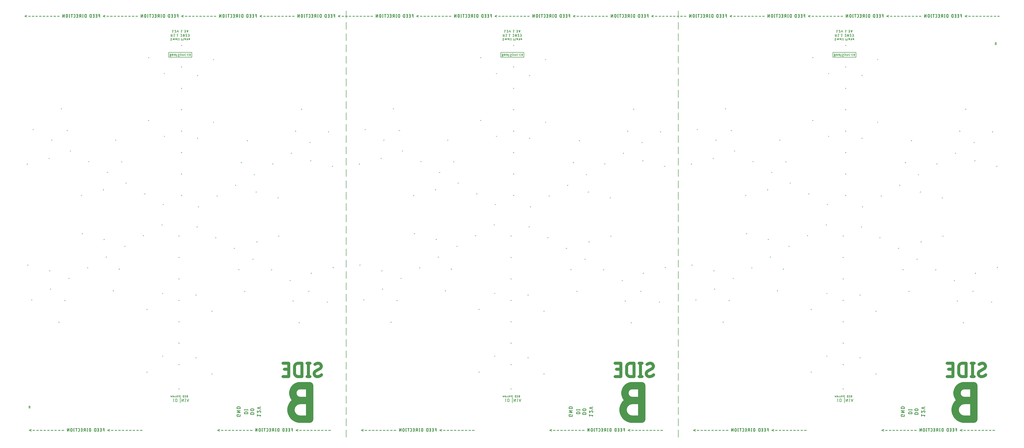
<source format=gbr>
G04 EAGLE Gerber RS-274X export*
G75*
%MOMM*%
%FSLAX34Y34*%
%LPD*%
%INSilkscreen Bottom*%
%IPPOS*%
%AMOC8*
5,1,8,0,0,1.08239X$1,22.5*%
G01*
%ADD10C,0.152400*%
%ADD11C,0.279400*%
%ADD12C,0.177800*%
%ADD13C,0.254000*%
%ADD14C,1.092200*%
%ADD15C,2.692400*%
%ADD16C,0.127000*%
%ADD17C,0.203200*%
%ADD18C,0.150000*%


D10*
X608327Y-812450D02*
X608327Y-785873D01*
X608327Y-770873D02*
X608327Y-744297D01*
X608327Y-729297D02*
X608327Y-702721D01*
X608327Y-687721D02*
X608327Y-661144D01*
X608327Y-646144D02*
X608327Y-619568D01*
X608327Y-604568D02*
X608327Y-577992D01*
X608327Y-562992D02*
X608327Y-536416D01*
X608327Y-521416D02*
X608327Y-494839D01*
X608327Y-479839D02*
X608327Y-453263D01*
X608327Y-438263D02*
X608327Y-411687D01*
X608327Y-396687D02*
X608327Y-370111D01*
X608327Y-355111D02*
X608327Y-328534D01*
X608327Y-313534D02*
X608327Y-286958D01*
X608327Y-271958D02*
X608327Y-245382D01*
X608327Y-230382D02*
X608327Y-203806D01*
X608327Y-188806D02*
X608327Y-162229D01*
X608327Y-147229D02*
X608327Y-120653D01*
X608327Y-105653D02*
X608327Y-79077D01*
X608327Y-64077D02*
X608327Y-37501D01*
X608327Y-22501D02*
X608327Y4076D01*
X608327Y19076D02*
X608327Y45652D01*
X608327Y60652D02*
X608327Y87228D01*
X608327Y102228D02*
X608327Y128805D01*
X608327Y143805D02*
X608327Y170381D01*
X608327Y185381D02*
X608327Y211957D01*
X608327Y226957D02*
X608327Y253533D01*
X608327Y268533D02*
X608327Y295110D01*
X608327Y310110D02*
X608327Y336686D01*
X608327Y351686D02*
X608327Y378262D01*
X608327Y393262D02*
X608327Y419838D01*
X608327Y434838D02*
X608327Y461415D01*
X608327Y476415D02*
X608327Y502991D01*
X608327Y517991D02*
X608327Y544567D01*
X608327Y559567D02*
X608327Y586143D01*
X608327Y601143D02*
X608327Y627720D01*
X608327Y642720D02*
X608327Y669296D01*
X608327Y684296D02*
X608327Y710872D01*
X608327Y725872D02*
X608327Y752449D01*
X1825005Y-785873D02*
X1825005Y-812450D01*
X1825005Y-770873D02*
X1825005Y-744297D01*
X1825005Y-729297D02*
X1825005Y-702721D01*
X1825005Y-687721D02*
X1825005Y-661144D01*
X1825005Y-646144D02*
X1825005Y-619568D01*
X1825005Y-604568D02*
X1825005Y-577992D01*
X1825005Y-562992D02*
X1825005Y-536416D01*
X1825005Y-521416D02*
X1825005Y-494839D01*
X1825005Y-479839D02*
X1825005Y-453263D01*
X1825005Y-438263D02*
X1825005Y-411687D01*
X1825005Y-396687D02*
X1825005Y-370111D01*
X1825005Y-355111D02*
X1825005Y-328534D01*
X1825005Y-313534D02*
X1825005Y-286958D01*
X1825005Y-271958D02*
X1825005Y-245382D01*
X1825005Y-230382D02*
X1825005Y-203806D01*
X1825005Y-188806D02*
X1825005Y-162229D01*
X1825005Y-147229D02*
X1825005Y-120653D01*
X1825005Y-105653D02*
X1825005Y-79077D01*
X1825005Y-64077D02*
X1825005Y-37501D01*
X1825005Y-22501D02*
X1825005Y4076D01*
X1825005Y19076D02*
X1825005Y45652D01*
X1825005Y60652D02*
X1825005Y87228D01*
X1825005Y102228D02*
X1825005Y128805D01*
X1825005Y143805D02*
X1825005Y170381D01*
X1825005Y185381D02*
X1825005Y211957D01*
X1825005Y226957D02*
X1825005Y253533D01*
X1825005Y268533D02*
X1825005Y295110D01*
X1825005Y310110D02*
X1825005Y336686D01*
X1825005Y351686D02*
X1825005Y378262D01*
X1825005Y393262D02*
X1825005Y419838D01*
X1825005Y434838D02*
X1825005Y461415D01*
X1825005Y476415D02*
X1825005Y502991D01*
X1825005Y517991D02*
X1825005Y544567D01*
X1825005Y559567D02*
X1825005Y586143D01*
X1825005Y601143D02*
X1825005Y627720D01*
X1825005Y642720D02*
X1825005Y669296D01*
X1825005Y684296D02*
X1825005Y710872D01*
X1825005Y725872D02*
X1825005Y752449D01*
D11*
X214177Y-729610D02*
X214177Y-731644D01*
X214177Y-729610D02*
X207396Y-729610D01*
X207396Y-733679D01*
X207398Y-733780D01*
X207404Y-733882D01*
X207413Y-733983D01*
X207426Y-734083D01*
X207443Y-734183D01*
X207464Y-734282D01*
X207488Y-734381D01*
X207516Y-734478D01*
X207548Y-734575D01*
X207583Y-734670D01*
X207622Y-734764D01*
X207665Y-734856D01*
X207710Y-734946D01*
X207759Y-735035D01*
X207812Y-735122D01*
X207867Y-735207D01*
X207926Y-735289D01*
X207988Y-735370D01*
X208052Y-735448D01*
X208120Y-735524D01*
X208190Y-735597D01*
X208263Y-735667D01*
X208339Y-735735D01*
X208417Y-735799D01*
X208498Y-735861D01*
X208580Y-735920D01*
X208665Y-735975D01*
X208752Y-736028D01*
X208841Y-736077D01*
X208931Y-736122D01*
X209023Y-736165D01*
X209117Y-736204D01*
X209212Y-736239D01*
X209309Y-736271D01*
X209406Y-736299D01*
X209505Y-736323D01*
X209604Y-736344D01*
X209704Y-736361D01*
X209804Y-736374D01*
X209905Y-736383D01*
X210007Y-736389D01*
X210108Y-736391D01*
X216890Y-736391D01*
X216994Y-736389D01*
X217098Y-736383D01*
X217201Y-736373D01*
X217304Y-736359D01*
X217406Y-736341D01*
X217508Y-736320D01*
X217609Y-736294D01*
X217708Y-736265D01*
X217807Y-736231D01*
X217904Y-736194D01*
X217999Y-736154D01*
X218093Y-736109D01*
X218186Y-736062D01*
X218276Y-736010D01*
X218364Y-735955D01*
X218450Y-735897D01*
X218534Y-735836D01*
X218615Y-735771D01*
X218694Y-735704D01*
X218771Y-735633D01*
X218844Y-735560D01*
X218915Y-735483D01*
X218982Y-735405D01*
X219047Y-735323D01*
X219108Y-735239D01*
X219166Y-735153D01*
X219221Y-735065D01*
X219273Y-734975D01*
X219320Y-734882D01*
X219365Y-734788D01*
X219405Y-734693D01*
X219442Y-734596D01*
X219476Y-734497D01*
X219505Y-734398D01*
X219531Y-734297D01*
X219552Y-734195D01*
X219570Y-734093D01*
X219584Y-733990D01*
X219594Y-733887D01*
X219600Y-733783D01*
X219602Y-733679D01*
X219602Y-729610D01*
X219602Y-721991D02*
X207396Y-721991D01*
X207396Y-715210D02*
X219602Y-721991D01*
X219602Y-715210D02*
X207396Y-715210D01*
X207396Y-707591D02*
X219602Y-707591D01*
X219602Y-704201D01*
X219600Y-704085D01*
X219594Y-703970D01*
X219584Y-703854D01*
X219570Y-703739D01*
X219553Y-703625D01*
X219531Y-703511D01*
X219506Y-703398D01*
X219476Y-703286D01*
X219443Y-703175D01*
X219406Y-703065D01*
X219366Y-702957D01*
X219321Y-702850D01*
X219273Y-702745D01*
X219222Y-702641D01*
X219167Y-702539D01*
X219108Y-702439D01*
X219046Y-702341D01*
X218981Y-702245D01*
X218913Y-702152D01*
X218841Y-702061D01*
X218767Y-701972D01*
X218689Y-701886D01*
X218609Y-701803D01*
X218526Y-701723D01*
X218440Y-701645D01*
X218351Y-701571D01*
X218260Y-701499D01*
X218167Y-701431D01*
X218071Y-701366D01*
X217973Y-701304D01*
X217873Y-701245D01*
X217771Y-701190D01*
X217667Y-701139D01*
X217562Y-701091D01*
X217455Y-701046D01*
X217347Y-701006D01*
X217237Y-700969D01*
X217126Y-700936D01*
X217014Y-700906D01*
X216901Y-700881D01*
X216787Y-700859D01*
X216673Y-700842D01*
X216558Y-700828D01*
X216442Y-700818D01*
X216327Y-700812D01*
X216211Y-700810D01*
X210787Y-700810D01*
X210671Y-700812D01*
X210556Y-700818D01*
X210440Y-700828D01*
X210325Y-700842D01*
X210211Y-700859D01*
X210097Y-700881D01*
X209984Y-700906D01*
X209872Y-700936D01*
X209761Y-700969D01*
X209651Y-701006D01*
X209543Y-701046D01*
X209436Y-701091D01*
X209331Y-701139D01*
X209227Y-701190D01*
X209125Y-701245D01*
X209025Y-701304D01*
X208927Y-701366D01*
X208831Y-701431D01*
X208738Y-701499D01*
X208647Y-701571D01*
X208558Y-701645D01*
X208472Y-701723D01*
X208389Y-701803D01*
X208309Y-701886D01*
X208231Y-701972D01*
X208157Y-702061D01*
X208085Y-702152D01*
X208017Y-702245D01*
X207952Y-702341D01*
X207890Y-702439D01*
X207831Y-702539D01*
X207776Y-702641D01*
X207725Y-702745D01*
X207677Y-702850D01*
X207632Y-702957D01*
X207592Y-703065D01*
X207555Y-703175D01*
X207522Y-703286D01*
X207492Y-703398D01*
X207467Y-703511D01*
X207445Y-703625D01*
X207428Y-703739D01*
X207414Y-703854D01*
X207404Y-703970D01*
X207398Y-704085D01*
X207396Y-704201D01*
X207396Y-707591D01*
X234896Y-726599D02*
X247102Y-726599D01*
X247102Y-723208D01*
X247100Y-723092D01*
X247094Y-722977D01*
X247084Y-722861D01*
X247070Y-722746D01*
X247053Y-722632D01*
X247031Y-722518D01*
X247006Y-722405D01*
X246976Y-722293D01*
X246943Y-722182D01*
X246906Y-722072D01*
X246866Y-721964D01*
X246821Y-721857D01*
X246773Y-721752D01*
X246722Y-721648D01*
X246667Y-721546D01*
X246608Y-721446D01*
X246546Y-721348D01*
X246481Y-721252D01*
X246413Y-721159D01*
X246341Y-721068D01*
X246267Y-720979D01*
X246189Y-720893D01*
X246109Y-720810D01*
X246026Y-720730D01*
X245940Y-720652D01*
X245851Y-720578D01*
X245760Y-720506D01*
X245667Y-720438D01*
X245571Y-720373D01*
X245473Y-720311D01*
X245373Y-720252D01*
X245271Y-720197D01*
X245167Y-720146D01*
X245062Y-720098D01*
X244955Y-720053D01*
X244847Y-720013D01*
X244737Y-719976D01*
X244626Y-719943D01*
X244514Y-719913D01*
X244401Y-719888D01*
X244287Y-719866D01*
X244173Y-719849D01*
X244058Y-719835D01*
X243942Y-719825D01*
X243827Y-719819D01*
X243711Y-719817D01*
X243711Y-719818D02*
X238287Y-719818D01*
X238287Y-719817D02*
X238171Y-719819D01*
X238056Y-719825D01*
X237940Y-719835D01*
X237825Y-719849D01*
X237711Y-719866D01*
X237597Y-719888D01*
X237484Y-719913D01*
X237372Y-719943D01*
X237261Y-719976D01*
X237151Y-720013D01*
X237043Y-720053D01*
X236936Y-720098D01*
X236831Y-720146D01*
X236727Y-720197D01*
X236625Y-720252D01*
X236525Y-720311D01*
X236427Y-720373D01*
X236331Y-720438D01*
X236238Y-720506D01*
X236147Y-720578D01*
X236058Y-720652D01*
X235972Y-720730D01*
X235889Y-720810D01*
X235809Y-720893D01*
X235731Y-720979D01*
X235657Y-721068D01*
X235585Y-721159D01*
X235517Y-721252D01*
X235452Y-721348D01*
X235390Y-721446D01*
X235331Y-721546D01*
X235276Y-721648D01*
X235225Y-721752D01*
X235177Y-721857D01*
X235132Y-721964D01*
X235092Y-722072D01*
X235055Y-722182D01*
X235022Y-722293D01*
X234992Y-722405D01*
X234967Y-722518D01*
X234945Y-722632D01*
X234928Y-722746D01*
X234914Y-722861D01*
X234904Y-722977D01*
X234898Y-723092D01*
X234896Y-723208D01*
X234896Y-726599D01*
X234896Y-711958D02*
X247102Y-711958D01*
X234896Y-713315D02*
X234896Y-710602D01*
X247102Y-710602D02*
X247102Y-713315D01*
X257396Y-728966D02*
X269602Y-728966D01*
X269602Y-725576D01*
X269600Y-725460D01*
X269594Y-725345D01*
X269584Y-725229D01*
X269570Y-725114D01*
X269553Y-725000D01*
X269531Y-724886D01*
X269506Y-724773D01*
X269476Y-724661D01*
X269443Y-724550D01*
X269406Y-724440D01*
X269366Y-724332D01*
X269321Y-724225D01*
X269273Y-724120D01*
X269222Y-724016D01*
X269167Y-723914D01*
X269108Y-723814D01*
X269046Y-723716D01*
X268981Y-723620D01*
X268913Y-723527D01*
X268841Y-723436D01*
X268767Y-723347D01*
X268689Y-723261D01*
X268609Y-723178D01*
X268526Y-723098D01*
X268440Y-723020D01*
X268351Y-722946D01*
X268260Y-722874D01*
X268167Y-722806D01*
X268071Y-722741D01*
X267973Y-722679D01*
X267873Y-722620D01*
X267771Y-722565D01*
X267667Y-722514D01*
X267562Y-722466D01*
X267455Y-722421D01*
X267347Y-722381D01*
X267237Y-722344D01*
X267126Y-722311D01*
X267014Y-722281D01*
X266901Y-722256D01*
X266787Y-722234D01*
X266673Y-722217D01*
X266558Y-722203D01*
X266442Y-722193D01*
X266327Y-722187D01*
X266211Y-722185D01*
X260787Y-722185D01*
X260671Y-722187D01*
X260556Y-722193D01*
X260440Y-722203D01*
X260325Y-722217D01*
X260211Y-722234D01*
X260097Y-722256D01*
X259984Y-722281D01*
X259872Y-722311D01*
X259761Y-722344D01*
X259651Y-722381D01*
X259543Y-722421D01*
X259436Y-722466D01*
X259331Y-722514D01*
X259227Y-722565D01*
X259125Y-722620D01*
X259025Y-722679D01*
X258927Y-722741D01*
X258831Y-722806D01*
X258738Y-722874D01*
X258647Y-722946D01*
X258558Y-723020D01*
X258472Y-723098D01*
X258389Y-723178D01*
X258309Y-723261D01*
X258231Y-723347D01*
X258157Y-723436D01*
X258085Y-723527D01*
X258017Y-723620D01*
X257952Y-723716D01*
X257890Y-723814D01*
X257831Y-723914D01*
X257776Y-724016D01*
X257725Y-724120D01*
X257677Y-724225D01*
X257632Y-724332D01*
X257592Y-724440D01*
X257555Y-724550D01*
X257522Y-724661D01*
X257492Y-724773D01*
X257467Y-724886D01*
X257445Y-725000D01*
X257428Y-725114D01*
X257414Y-725229D01*
X257404Y-725345D01*
X257398Y-725460D01*
X257396Y-725576D01*
X257396Y-728966D01*
X260787Y-715016D02*
X266211Y-715016D01*
X266211Y-715017D02*
X266327Y-715015D01*
X266442Y-715009D01*
X266558Y-714999D01*
X266673Y-714985D01*
X266787Y-714968D01*
X266901Y-714946D01*
X267014Y-714921D01*
X267126Y-714891D01*
X267237Y-714858D01*
X267347Y-714821D01*
X267455Y-714781D01*
X267562Y-714736D01*
X267667Y-714688D01*
X267771Y-714637D01*
X267873Y-714582D01*
X267973Y-714523D01*
X268071Y-714461D01*
X268167Y-714396D01*
X268260Y-714328D01*
X268351Y-714256D01*
X268440Y-714182D01*
X268526Y-714104D01*
X268609Y-714024D01*
X268689Y-713941D01*
X268767Y-713855D01*
X268841Y-713766D01*
X268913Y-713675D01*
X268981Y-713582D01*
X269046Y-713486D01*
X269108Y-713388D01*
X269167Y-713288D01*
X269222Y-713186D01*
X269273Y-713082D01*
X269321Y-712977D01*
X269366Y-712870D01*
X269406Y-712762D01*
X269443Y-712652D01*
X269476Y-712541D01*
X269506Y-712429D01*
X269531Y-712316D01*
X269553Y-712202D01*
X269570Y-712088D01*
X269584Y-711973D01*
X269594Y-711857D01*
X269600Y-711742D01*
X269602Y-711626D01*
X269600Y-711510D01*
X269594Y-711395D01*
X269584Y-711279D01*
X269570Y-711164D01*
X269553Y-711050D01*
X269531Y-710936D01*
X269506Y-710823D01*
X269476Y-710711D01*
X269443Y-710600D01*
X269406Y-710490D01*
X269366Y-710382D01*
X269321Y-710275D01*
X269273Y-710170D01*
X269222Y-710066D01*
X269167Y-709964D01*
X269108Y-709864D01*
X269046Y-709766D01*
X268981Y-709670D01*
X268913Y-709577D01*
X268841Y-709486D01*
X268767Y-709397D01*
X268689Y-709311D01*
X268609Y-709228D01*
X268526Y-709148D01*
X268440Y-709070D01*
X268351Y-708996D01*
X268260Y-708924D01*
X268167Y-708856D01*
X268071Y-708791D01*
X267973Y-708729D01*
X267873Y-708670D01*
X267771Y-708615D01*
X267667Y-708564D01*
X267562Y-708516D01*
X267455Y-708471D01*
X267347Y-708431D01*
X267237Y-708394D01*
X267126Y-708361D01*
X267014Y-708331D01*
X266901Y-708306D01*
X266787Y-708284D01*
X266673Y-708267D01*
X266558Y-708253D01*
X266442Y-708243D01*
X266327Y-708237D01*
X266211Y-708235D01*
X260787Y-708235D01*
X260671Y-708237D01*
X260556Y-708243D01*
X260440Y-708253D01*
X260325Y-708267D01*
X260211Y-708284D01*
X260097Y-708306D01*
X259984Y-708331D01*
X259872Y-708361D01*
X259761Y-708394D01*
X259651Y-708431D01*
X259543Y-708471D01*
X259436Y-708516D01*
X259331Y-708564D01*
X259227Y-708615D01*
X259125Y-708670D01*
X259025Y-708729D01*
X258927Y-708791D01*
X258831Y-708856D01*
X258738Y-708924D01*
X258647Y-708996D01*
X258558Y-709070D01*
X258472Y-709148D01*
X258389Y-709228D01*
X258309Y-709311D01*
X258231Y-709397D01*
X258157Y-709486D01*
X258085Y-709577D01*
X258017Y-709670D01*
X257952Y-709766D01*
X257890Y-709864D01*
X257831Y-709964D01*
X257776Y-710066D01*
X257725Y-710170D01*
X257677Y-710275D01*
X257632Y-710382D01*
X257592Y-710490D01*
X257555Y-710600D01*
X257522Y-710711D01*
X257492Y-710823D01*
X257467Y-710936D01*
X257445Y-711050D01*
X257428Y-711164D01*
X257414Y-711279D01*
X257404Y-711395D01*
X257398Y-711510D01*
X257396Y-711626D01*
X257398Y-711742D01*
X257404Y-711857D01*
X257414Y-711973D01*
X257428Y-712088D01*
X257445Y-712202D01*
X257467Y-712316D01*
X257492Y-712429D01*
X257522Y-712541D01*
X257555Y-712652D01*
X257592Y-712762D01*
X257632Y-712870D01*
X257677Y-712977D01*
X257725Y-713082D01*
X257776Y-713186D01*
X257831Y-713288D01*
X257890Y-713388D01*
X257952Y-713486D01*
X258017Y-713582D01*
X258085Y-713675D01*
X258157Y-713766D01*
X258231Y-713855D01*
X258309Y-713941D01*
X258389Y-714024D01*
X258472Y-714104D01*
X258558Y-714182D01*
X258647Y-714256D01*
X258738Y-714328D01*
X258831Y-714396D01*
X258927Y-714461D01*
X259025Y-714523D01*
X259125Y-714582D01*
X259227Y-714637D01*
X259331Y-714688D01*
X259436Y-714736D01*
X259543Y-714781D01*
X259651Y-714821D01*
X259761Y-714858D01*
X259872Y-714891D01*
X259984Y-714921D01*
X260097Y-714946D01*
X260211Y-714968D01*
X260325Y-714985D01*
X260440Y-714999D01*
X260556Y-715009D01*
X260671Y-715015D01*
X260787Y-715017D01*
X214177Y-729610D02*
X214177Y-731644D01*
X214177Y-729610D02*
X207396Y-729610D01*
X207396Y-733679D01*
X207398Y-733780D01*
X207404Y-733882D01*
X207413Y-733983D01*
X207426Y-734083D01*
X207443Y-734183D01*
X207464Y-734282D01*
X207488Y-734381D01*
X207516Y-734478D01*
X207548Y-734575D01*
X207583Y-734670D01*
X207622Y-734764D01*
X207665Y-734856D01*
X207710Y-734946D01*
X207759Y-735035D01*
X207812Y-735122D01*
X207867Y-735207D01*
X207926Y-735289D01*
X207988Y-735370D01*
X208052Y-735448D01*
X208120Y-735524D01*
X208190Y-735597D01*
X208263Y-735667D01*
X208339Y-735735D01*
X208417Y-735799D01*
X208498Y-735861D01*
X208580Y-735920D01*
X208665Y-735975D01*
X208752Y-736028D01*
X208841Y-736077D01*
X208931Y-736122D01*
X209023Y-736165D01*
X209117Y-736204D01*
X209212Y-736239D01*
X209309Y-736271D01*
X209406Y-736299D01*
X209505Y-736323D01*
X209604Y-736344D01*
X209704Y-736361D01*
X209804Y-736374D01*
X209905Y-736383D01*
X210007Y-736389D01*
X210108Y-736391D01*
X216890Y-736391D01*
X216994Y-736389D01*
X217098Y-736383D01*
X217201Y-736373D01*
X217304Y-736359D01*
X217406Y-736341D01*
X217508Y-736320D01*
X217609Y-736294D01*
X217708Y-736265D01*
X217807Y-736231D01*
X217904Y-736194D01*
X217999Y-736154D01*
X218093Y-736109D01*
X218186Y-736062D01*
X218276Y-736010D01*
X218364Y-735955D01*
X218450Y-735897D01*
X218534Y-735836D01*
X218615Y-735771D01*
X218694Y-735704D01*
X218771Y-735633D01*
X218844Y-735560D01*
X218915Y-735483D01*
X218982Y-735405D01*
X219047Y-735323D01*
X219108Y-735239D01*
X219166Y-735153D01*
X219221Y-735065D01*
X219273Y-734975D01*
X219320Y-734882D01*
X219365Y-734788D01*
X219405Y-734693D01*
X219442Y-734596D01*
X219476Y-734497D01*
X219505Y-734398D01*
X219531Y-734297D01*
X219552Y-734195D01*
X219570Y-734093D01*
X219584Y-733990D01*
X219594Y-733887D01*
X219600Y-733783D01*
X219602Y-733679D01*
X219602Y-729610D01*
X219602Y-721991D02*
X207396Y-721991D01*
X207396Y-715210D02*
X219602Y-721991D01*
X219602Y-715210D02*
X207396Y-715210D01*
X207396Y-707591D02*
X219602Y-707591D01*
X219602Y-704201D01*
X219600Y-704085D01*
X219594Y-703970D01*
X219584Y-703854D01*
X219570Y-703739D01*
X219553Y-703625D01*
X219531Y-703511D01*
X219506Y-703398D01*
X219476Y-703286D01*
X219443Y-703175D01*
X219406Y-703065D01*
X219366Y-702957D01*
X219321Y-702850D01*
X219273Y-702745D01*
X219222Y-702641D01*
X219167Y-702539D01*
X219108Y-702439D01*
X219046Y-702341D01*
X218981Y-702245D01*
X218913Y-702152D01*
X218841Y-702061D01*
X218767Y-701972D01*
X218689Y-701886D01*
X218609Y-701803D01*
X218526Y-701723D01*
X218440Y-701645D01*
X218351Y-701571D01*
X218260Y-701499D01*
X218167Y-701431D01*
X218071Y-701366D01*
X217973Y-701304D01*
X217873Y-701245D01*
X217771Y-701190D01*
X217667Y-701139D01*
X217562Y-701091D01*
X217455Y-701046D01*
X217347Y-701006D01*
X217237Y-700969D01*
X217126Y-700936D01*
X217014Y-700906D01*
X216901Y-700881D01*
X216787Y-700859D01*
X216673Y-700842D01*
X216558Y-700828D01*
X216442Y-700818D01*
X216327Y-700812D01*
X216211Y-700810D01*
X210787Y-700810D01*
X210671Y-700812D01*
X210556Y-700818D01*
X210440Y-700828D01*
X210325Y-700842D01*
X210211Y-700859D01*
X210097Y-700881D01*
X209984Y-700906D01*
X209872Y-700936D01*
X209761Y-700969D01*
X209651Y-701006D01*
X209543Y-701046D01*
X209436Y-701091D01*
X209331Y-701139D01*
X209227Y-701190D01*
X209125Y-701245D01*
X209025Y-701304D01*
X208927Y-701366D01*
X208831Y-701431D01*
X208738Y-701499D01*
X208647Y-701571D01*
X208558Y-701645D01*
X208472Y-701723D01*
X208389Y-701803D01*
X208309Y-701886D01*
X208231Y-701972D01*
X208157Y-702061D01*
X208085Y-702152D01*
X208017Y-702245D01*
X207952Y-702341D01*
X207890Y-702439D01*
X207831Y-702539D01*
X207776Y-702641D01*
X207725Y-702745D01*
X207677Y-702850D01*
X207632Y-702957D01*
X207592Y-703065D01*
X207555Y-703175D01*
X207522Y-703286D01*
X207492Y-703398D01*
X207467Y-703511D01*
X207445Y-703625D01*
X207428Y-703739D01*
X207414Y-703854D01*
X207404Y-703970D01*
X207398Y-704085D01*
X207396Y-704201D01*
X207396Y-707591D01*
X291890Y-735830D02*
X294602Y-732440D01*
X282396Y-732440D01*
X282396Y-735830D02*
X282396Y-729049D01*
X294603Y-718601D02*
X294601Y-718492D01*
X294595Y-718383D01*
X294586Y-718275D01*
X294572Y-718167D01*
X294555Y-718059D01*
X294533Y-717952D01*
X294508Y-717846D01*
X294479Y-717741D01*
X294447Y-717637D01*
X294411Y-717534D01*
X294371Y-717433D01*
X294327Y-717333D01*
X294280Y-717235D01*
X294230Y-717138D01*
X294176Y-717044D01*
X294119Y-716951D01*
X294058Y-716860D01*
X293994Y-716772D01*
X293927Y-716686D01*
X293858Y-716602D01*
X293785Y-716521D01*
X293709Y-716443D01*
X293631Y-716367D01*
X293550Y-716294D01*
X293466Y-716225D01*
X293380Y-716158D01*
X293292Y-716094D01*
X293201Y-716033D01*
X293108Y-715976D01*
X293014Y-715922D01*
X292917Y-715872D01*
X292819Y-715825D01*
X292719Y-715781D01*
X292618Y-715741D01*
X292515Y-715705D01*
X292411Y-715673D01*
X292306Y-715644D01*
X292200Y-715619D01*
X292093Y-715597D01*
X291985Y-715580D01*
X291877Y-715566D01*
X291769Y-715557D01*
X291660Y-715551D01*
X291551Y-715549D01*
X294602Y-718601D02*
X294600Y-718724D01*
X294594Y-718847D01*
X294585Y-718970D01*
X294571Y-719093D01*
X294554Y-719215D01*
X294532Y-719336D01*
X294507Y-719457D01*
X294479Y-719577D01*
X294446Y-719695D01*
X294410Y-719813D01*
X294370Y-719930D01*
X294326Y-720045D01*
X294279Y-720159D01*
X294228Y-720271D01*
X294174Y-720382D01*
X294116Y-720491D01*
X294055Y-720598D01*
X293991Y-720703D01*
X293923Y-720806D01*
X293852Y-720907D01*
X293778Y-721005D01*
X293701Y-721101D01*
X293621Y-721195D01*
X293538Y-721286D01*
X293452Y-721375D01*
X293364Y-721460D01*
X293272Y-721543D01*
X293179Y-721623D01*
X293082Y-721700D01*
X292984Y-721774D01*
X292883Y-721845D01*
X292780Y-721912D01*
X292675Y-721977D01*
X292568Y-722038D01*
X292459Y-722095D01*
X292348Y-722149D01*
X292236Y-722200D01*
X292122Y-722247D01*
X292006Y-722291D01*
X291890Y-722330D01*
X289177Y-716566D02*
X289255Y-716487D01*
X289335Y-716411D01*
X289418Y-716338D01*
X289503Y-716267D01*
X289591Y-716200D01*
X289680Y-716135D01*
X289772Y-716074D01*
X289866Y-716015D01*
X289962Y-715960D01*
X290060Y-715908D01*
X290159Y-715859D01*
X290260Y-715814D01*
X290362Y-715772D01*
X290466Y-715734D01*
X290571Y-715699D01*
X290677Y-715668D01*
X290784Y-715640D01*
X290892Y-715616D01*
X291001Y-715596D01*
X291110Y-715579D01*
X291220Y-715566D01*
X291330Y-715556D01*
X291440Y-715551D01*
X291551Y-715549D01*
X289177Y-716566D02*
X282396Y-722330D01*
X282396Y-715549D01*
X282396Y-705440D02*
X294602Y-709508D01*
X294602Y-701371D02*
X282396Y-705440D01*
D12*
X-30843Y649284D02*
X-30845Y649366D01*
X-30851Y649447D01*
X-30860Y649528D01*
X-30874Y649609D01*
X-30891Y649689D01*
X-30913Y649767D01*
X-30937Y649845D01*
X-30966Y649922D01*
X-30998Y649997D01*
X-31034Y650070D01*
X-31073Y650142D01*
X-31115Y650212D01*
X-31161Y650279D01*
X-31210Y650345D01*
X-31262Y650408D01*
X-31317Y650468D01*
X-31375Y650526D01*
X-31435Y650581D01*
X-31498Y650633D01*
X-31564Y650682D01*
X-31631Y650728D01*
X-31701Y650770D01*
X-31773Y650809D01*
X-31846Y650845D01*
X-31921Y650877D01*
X-31998Y650906D01*
X-32076Y650930D01*
X-32154Y650952D01*
X-32234Y650969D01*
X-32315Y650983D01*
X-32396Y650992D01*
X-32477Y650998D01*
X-32559Y651000D01*
X-32678Y650998D01*
X-32797Y650992D01*
X-32916Y650982D01*
X-33035Y650969D01*
X-33153Y650951D01*
X-33270Y650930D01*
X-33386Y650904D01*
X-33502Y650875D01*
X-33617Y650842D01*
X-33730Y650806D01*
X-33842Y650765D01*
X-33953Y650721D01*
X-34063Y650673D01*
X-34170Y650622D01*
X-34276Y650567D01*
X-34380Y650509D01*
X-34482Y650448D01*
X-34582Y650383D01*
X-34680Y650315D01*
X-34776Y650243D01*
X-34869Y650169D01*
X-34960Y650091D01*
X-35048Y650011D01*
X-35133Y649928D01*
X-34918Y644994D02*
X-34916Y644912D01*
X-34910Y644831D01*
X-34901Y644750D01*
X-34887Y644669D01*
X-34870Y644589D01*
X-34848Y644511D01*
X-34824Y644433D01*
X-34795Y644356D01*
X-34763Y644281D01*
X-34727Y644208D01*
X-34688Y644136D01*
X-34646Y644066D01*
X-34600Y643999D01*
X-34551Y643933D01*
X-34499Y643870D01*
X-34444Y643810D01*
X-34386Y643752D01*
X-34326Y643697D01*
X-34263Y643645D01*
X-34197Y643596D01*
X-34130Y643550D01*
X-34060Y643508D01*
X-33988Y643469D01*
X-33915Y643433D01*
X-33840Y643401D01*
X-33763Y643372D01*
X-33685Y643348D01*
X-33607Y643326D01*
X-33527Y643309D01*
X-33446Y643295D01*
X-33365Y643286D01*
X-33284Y643280D01*
X-33202Y643278D01*
X-33202Y643277D02*
X-33093Y643279D01*
X-32984Y643284D01*
X-32876Y643294D01*
X-32767Y643306D01*
X-32660Y643323D01*
X-32553Y643343D01*
X-32446Y643367D01*
X-32341Y643394D01*
X-32236Y643425D01*
X-32133Y643460D01*
X-32031Y643498D01*
X-31930Y643539D01*
X-31830Y643584D01*
X-31733Y643632D01*
X-31637Y643683D01*
X-31542Y643738D01*
X-31450Y643796D01*
X-31359Y643857D01*
X-31271Y643921D01*
X-34061Y646496D02*
X-34131Y646452D01*
X-34199Y646406D01*
X-34264Y646356D01*
X-34327Y646303D01*
X-34387Y646247D01*
X-34445Y646189D01*
X-34500Y646127D01*
X-34552Y646064D01*
X-34601Y645998D01*
X-34647Y645929D01*
X-34689Y645859D01*
X-34728Y645786D01*
X-34764Y645712D01*
X-34796Y645637D01*
X-34825Y645559D01*
X-34850Y645481D01*
X-34871Y645401D01*
X-34888Y645321D01*
X-34902Y645240D01*
X-34911Y645158D01*
X-34917Y645076D01*
X-34919Y644994D01*
X-31701Y647782D02*
X-31631Y647826D01*
X-31563Y647872D01*
X-31498Y647922D01*
X-31435Y647975D01*
X-31375Y648031D01*
X-31317Y648089D01*
X-31262Y648151D01*
X-31210Y648214D01*
X-31161Y648280D01*
X-31115Y648349D01*
X-31073Y648419D01*
X-31034Y648492D01*
X-30998Y648566D01*
X-30966Y648641D01*
X-30937Y648719D01*
X-30912Y648797D01*
X-30891Y648877D01*
X-30874Y648957D01*
X-30860Y649038D01*
X-30851Y649120D01*
X-30845Y649202D01*
X-30843Y649284D01*
X-31701Y647782D02*
X-34060Y646495D01*
X-26442Y645852D02*
X-26442Y651000D01*
X-26442Y645852D02*
X-22581Y645852D01*
X-22511Y645854D01*
X-22442Y645860D01*
X-22373Y645869D01*
X-22304Y645882D01*
X-22237Y645899D01*
X-22170Y645919D01*
X-22105Y645943D01*
X-22041Y645971D01*
X-21978Y646002D01*
X-21917Y646036D01*
X-21859Y646074D01*
X-21802Y646114D01*
X-21748Y646158D01*
X-21696Y646205D01*
X-21647Y646254D01*
X-21600Y646306D01*
X-21556Y646360D01*
X-21516Y646417D01*
X-21478Y646475D01*
X-21444Y646536D01*
X-21413Y646599D01*
X-21385Y646663D01*
X-21361Y646728D01*
X-21341Y646795D01*
X-21324Y646862D01*
X-21311Y646931D01*
X-21302Y647000D01*
X-21296Y647069D01*
X-21294Y647139D01*
X-21294Y651000D01*
X-23868Y651000D02*
X-23868Y645852D01*
X-15321Y647997D02*
X-13390Y647997D01*
X-15321Y647996D02*
X-15397Y647998D01*
X-15473Y648004D01*
X-15548Y648013D01*
X-15623Y648027D01*
X-15697Y648044D01*
X-15771Y648065D01*
X-15843Y648089D01*
X-15913Y648118D01*
X-15982Y648149D01*
X-16050Y648185D01*
X-16116Y648223D01*
X-16179Y648265D01*
X-16240Y648310D01*
X-16299Y648358D01*
X-16356Y648409D01*
X-16410Y648463D01*
X-16461Y648520D01*
X-16509Y648579D01*
X-16554Y648640D01*
X-16596Y648703D01*
X-16634Y648769D01*
X-16670Y648837D01*
X-16701Y648906D01*
X-16730Y648976D01*
X-16754Y649048D01*
X-16775Y649122D01*
X-16792Y649196D01*
X-16806Y649271D01*
X-16815Y649346D01*
X-16821Y649422D01*
X-16823Y649498D01*
X-16821Y649574D01*
X-16815Y649650D01*
X-16806Y649725D01*
X-16792Y649800D01*
X-16775Y649874D01*
X-16754Y649948D01*
X-16730Y650020D01*
X-16701Y650090D01*
X-16670Y650159D01*
X-16634Y650227D01*
X-16596Y650293D01*
X-16554Y650356D01*
X-16509Y650417D01*
X-16461Y650476D01*
X-16410Y650533D01*
X-16356Y650587D01*
X-16299Y650638D01*
X-16240Y650686D01*
X-16179Y650731D01*
X-16116Y650773D01*
X-16050Y650811D01*
X-15982Y650847D01*
X-15913Y650878D01*
X-15843Y650907D01*
X-15771Y650931D01*
X-15697Y650952D01*
X-15623Y650969D01*
X-15548Y650983D01*
X-15473Y650992D01*
X-15397Y650998D01*
X-15321Y651000D01*
X-13390Y651000D01*
X-13390Y647139D01*
X-13392Y647069D01*
X-13398Y647000D01*
X-13407Y646931D01*
X-13420Y646862D01*
X-13437Y646795D01*
X-13457Y646728D01*
X-13481Y646663D01*
X-13509Y646599D01*
X-13540Y646536D01*
X-13574Y646475D01*
X-13612Y646417D01*
X-13652Y646360D01*
X-13696Y646306D01*
X-13743Y646254D01*
X-13792Y646205D01*
X-13844Y646158D01*
X-13898Y646114D01*
X-13955Y646074D01*
X-14013Y646036D01*
X-14074Y646002D01*
X-14137Y645971D01*
X-14201Y645943D01*
X-14266Y645919D01*
X-14333Y645899D01*
X-14400Y645882D01*
X-14469Y645869D01*
X-14538Y645860D01*
X-14607Y645854D01*
X-14677Y645852D01*
X-16393Y645852D01*
X-9058Y643278D02*
X-9058Y649713D01*
X-9056Y649783D01*
X-9050Y649852D01*
X-9041Y649921D01*
X-9028Y649990D01*
X-9011Y650057D01*
X-8991Y650124D01*
X-8967Y650189D01*
X-8939Y650253D01*
X-8908Y650316D01*
X-8874Y650377D01*
X-8836Y650435D01*
X-8796Y650492D01*
X-8752Y650546D01*
X-8705Y650598D01*
X-8656Y650647D01*
X-8604Y650694D01*
X-8550Y650738D01*
X-8493Y650778D01*
X-8435Y650816D01*
X-8374Y650850D01*
X-8311Y650881D01*
X-8247Y650909D01*
X-8182Y650933D01*
X-8115Y650953D01*
X-8048Y650970D01*
X-7979Y650983D01*
X-7910Y650992D01*
X-7841Y650998D01*
X-7771Y651000D01*
X-4498Y649713D02*
X-4498Y643278D01*
X-4498Y649713D02*
X-4496Y649783D01*
X-4490Y649852D01*
X-4481Y649921D01*
X-4468Y649990D01*
X-4451Y650057D01*
X-4431Y650124D01*
X-4407Y650189D01*
X-4379Y650253D01*
X-4348Y650316D01*
X-4314Y650377D01*
X-4276Y650435D01*
X-4236Y650492D01*
X-4192Y650546D01*
X-4145Y650598D01*
X-4096Y650647D01*
X-4044Y650694D01*
X-3990Y650738D01*
X-3933Y650778D01*
X-3875Y650816D01*
X-3814Y650850D01*
X-3751Y650881D01*
X-3687Y650909D01*
X-3622Y650933D01*
X-3555Y650953D01*
X-3488Y650970D01*
X-3419Y650983D01*
X-3350Y650992D01*
X-3281Y650998D01*
X-3211Y651000D01*
X5080Y651000D02*
X5080Y643278D01*
X8512Y643278D01*
X8512Y646710D02*
X5080Y646710D01*
X12032Y649713D02*
X12032Y643278D01*
X12032Y649713D02*
X12034Y649783D01*
X12040Y649852D01*
X12049Y649921D01*
X12062Y649990D01*
X12079Y650057D01*
X12099Y650124D01*
X12123Y650189D01*
X12151Y650253D01*
X12182Y650316D01*
X12216Y650377D01*
X12254Y650435D01*
X12294Y650492D01*
X12338Y650546D01*
X12385Y650598D01*
X12434Y650647D01*
X12486Y650694D01*
X12540Y650738D01*
X12597Y650778D01*
X12655Y650816D01*
X12716Y650850D01*
X12779Y650881D01*
X12843Y650909D01*
X12908Y650933D01*
X12975Y650953D01*
X13042Y650970D01*
X13111Y650983D01*
X13180Y650992D01*
X13249Y650998D01*
X13319Y651000D01*
X18024Y647997D02*
X19954Y647997D01*
X18024Y647996D02*
X17948Y647998D01*
X17872Y648004D01*
X17797Y648013D01*
X17722Y648027D01*
X17648Y648044D01*
X17574Y648065D01*
X17502Y648089D01*
X17432Y648118D01*
X17363Y648149D01*
X17295Y648185D01*
X17229Y648223D01*
X17166Y648265D01*
X17105Y648310D01*
X17046Y648358D01*
X16989Y648409D01*
X16935Y648463D01*
X16884Y648520D01*
X16836Y648579D01*
X16791Y648640D01*
X16749Y648703D01*
X16711Y648769D01*
X16675Y648837D01*
X16644Y648906D01*
X16615Y648976D01*
X16591Y649048D01*
X16570Y649122D01*
X16553Y649196D01*
X16539Y649271D01*
X16530Y649346D01*
X16524Y649422D01*
X16522Y649498D01*
X16524Y649574D01*
X16530Y649650D01*
X16539Y649725D01*
X16553Y649800D01*
X16570Y649874D01*
X16591Y649948D01*
X16615Y650020D01*
X16644Y650090D01*
X16675Y650159D01*
X16711Y650227D01*
X16749Y650293D01*
X16791Y650356D01*
X16836Y650417D01*
X16884Y650476D01*
X16935Y650533D01*
X16989Y650587D01*
X17046Y650638D01*
X17105Y650686D01*
X17166Y650731D01*
X17229Y650773D01*
X17295Y650811D01*
X17363Y650847D01*
X17432Y650878D01*
X17502Y650907D01*
X17574Y650931D01*
X17648Y650952D01*
X17722Y650969D01*
X17797Y650983D01*
X17872Y650992D01*
X17948Y650998D01*
X18024Y651000D01*
X19954Y651000D01*
X19954Y647139D01*
X19952Y647069D01*
X19946Y647000D01*
X19937Y646931D01*
X19924Y646862D01*
X19907Y646795D01*
X19887Y646728D01*
X19863Y646663D01*
X19835Y646599D01*
X19804Y646536D01*
X19770Y646475D01*
X19732Y646417D01*
X19692Y646360D01*
X19648Y646306D01*
X19601Y646254D01*
X19552Y646205D01*
X19500Y646158D01*
X19446Y646114D01*
X19389Y646074D01*
X19331Y646036D01*
X19270Y646002D01*
X19207Y645971D01*
X19143Y645943D01*
X19078Y645919D01*
X19011Y645899D01*
X18944Y645882D01*
X18875Y645869D01*
X18806Y645860D01*
X18737Y645854D01*
X18667Y645852D01*
X16951Y645852D01*
X24745Y643278D02*
X24745Y651000D01*
X24745Y648426D02*
X28177Y645852D01*
X26247Y647353D02*
X28177Y651000D01*
X32988Y651000D02*
X35133Y651000D01*
X32988Y651000D02*
X32918Y650998D01*
X32849Y650992D01*
X32780Y650983D01*
X32711Y650970D01*
X32644Y650953D01*
X32577Y650933D01*
X32512Y650909D01*
X32448Y650881D01*
X32385Y650850D01*
X32324Y650816D01*
X32266Y650778D01*
X32209Y650738D01*
X32155Y650694D01*
X32103Y650647D01*
X32054Y650598D01*
X32007Y650546D01*
X31963Y650492D01*
X31923Y650435D01*
X31885Y650377D01*
X31851Y650316D01*
X31820Y650253D01*
X31792Y650189D01*
X31768Y650124D01*
X31748Y650057D01*
X31731Y649990D01*
X31718Y649921D01*
X31709Y649852D01*
X31703Y649783D01*
X31701Y649713D01*
X31701Y647568D01*
X31703Y647486D01*
X31709Y647405D01*
X31718Y647324D01*
X31732Y647243D01*
X31749Y647163D01*
X31771Y647085D01*
X31795Y647007D01*
X31824Y646930D01*
X31856Y646855D01*
X31892Y646782D01*
X31931Y646710D01*
X31973Y646640D01*
X32019Y646573D01*
X32068Y646507D01*
X32120Y646444D01*
X32175Y646384D01*
X32233Y646326D01*
X32293Y646271D01*
X32356Y646219D01*
X32422Y646170D01*
X32489Y646124D01*
X32559Y646082D01*
X32631Y646043D01*
X32704Y646007D01*
X32779Y645975D01*
X32856Y645946D01*
X32934Y645922D01*
X33012Y645900D01*
X33092Y645883D01*
X33173Y645869D01*
X33254Y645860D01*
X33335Y645854D01*
X33417Y645852D01*
X33499Y645854D01*
X33580Y645860D01*
X33661Y645869D01*
X33742Y645883D01*
X33822Y645900D01*
X33900Y645922D01*
X33978Y645946D01*
X34055Y645975D01*
X34130Y646007D01*
X34203Y646043D01*
X34275Y646082D01*
X34345Y646124D01*
X34412Y646170D01*
X34478Y646219D01*
X34541Y646271D01*
X34601Y646326D01*
X34659Y646384D01*
X34714Y646444D01*
X34766Y646507D01*
X34815Y646573D01*
X34861Y646640D01*
X34903Y646710D01*
X34942Y646782D01*
X34978Y646855D01*
X35010Y646930D01*
X35039Y647007D01*
X35063Y647085D01*
X35085Y647163D01*
X35102Y647243D01*
X35116Y647324D01*
X35125Y647405D01*
X35131Y647486D01*
X35133Y647568D01*
X35133Y648426D01*
X31701Y648426D01*
X-26928Y673028D02*
X-29212Y674855D01*
X-26928Y673028D02*
X-26928Y681250D01*
X-24645Y681250D02*
X-29212Y681250D01*
X-17700Y673027D02*
X-17610Y673029D01*
X-17521Y673035D01*
X-17432Y673045D01*
X-17343Y673058D01*
X-17255Y673076D01*
X-17168Y673097D01*
X-17082Y673122D01*
X-16997Y673151D01*
X-16913Y673184D01*
X-16831Y673220D01*
X-16751Y673259D01*
X-16672Y673302D01*
X-16595Y673349D01*
X-16521Y673399D01*
X-16448Y673452D01*
X-16378Y673508D01*
X-16311Y673567D01*
X-16246Y673629D01*
X-16184Y673694D01*
X-16125Y673761D01*
X-16069Y673831D01*
X-16016Y673904D01*
X-15966Y673978D01*
X-15919Y674055D01*
X-15876Y674134D01*
X-15837Y674214D01*
X-15801Y674296D01*
X-15768Y674380D01*
X-15739Y674465D01*
X-15714Y674551D01*
X-15693Y674638D01*
X-15675Y674726D01*
X-15662Y674815D01*
X-15652Y674904D01*
X-15646Y674993D01*
X-15644Y675083D01*
X-17700Y673027D02*
X-17801Y673029D01*
X-17901Y673035D01*
X-18001Y673044D01*
X-18101Y673058D01*
X-18200Y673075D01*
X-18299Y673096D01*
X-18396Y673120D01*
X-18493Y673149D01*
X-18588Y673181D01*
X-18682Y673216D01*
X-18775Y673256D01*
X-18866Y673298D01*
X-18956Y673345D01*
X-19043Y673394D01*
X-19129Y673447D01*
X-19212Y673503D01*
X-19294Y673562D01*
X-19373Y673624D01*
X-19450Y673690D01*
X-19524Y673758D01*
X-19595Y673829D01*
X-19664Y673902D01*
X-19730Y673978D01*
X-19793Y674057D01*
X-19852Y674138D01*
X-19909Y674221D01*
X-19963Y674306D01*
X-20013Y674393D01*
X-20060Y674482D01*
X-20103Y674573D01*
X-20143Y674665D01*
X-20180Y674759D01*
X-20213Y674854D01*
X-16329Y676682D02*
X-16266Y676619D01*
X-16205Y676553D01*
X-16147Y676486D01*
X-16091Y676415D01*
X-16039Y676343D01*
X-15989Y676269D01*
X-15943Y676192D01*
X-15900Y676114D01*
X-15859Y676034D01*
X-15823Y675953D01*
X-15789Y675870D01*
X-15759Y675786D01*
X-15732Y675700D01*
X-15709Y675614D01*
X-15689Y675527D01*
X-15673Y675439D01*
X-15660Y675351D01*
X-15651Y675262D01*
X-15646Y675172D01*
X-15644Y675083D01*
X-16330Y676682D02*
X-20212Y681250D01*
X-15645Y681250D01*
X-8928Y681250D02*
X-11669Y673028D01*
X-6188Y673028D02*
X-8928Y681250D01*
X2588Y674855D02*
X4872Y673028D01*
X4872Y681250D01*
X7155Y681250D02*
X2588Y681250D01*
X10943Y681250D02*
X10943Y680793D01*
X11400Y680793D01*
X11400Y681250D01*
X10943Y681250D01*
X15188Y681250D02*
X17472Y681250D01*
X17566Y681248D01*
X17661Y681242D01*
X17755Y681232D01*
X17848Y681219D01*
X17941Y681201D01*
X18033Y681180D01*
X18124Y681155D01*
X18214Y681126D01*
X18302Y681094D01*
X18389Y681058D01*
X18475Y681018D01*
X18559Y680975D01*
X18641Y680928D01*
X18721Y680878D01*
X18799Y680825D01*
X18875Y680768D01*
X18948Y680709D01*
X19019Y680646D01*
X19087Y680581D01*
X19152Y680513D01*
X19215Y680442D01*
X19274Y680369D01*
X19331Y680293D01*
X19384Y680215D01*
X19434Y680135D01*
X19481Y680053D01*
X19524Y679969D01*
X19564Y679883D01*
X19600Y679796D01*
X19632Y679708D01*
X19661Y679618D01*
X19686Y679527D01*
X19707Y679435D01*
X19725Y679342D01*
X19738Y679249D01*
X19748Y679155D01*
X19754Y679060D01*
X19756Y678966D01*
X19754Y678872D01*
X19748Y678777D01*
X19738Y678683D01*
X19725Y678590D01*
X19707Y678497D01*
X19686Y678405D01*
X19661Y678314D01*
X19632Y678224D01*
X19600Y678136D01*
X19564Y678049D01*
X19524Y677963D01*
X19481Y677879D01*
X19434Y677797D01*
X19384Y677717D01*
X19331Y677639D01*
X19274Y677563D01*
X19215Y677490D01*
X19152Y677419D01*
X19087Y677351D01*
X19019Y677286D01*
X18948Y677223D01*
X18875Y677164D01*
X18799Y677107D01*
X18721Y677054D01*
X18641Y677004D01*
X18559Y676957D01*
X18475Y676914D01*
X18389Y676874D01*
X18302Y676838D01*
X18214Y676806D01*
X18124Y676777D01*
X18033Y676752D01*
X17941Y676731D01*
X17848Y676713D01*
X17755Y676700D01*
X17661Y676690D01*
X17566Y676684D01*
X17472Y676682D01*
X17928Y673028D02*
X15188Y673028D01*
X17928Y673028D02*
X18012Y673030D01*
X18097Y673036D01*
X18180Y673046D01*
X18264Y673059D01*
X18346Y673077D01*
X18428Y673098D01*
X18509Y673123D01*
X18588Y673151D01*
X18666Y673184D01*
X18742Y673220D01*
X18817Y673259D01*
X18890Y673302D01*
X18961Y673348D01*
X19029Y673397D01*
X19095Y673449D01*
X19159Y673505D01*
X19220Y673563D01*
X19278Y673624D01*
X19334Y673688D01*
X19386Y673754D01*
X19435Y673822D01*
X19481Y673893D01*
X19524Y673966D01*
X19563Y674041D01*
X19599Y674117D01*
X19632Y674195D01*
X19660Y674274D01*
X19685Y674355D01*
X19706Y674437D01*
X19724Y674519D01*
X19737Y674603D01*
X19747Y674686D01*
X19753Y674771D01*
X19755Y674855D01*
X19753Y674939D01*
X19747Y675024D01*
X19737Y675107D01*
X19724Y675191D01*
X19706Y675273D01*
X19685Y675355D01*
X19660Y675436D01*
X19632Y675515D01*
X19599Y675593D01*
X19563Y675669D01*
X19524Y675744D01*
X19481Y675817D01*
X19435Y675888D01*
X19386Y675956D01*
X19334Y676022D01*
X19278Y676086D01*
X19220Y676147D01*
X19159Y676205D01*
X19095Y676261D01*
X19029Y676313D01*
X18961Y676362D01*
X18890Y676408D01*
X18817Y676451D01*
X18742Y676490D01*
X18666Y676526D01*
X18588Y676559D01*
X18509Y676587D01*
X18428Y676612D01*
X18346Y676633D01*
X18264Y676651D01*
X18180Y676664D01*
X18097Y676674D01*
X18012Y676680D01*
X17928Y676682D01*
X16101Y676682D01*
X23731Y681250D02*
X26472Y673028D01*
X29212Y681250D01*
X28527Y679194D02*
X24416Y679194D01*
X-33437Y666250D02*
X-33437Y658028D01*
X-31153Y658028D01*
X-31059Y658030D01*
X-30964Y658036D01*
X-30870Y658046D01*
X-30777Y658059D01*
X-30684Y658077D01*
X-30592Y658098D01*
X-30501Y658123D01*
X-30411Y658152D01*
X-30323Y658184D01*
X-30236Y658220D01*
X-30150Y658260D01*
X-30066Y658303D01*
X-29984Y658350D01*
X-29904Y658400D01*
X-29826Y658453D01*
X-29750Y658510D01*
X-29677Y658569D01*
X-29606Y658632D01*
X-29538Y658697D01*
X-29473Y658765D01*
X-29410Y658836D01*
X-29351Y658909D01*
X-29294Y658985D01*
X-29241Y659063D01*
X-29191Y659143D01*
X-29144Y659225D01*
X-29101Y659309D01*
X-29061Y659395D01*
X-29025Y659482D01*
X-28993Y659570D01*
X-28964Y659660D01*
X-28939Y659751D01*
X-28918Y659843D01*
X-28900Y659936D01*
X-28887Y660029D01*
X-28877Y660123D01*
X-28871Y660218D01*
X-28869Y660312D01*
X-28871Y660406D01*
X-28877Y660501D01*
X-28887Y660595D01*
X-28900Y660688D01*
X-28918Y660781D01*
X-28939Y660873D01*
X-28964Y660964D01*
X-28993Y661054D01*
X-29025Y661142D01*
X-29061Y661229D01*
X-29101Y661315D01*
X-29144Y661399D01*
X-29191Y661481D01*
X-29241Y661561D01*
X-29294Y661639D01*
X-29351Y661715D01*
X-29410Y661788D01*
X-29473Y661859D01*
X-29538Y661927D01*
X-29606Y661992D01*
X-29677Y662055D01*
X-29750Y662114D01*
X-29826Y662171D01*
X-29904Y662224D01*
X-29984Y662274D01*
X-30066Y662321D01*
X-30150Y662364D01*
X-30236Y662404D01*
X-30323Y662440D01*
X-30411Y662472D01*
X-30501Y662501D01*
X-30592Y662526D01*
X-30684Y662547D01*
X-30777Y662565D01*
X-30870Y662578D01*
X-30964Y662588D01*
X-31059Y662594D01*
X-31153Y662596D01*
X-31153Y662595D02*
X-33437Y662595D01*
X-30696Y662595D02*
X-28869Y666250D01*
X-24531Y659855D02*
X-22247Y658028D01*
X-22247Y666250D01*
X-24531Y666250D02*
X-19963Y666250D01*
X-16175Y666250D02*
X-16175Y665793D01*
X-15718Y665793D01*
X-15718Y666250D01*
X-16175Y666250D01*
X-11931Y659855D02*
X-9647Y658028D01*
X-9647Y666250D01*
X-11931Y666250D02*
X-7363Y666250D01*
X4382Y658027D02*
X4472Y658029D01*
X4561Y658035D01*
X4650Y658045D01*
X4739Y658058D01*
X4827Y658076D01*
X4914Y658097D01*
X5000Y658122D01*
X5085Y658151D01*
X5169Y658184D01*
X5251Y658220D01*
X5331Y658259D01*
X5410Y658302D01*
X5487Y658349D01*
X5561Y658399D01*
X5634Y658452D01*
X5704Y658508D01*
X5771Y658567D01*
X5836Y658629D01*
X5898Y658694D01*
X5957Y658761D01*
X6013Y658831D01*
X6066Y658904D01*
X6116Y658978D01*
X6163Y659055D01*
X6206Y659134D01*
X6245Y659214D01*
X6281Y659296D01*
X6314Y659380D01*
X6343Y659465D01*
X6368Y659551D01*
X6389Y659638D01*
X6407Y659726D01*
X6420Y659815D01*
X6430Y659904D01*
X6436Y659993D01*
X6438Y660083D01*
X4382Y658027D02*
X4281Y658029D01*
X4181Y658035D01*
X4081Y658044D01*
X3981Y658058D01*
X3882Y658075D01*
X3783Y658096D01*
X3686Y658120D01*
X3589Y658149D01*
X3494Y658181D01*
X3400Y658216D01*
X3307Y658256D01*
X3216Y658298D01*
X3126Y658345D01*
X3039Y658394D01*
X2953Y658447D01*
X2870Y658503D01*
X2788Y658562D01*
X2709Y658624D01*
X2632Y658690D01*
X2558Y658758D01*
X2487Y658829D01*
X2418Y658902D01*
X2352Y658978D01*
X2289Y659057D01*
X2230Y659138D01*
X2173Y659221D01*
X2119Y659306D01*
X2069Y659393D01*
X2022Y659482D01*
X1979Y659573D01*
X1939Y659665D01*
X1902Y659759D01*
X1869Y659854D01*
X5752Y661682D02*
X5815Y661619D01*
X5876Y661553D01*
X5934Y661486D01*
X5990Y661415D01*
X6042Y661343D01*
X6092Y661269D01*
X6138Y661192D01*
X6181Y661114D01*
X6222Y661034D01*
X6258Y660953D01*
X6292Y660870D01*
X6322Y660786D01*
X6349Y660700D01*
X6372Y660614D01*
X6392Y660527D01*
X6408Y660439D01*
X6421Y660351D01*
X6430Y660262D01*
X6435Y660172D01*
X6437Y660083D01*
X5752Y661682D02*
X1869Y666250D01*
X6437Y666250D01*
X10869Y662139D02*
X10871Y661977D01*
X10877Y661816D01*
X10886Y661654D01*
X10900Y661493D01*
X10917Y661332D01*
X10938Y661172D01*
X10963Y661012D01*
X10992Y660853D01*
X11025Y660694D01*
X11061Y660537D01*
X11101Y660380D01*
X11145Y660224D01*
X11193Y660070D01*
X11244Y659916D01*
X11299Y659764D01*
X11357Y659613D01*
X11419Y659464D01*
X11485Y659316D01*
X11554Y659170D01*
X11582Y659094D01*
X11614Y659020D01*
X11649Y658947D01*
X11687Y658877D01*
X11729Y658808D01*
X11774Y658741D01*
X11822Y658676D01*
X11874Y658614D01*
X11928Y658554D01*
X11985Y658497D01*
X12044Y658443D01*
X12106Y658391D01*
X12171Y658343D01*
X12237Y658298D01*
X12306Y658255D01*
X12377Y658217D01*
X12449Y658181D01*
X12523Y658150D01*
X12599Y658121D01*
X12676Y658097D01*
X12754Y658076D01*
X12832Y658059D01*
X12912Y658045D01*
X12992Y658036D01*
X13072Y658030D01*
X13153Y658028D01*
X13234Y658030D01*
X13314Y658036D01*
X13394Y658045D01*
X13474Y658059D01*
X13552Y658076D01*
X13630Y658097D01*
X13707Y658121D01*
X13783Y658150D01*
X13857Y658181D01*
X13929Y658217D01*
X14000Y658255D01*
X14069Y658298D01*
X14135Y658343D01*
X14200Y658391D01*
X14262Y658443D01*
X14321Y658497D01*
X14378Y658554D01*
X14432Y658614D01*
X14484Y658676D01*
X14532Y658741D01*
X14577Y658808D01*
X14619Y658877D01*
X14657Y658948D01*
X14692Y659020D01*
X14724Y659094D01*
X14752Y659170D01*
X14753Y659170D02*
X14822Y659316D01*
X14888Y659464D01*
X14950Y659613D01*
X15008Y659764D01*
X15063Y659916D01*
X15114Y660070D01*
X15162Y660224D01*
X15206Y660380D01*
X15246Y660537D01*
X15282Y660694D01*
X15315Y660853D01*
X15344Y661012D01*
X15369Y661172D01*
X15390Y661332D01*
X15407Y661493D01*
X15421Y661654D01*
X15430Y661816D01*
X15436Y661977D01*
X15438Y662139D01*
X10869Y662139D02*
X10871Y662301D01*
X10877Y662462D01*
X10886Y662624D01*
X10900Y662785D01*
X10917Y662946D01*
X10938Y663106D01*
X10963Y663266D01*
X10992Y663425D01*
X11025Y663584D01*
X11061Y663741D01*
X11101Y663898D01*
X11145Y664054D01*
X11193Y664208D01*
X11244Y664362D01*
X11299Y664514D01*
X11357Y664665D01*
X11419Y664814D01*
X11485Y664962D01*
X11554Y665108D01*
X11582Y665184D01*
X11614Y665258D01*
X11649Y665331D01*
X11687Y665401D01*
X11729Y665470D01*
X11774Y665537D01*
X11822Y665602D01*
X11874Y665664D01*
X11928Y665724D01*
X11985Y665781D01*
X12044Y665835D01*
X12106Y665887D01*
X12171Y665935D01*
X12237Y665980D01*
X12306Y666023D01*
X12377Y666061D01*
X12449Y666097D01*
X12523Y666128D01*
X12599Y666157D01*
X12676Y666181D01*
X12754Y666202D01*
X12832Y666219D01*
X12912Y666233D01*
X12992Y666242D01*
X13072Y666248D01*
X13153Y666250D01*
X14752Y665108D02*
X14821Y664962D01*
X14887Y664814D01*
X14949Y664665D01*
X15007Y664514D01*
X15062Y664362D01*
X15113Y664208D01*
X15161Y664054D01*
X15205Y663898D01*
X15245Y663741D01*
X15281Y663584D01*
X15314Y663425D01*
X15343Y663266D01*
X15368Y663106D01*
X15389Y662946D01*
X15406Y662785D01*
X15420Y662624D01*
X15429Y662462D01*
X15435Y662301D01*
X15437Y662139D01*
X14752Y665108D02*
X14724Y665184D01*
X14692Y665258D01*
X14657Y665331D01*
X14619Y665401D01*
X14577Y665470D01*
X14532Y665537D01*
X14484Y665602D01*
X14432Y665664D01*
X14378Y665724D01*
X14321Y665781D01*
X14262Y665835D01*
X14200Y665887D01*
X14135Y665935D01*
X14069Y665980D01*
X14000Y666023D01*
X13929Y666061D01*
X13857Y666097D01*
X13783Y666128D01*
X13707Y666157D01*
X13630Y666181D01*
X13552Y666202D01*
X13474Y666219D01*
X13394Y666233D01*
X13314Y666242D01*
X13234Y666248D01*
X13153Y666250D01*
X11326Y664423D02*
X14980Y659855D01*
X22382Y658027D02*
X22472Y658029D01*
X22561Y658035D01*
X22650Y658045D01*
X22739Y658058D01*
X22827Y658076D01*
X22914Y658097D01*
X23000Y658122D01*
X23085Y658151D01*
X23169Y658184D01*
X23251Y658220D01*
X23331Y658259D01*
X23410Y658302D01*
X23487Y658349D01*
X23561Y658399D01*
X23634Y658452D01*
X23704Y658508D01*
X23771Y658567D01*
X23836Y658629D01*
X23898Y658694D01*
X23957Y658761D01*
X24013Y658831D01*
X24066Y658904D01*
X24116Y658978D01*
X24163Y659055D01*
X24206Y659134D01*
X24245Y659214D01*
X24281Y659296D01*
X24314Y659380D01*
X24343Y659465D01*
X24368Y659551D01*
X24389Y659638D01*
X24407Y659726D01*
X24420Y659815D01*
X24430Y659904D01*
X24436Y659993D01*
X24438Y660083D01*
X22382Y658027D02*
X22281Y658029D01*
X22181Y658035D01*
X22081Y658044D01*
X21981Y658058D01*
X21882Y658075D01*
X21783Y658096D01*
X21686Y658120D01*
X21589Y658149D01*
X21494Y658181D01*
X21400Y658216D01*
X21307Y658256D01*
X21216Y658298D01*
X21126Y658345D01*
X21039Y658394D01*
X20953Y658447D01*
X20870Y658503D01*
X20788Y658562D01*
X20709Y658624D01*
X20632Y658690D01*
X20558Y658758D01*
X20487Y658829D01*
X20418Y658902D01*
X20352Y658978D01*
X20289Y659057D01*
X20230Y659138D01*
X20173Y659221D01*
X20119Y659306D01*
X20069Y659393D01*
X20022Y659482D01*
X19979Y659573D01*
X19939Y659665D01*
X19902Y659759D01*
X19869Y659854D01*
X23752Y661682D02*
X23815Y661619D01*
X23876Y661553D01*
X23934Y661486D01*
X23990Y661415D01*
X24042Y661343D01*
X24092Y661269D01*
X24138Y661192D01*
X24181Y661114D01*
X24222Y661034D01*
X24258Y660953D01*
X24292Y660870D01*
X24322Y660786D01*
X24349Y660700D01*
X24372Y660614D01*
X24392Y660527D01*
X24408Y660439D01*
X24421Y660351D01*
X24430Y660262D01*
X24435Y660172D01*
X24437Y660083D01*
X23752Y661682D02*
X19869Y666250D01*
X24437Y666250D01*
X28869Y666250D02*
X31153Y666250D01*
X31247Y666248D01*
X31342Y666242D01*
X31436Y666232D01*
X31529Y666219D01*
X31622Y666201D01*
X31714Y666180D01*
X31805Y666155D01*
X31895Y666126D01*
X31983Y666094D01*
X32070Y666058D01*
X32156Y666018D01*
X32240Y665975D01*
X32322Y665928D01*
X32402Y665878D01*
X32480Y665825D01*
X32556Y665768D01*
X32629Y665709D01*
X32700Y665646D01*
X32768Y665581D01*
X32833Y665513D01*
X32896Y665442D01*
X32955Y665369D01*
X33012Y665293D01*
X33065Y665215D01*
X33115Y665135D01*
X33162Y665053D01*
X33205Y664969D01*
X33245Y664883D01*
X33281Y664796D01*
X33313Y664708D01*
X33342Y664618D01*
X33367Y664527D01*
X33388Y664435D01*
X33406Y664342D01*
X33419Y664249D01*
X33429Y664155D01*
X33435Y664060D01*
X33437Y663966D01*
X33435Y663872D01*
X33429Y663777D01*
X33419Y663683D01*
X33406Y663590D01*
X33388Y663497D01*
X33367Y663405D01*
X33342Y663314D01*
X33313Y663224D01*
X33281Y663136D01*
X33245Y663049D01*
X33205Y662963D01*
X33162Y662879D01*
X33115Y662797D01*
X33065Y662717D01*
X33012Y662639D01*
X32955Y662563D01*
X32896Y662490D01*
X32833Y662419D01*
X32768Y662351D01*
X32700Y662286D01*
X32629Y662223D01*
X32556Y662164D01*
X32480Y662107D01*
X32402Y662054D01*
X32322Y662004D01*
X32240Y661957D01*
X32156Y661914D01*
X32070Y661874D01*
X31983Y661838D01*
X31895Y661806D01*
X31805Y661777D01*
X31714Y661752D01*
X31622Y661731D01*
X31529Y661713D01*
X31436Y661700D01*
X31342Y661690D01*
X31247Y661684D01*
X31153Y661682D01*
X31610Y658028D02*
X28869Y658028D01*
X31610Y658028D02*
X31694Y658030D01*
X31779Y658036D01*
X31862Y658046D01*
X31946Y658059D01*
X32028Y658077D01*
X32110Y658098D01*
X32191Y658123D01*
X32270Y658151D01*
X32348Y658184D01*
X32424Y658220D01*
X32499Y658259D01*
X32572Y658302D01*
X32643Y658348D01*
X32711Y658397D01*
X32777Y658449D01*
X32841Y658505D01*
X32902Y658563D01*
X32960Y658624D01*
X33016Y658688D01*
X33068Y658754D01*
X33117Y658822D01*
X33163Y658893D01*
X33206Y658966D01*
X33245Y659041D01*
X33281Y659117D01*
X33314Y659195D01*
X33342Y659274D01*
X33367Y659355D01*
X33388Y659437D01*
X33406Y659519D01*
X33419Y659603D01*
X33429Y659686D01*
X33435Y659771D01*
X33437Y659855D01*
X33435Y659939D01*
X33429Y660024D01*
X33419Y660107D01*
X33406Y660191D01*
X33388Y660273D01*
X33367Y660355D01*
X33342Y660436D01*
X33314Y660515D01*
X33281Y660593D01*
X33245Y660669D01*
X33206Y660744D01*
X33163Y660817D01*
X33117Y660888D01*
X33068Y660956D01*
X33016Y661022D01*
X32960Y661086D01*
X32902Y661147D01*
X32841Y661205D01*
X32777Y661261D01*
X32711Y661313D01*
X32643Y661362D01*
X32572Y661408D01*
X32499Y661451D01*
X32424Y661490D01*
X32348Y661526D01*
X32270Y661559D01*
X32191Y661587D01*
X32110Y661612D01*
X32028Y661633D01*
X31946Y661651D01*
X31862Y661664D01*
X31779Y661674D01*
X31694Y661680D01*
X31610Y661682D01*
X29783Y661682D01*
D13*
X543139Y-786848D02*
X550112Y-786848D01*
X536852Y-786848D02*
X529879Y-786848D01*
X523592Y-786848D02*
X516619Y-786848D01*
X510332Y-786848D02*
X503359Y-786848D01*
X497072Y-786848D02*
X490099Y-786848D01*
X483812Y-786848D02*
X476839Y-786848D01*
X470552Y-786848D02*
X463579Y-786848D01*
X457292Y-786848D02*
X450319Y-786848D01*
X444032Y-786848D02*
X437059Y-786848D01*
X430772Y-783942D02*
X423799Y-786848D01*
X430772Y-789753D01*
X411042Y-790916D02*
X411042Y-780456D01*
X406393Y-780456D01*
X406393Y-785104D02*
X411042Y-785104D01*
X400902Y-790916D02*
X396253Y-790916D01*
X400902Y-790916D02*
X400902Y-780456D01*
X396253Y-780456D01*
X397415Y-785104D02*
X400902Y-785104D01*
X390762Y-790916D02*
X386113Y-790916D01*
X390762Y-790916D02*
X390762Y-780456D01*
X386113Y-780456D01*
X387275Y-785104D02*
X390762Y-785104D01*
X380661Y-780456D02*
X380661Y-790916D01*
X380661Y-780456D02*
X377756Y-780456D01*
X377756Y-780455D02*
X377650Y-780457D01*
X377544Y-780463D01*
X377438Y-780472D01*
X377333Y-780486D01*
X377228Y-780503D01*
X377124Y-780525D01*
X377021Y-780549D01*
X376919Y-780578D01*
X376818Y-780611D01*
X376718Y-780647D01*
X376619Y-780686D01*
X376523Y-780730D01*
X376427Y-780777D01*
X376334Y-780827D01*
X376242Y-780880D01*
X376153Y-780937D01*
X376065Y-780998D01*
X375980Y-781061D01*
X375897Y-781127D01*
X375817Y-781197D01*
X375739Y-781269D01*
X375664Y-781344D01*
X375592Y-781422D01*
X375522Y-781502D01*
X375456Y-781585D01*
X375393Y-781670D01*
X375332Y-781758D01*
X375275Y-781847D01*
X375222Y-781939D01*
X375172Y-782032D01*
X375125Y-782128D01*
X375081Y-782224D01*
X375042Y-782323D01*
X375006Y-782423D01*
X374973Y-782524D01*
X374944Y-782626D01*
X374920Y-782729D01*
X374898Y-782833D01*
X374881Y-782938D01*
X374867Y-783043D01*
X374858Y-783149D01*
X374852Y-783255D01*
X374850Y-783361D01*
X374850Y-788010D01*
X374852Y-788116D01*
X374858Y-788222D01*
X374867Y-788328D01*
X374881Y-788433D01*
X374898Y-788538D01*
X374920Y-788642D01*
X374944Y-788745D01*
X374973Y-788847D01*
X375006Y-788948D01*
X375042Y-789048D01*
X375081Y-789147D01*
X375125Y-789243D01*
X375172Y-789339D01*
X375222Y-789432D01*
X375275Y-789524D01*
X375332Y-789613D01*
X375393Y-789701D01*
X375456Y-789786D01*
X375522Y-789869D01*
X375592Y-789949D01*
X375664Y-790027D01*
X375739Y-790102D01*
X375817Y-790174D01*
X375897Y-790244D01*
X375980Y-790310D01*
X376065Y-790373D01*
X376153Y-790434D01*
X376242Y-790491D01*
X376334Y-790544D01*
X376427Y-790594D01*
X376523Y-790641D01*
X376619Y-790685D01*
X376718Y-790724D01*
X376818Y-790760D01*
X376919Y-790793D01*
X377021Y-790822D01*
X377124Y-790846D01*
X377228Y-790868D01*
X377333Y-790885D01*
X377438Y-790899D01*
X377544Y-790908D01*
X377650Y-790914D01*
X377756Y-790916D01*
X380661Y-790916D01*
X361942Y-790916D02*
X361942Y-780456D01*
X359036Y-780456D01*
X359036Y-780455D02*
X358930Y-780457D01*
X358824Y-780463D01*
X358718Y-780472D01*
X358613Y-780486D01*
X358508Y-780503D01*
X358404Y-780525D01*
X358301Y-780549D01*
X358199Y-780578D01*
X358098Y-780611D01*
X357998Y-780647D01*
X357899Y-780686D01*
X357803Y-780730D01*
X357707Y-780777D01*
X357614Y-780827D01*
X357522Y-780880D01*
X357433Y-780937D01*
X357345Y-780998D01*
X357260Y-781061D01*
X357177Y-781127D01*
X357097Y-781197D01*
X357019Y-781269D01*
X356944Y-781344D01*
X356872Y-781422D01*
X356802Y-781502D01*
X356736Y-781585D01*
X356673Y-781670D01*
X356612Y-781758D01*
X356555Y-781847D01*
X356502Y-781939D01*
X356452Y-782032D01*
X356405Y-782128D01*
X356361Y-782224D01*
X356322Y-782323D01*
X356286Y-782423D01*
X356253Y-782524D01*
X356224Y-782626D01*
X356200Y-782729D01*
X356178Y-782833D01*
X356161Y-782938D01*
X356147Y-783043D01*
X356138Y-783149D01*
X356132Y-783255D01*
X356130Y-783361D01*
X356130Y-788010D01*
X356132Y-788116D01*
X356138Y-788222D01*
X356147Y-788328D01*
X356161Y-788433D01*
X356178Y-788538D01*
X356200Y-788642D01*
X356224Y-788745D01*
X356253Y-788847D01*
X356286Y-788948D01*
X356322Y-789048D01*
X356361Y-789147D01*
X356405Y-789243D01*
X356452Y-789339D01*
X356502Y-789432D01*
X356555Y-789524D01*
X356612Y-789613D01*
X356673Y-789701D01*
X356736Y-789786D01*
X356802Y-789869D01*
X356872Y-789949D01*
X356944Y-790027D01*
X357019Y-790102D01*
X357097Y-790174D01*
X357177Y-790244D01*
X357260Y-790310D01*
X357345Y-790373D01*
X357433Y-790434D01*
X357522Y-790491D01*
X357614Y-790544D01*
X357707Y-790594D01*
X357803Y-790641D01*
X357899Y-790685D01*
X357998Y-790724D01*
X358098Y-790760D01*
X358199Y-790793D01*
X358301Y-790822D01*
X358404Y-790846D01*
X358508Y-790868D01*
X358613Y-790885D01*
X358718Y-790899D01*
X358824Y-790908D01*
X358930Y-790914D01*
X359036Y-790916D01*
X361942Y-790916D01*
X349286Y-790916D02*
X349286Y-780456D01*
X350448Y-790916D02*
X348124Y-790916D01*
X348124Y-780456D02*
X350448Y-780456D01*
X342312Y-780456D02*
X342312Y-790916D01*
X342312Y-780456D02*
X339406Y-780456D01*
X339406Y-780455D02*
X339300Y-780457D01*
X339194Y-780463D01*
X339088Y-780472D01*
X338983Y-780486D01*
X338878Y-780503D01*
X338774Y-780525D01*
X338671Y-780549D01*
X338569Y-780578D01*
X338468Y-780611D01*
X338368Y-780647D01*
X338269Y-780686D01*
X338173Y-780730D01*
X338077Y-780777D01*
X337984Y-780827D01*
X337892Y-780880D01*
X337803Y-780937D01*
X337715Y-780998D01*
X337630Y-781061D01*
X337547Y-781127D01*
X337467Y-781197D01*
X337389Y-781269D01*
X337314Y-781344D01*
X337242Y-781422D01*
X337172Y-781502D01*
X337106Y-781585D01*
X337043Y-781670D01*
X336982Y-781758D01*
X336925Y-781847D01*
X336872Y-781939D01*
X336822Y-782032D01*
X336775Y-782128D01*
X336731Y-782224D01*
X336692Y-782323D01*
X336656Y-782423D01*
X336623Y-782524D01*
X336594Y-782626D01*
X336570Y-782729D01*
X336548Y-782833D01*
X336531Y-782938D01*
X336517Y-783043D01*
X336508Y-783149D01*
X336502Y-783255D01*
X336500Y-783361D01*
X336502Y-783467D01*
X336508Y-783573D01*
X336517Y-783679D01*
X336531Y-783784D01*
X336548Y-783889D01*
X336570Y-783993D01*
X336594Y-784096D01*
X336623Y-784198D01*
X336656Y-784299D01*
X336692Y-784399D01*
X336731Y-784498D01*
X336775Y-784594D01*
X336822Y-784690D01*
X336872Y-784783D01*
X336925Y-784875D01*
X336982Y-784964D01*
X337043Y-785052D01*
X337106Y-785137D01*
X337172Y-785220D01*
X337242Y-785300D01*
X337314Y-785378D01*
X337389Y-785453D01*
X337467Y-785525D01*
X337547Y-785595D01*
X337630Y-785661D01*
X337715Y-785724D01*
X337803Y-785785D01*
X337892Y-785842D01*
X337984Y-785895D01*
X338077Y-785945D01*
X338173Y-785992D01*
X338269Y-786036D01*
X338368Y-786075D01*
X338468Y-786111D01*
X338569Y-786144D01*
X338671Y-786173D01*
X338774Y-786197D01*
X338878Y-786219D01*
X338983Y-786236D01*
X339088Y-786250D01*
X339194Y-786259D01*
X339300Y-786265D01*
X339406Y-786267D01*
X342312Y-786267D01*
X338825Y-786267D02*
X336501Y-790916D01*
X330312Y-790916D02*
X325663Y-790916D01*
X330312Y-790916D02*
X330312Y-780456D01*
X325663Y-780456D01*
X326825Y-785104D02*
X330312Y-785104D01*
X318336Y-790916D02*
X316011Y-790916D01*
X318336Y-790915D02*
X318430Y-790913D01*
X318523Y-790907D01*
X318616Y-790898D01*
X318709Y-790885D01*
X318801Y-790868D01*
X318892Y-790847D01*
X318983Y-790823D01*
X319072Y-790795D01*
X319160Y-790764D01*
X319247Y-790729D01*
X319332Y-790691D01*
X319416Y-790649D01*
X319498Y-790604D01*
X319578Y-790555D01*
X319656Y-790504D01*
X319732Y-790449D01*
X319806Y-790391D01*
X319877Y-790331D01*
X319946Y-790267D01*
X320012Y-790201D01*
X320076Y-790132D01*
X320136Y-790061D01*
X320194Y-789987D01*
X320249Y-789911D01*
X320300Y-789833D01*
X320349Y-789753D01*
X320394Y-789671D01*
X320436Y-789587D01*
X320474Y-789502D01*
X320509Y-789415D01*
X320540Y-789327D01*
X320568Y-789238D01*
X320592Y-789147D01*
X320613Y-789056D01*
X320630Y-788964D01*
X320643Y-788871D01*
X320652Y-788778D01*
X320658Y-788685D01*
X320660Y-788591D01*
X320660Y-782780D01*
X320661Y-782780D02*
X320659Y-782684D01*
X320653Y-782588D01*
X320643Y-782492D01*
X320629Y-782397D01*
X320612Y-782303D01*
X320590Y-782209D01*
X320564Y-782117D01*
X320535Y-782025D01*
X320502Y-781935D01*
X320465Y-781846D01*
X320425Y-781759D01*
X320381Y-781673D01*
X320333Y-781590D01*
X320282Y-781508D01*
X320228Y-781429D01*
X320171Y-781352D01*
X320110Y-781277D01*
X320047Y-781205D01*
X319980Y-781136D01*
X319911Y-781069D01*
X319839Y-781006D01*
X319764Y-780945D01*
X319687Y-780888D01*
X319608Y-780834D01*
X319526Y-780783D01*
X319443Y-780735D01*
X319357Y-780691D01*
X319270Y-780651D01*
X319181Y-780614D01*
X319091Y-780581D01*
X318999Y-780552D01*
X318907Y-780526D01*
X318813Y-780504D01*
X318719Y-780487D01*
X318624Y-780473D01*
X318528Y-780463D01*
X318432Y-780457D01*
X318336Y-780455D01*
X318336Y-780456D02*
X316011Y-780456D01*
X308726Y-780456D02*
X308726Y-790916D01*
X305821Y-780456D02*
X311632Y-780456D01*
X300146Y-780456D02*
X300146Y-790916D01*
X301308Y-790916D02*
X298984Y-790916D01*
X298984Y-780456D02*
X301308Y-780456D01*
X293692Y-783361D02*
X293692Y-788010D01*
X293692Y-783361D02*
X293690Y-783255D01*
X293684Y-783149D01*
X293675Y-783043D01*
X293661Y-782938D01*
X293644Y-782833D01*
X293622Y-782729D01*
X293598Y-782626D01*
X293569Y-782524D01*
X293536Y-782423D01*
X293500Y-782323D01*
X293461Y-782224D01*
X293417Y-782128D01*
X293370Y-782032D01*
X293320Y-781939D01*
X293267Y-781847D01*
X293210Y-781758D01*
X293149Y-781670D01*
X293086Y-781585D01*
X293020Y-781502D01*
X292950Y-781422D01*
X292878Y-781344D01*
X292803Y-781269D01*
X292725Y-781197D01*
X292645Y-781127D01*
X292562Y-781061D01*
X292477Y-780998D01*
X292389Y-780937D01*
X292300Y-780880D01*
X292208Y-780827D01*
X292115Y-780777D01*
X292019Y-780730D01*
X291923Y-780686D01*
X291824Y-780647D01*
X291724Y-780611D01*
X291623Y-780578D01*
X291521Y-780549D01*
X291418Y-780525D01*
X291314Y-780503D01*
X291209Y-780486D01*
X291104Y-780472D01*
X290998Y-780463D01*
X290892Y-780457D01*
X290786Y-780455D01*
X290680Y-780457D01*
X290574Y-780463D01*
X290468Y-780472D01*
X290363Y-780486D01*
X290258Y-780503D01*
X290154Y-780525D01*
X290051Y-780549D01*
X289949Y-780578D01*
X289848Y-780611D01*
X289748Y-780647D01*
X289649Y-780686D01*
X289553Y-780730D01*
X289457Y-780777D01*
X289364Y-780827D01*
X289272Y-780880D01*
X289183Y-780937D01*
X289095Y-780998D01*
X289010Y-781061D01*
X288927Y-781127D01*
X288847Y-781197D01*
X288769Y-781269D01*
X288694Y-781344D01*
X288622Y-781422D01*
X288552Y-781502D01*
X288486Y-781585D01*
X288423Y-781670D01*
X288362Y-781758D01*
X288305Y-781847D01*
X288252Y-781939D01*
X288202Y-782032D01*
X288155Y-782128D01*
X288111Y-782224D01*
X288072Y-782323D01*
X288036Y-782423D01*
X288003Y-782524D01*
X287974Y-782626D01*
X287950Y-782729D01*
X287928Y-782833D01*
X287911Y-782938D01*
X287897Y-783043D01*
X287888Y-783149D01*
X287882Y-783255D01*
X287880Y-783361D01*
X287881Y-783361D02*
X287881Y-788010D01*
X287880Y-788010D02*
X287882Y-788116D01*
X287888Y-788222D01*
X287897Y-788328D01*
X287911Y-788433D01*
X287928Y-788538D01*
X287950Y-788642D01*
X287974Y-788745D01*
X288003Y-788847D01*
X288036Y-788948D01*
X288072Y-789048D01*
X288111Y-789147D01*
X288155Y-789243D01*
X288202Y-789339D01*
X288252Y-789432D01*
X288305Y-789524D01*
X288362Y-789613D01*
X288423Y-789701D01*
X288486Y-789786D01*
X288552Y-789869D01*
X288622Y-789949D01*
X288694Y-790027D01*
X288769Y-790102D01*
X288847Y-790174D01*
X288927Y-790244D01*
X289010Y-790310D01*
X289095Y-790373D01*
X289183Y-790434D01*
X289272Y-790491D01*
X289364Y-790544D01*
X289457Y-790594D01*
X289553Y-790641D01*
X289649Y-790685D01*
X289748Y-790724D01*
X289848Y-790760D01*
X289949Y-790793D01*
X290051Y-790822D01*
X290154Y-790846D01*
X290258Y-790868D01*
X290363Y-790885D01*
X290468Y-790899D01*
X290574Y-790908D01*
X290680Y-790914D01*
X290786Y-790916D01*
X290892Y-790914D01*
X290998Y-790908D01*
X291104Y-790899D01*
X291209Y-790885D01*
X291314Y-790868D01*
X291418Y-790846D01*
X291521Y-790822D01*
X291623Y-790793D01*
X291724Y-790760D01*
X291824Y-790724D01*
X291923Y-790685D01*
X292019Y-790641D01*
X292115Y-790594D01*
X292208Y-790544D01*
X292300Y-790491D01*
X292389Y-790434D01*
X292477Y-790373D01*
X292562Y-790310D01*
X292645Y-790244D01*
X292725Y-790174D01*
X292803Y-790102D01*
X292878Y-790027D01*
X292950Y-789949D01*
X293020Y-789869D01*
X293086Y-789786D01*
X293149Y-789701D01*
X293210Y-789613D01*
X293267Y-789524D01*
X293320Y-789432D01*
X293370Y-789339D01*
X293417Y-789243D01*
X293461Y-789147D01*
X293500Y-789048D01*
X293536Y-788948D01*
X293569Y-788847D01*
X293598Y-788745D01*
X293622Y-788642D01*
X293644Y-788538D01*
X293661Y-788433D01*
X293675Y-788328D01*
X293684Y-788222D01*
X293690Y-788116D01*
X293692Y-788010D01*
X281602Y-790916D02*
X281602Y-780456D01*
X275791Y-790916D01*
X275791Y-780456D01*
X263073Y-786848D02*
X256100Y-786848D01*
X249813Y-786848D02*
X242840Y-786848D01*
X236553Y-786848D02*
X229580Y-786848D01*
X223293Y-786848D02*
X216320Y-786848D01*
X210033Y-786848D02*
X203060Y-786848D01*
X196773Y-786848D02*
X189800Y-786848D01*
X183513Y-786848D02*
X176540Y-786848D01*
X170253Y-786848D02*
X163280Y-786848D01*
X156993Y-786848D02*
X150020Y-786848D01*
X143733Y-783942D02*
X136760Y-786848D01*
X143733Y-789753D01*
X-139888Y-786848D02*
X-146861Y-786848D01*
X-153148Y-786848D02*
X-160121Y-786848D01*
X-166408Y-786848D02*
X-173381Y-786848D01*
X-179668Y-786848D02*
X-186641Y-786848D01*
X-192928Y-786848D02*
X-199901Y-786848D01*
X-206188Y-786848D02*
X-213161Y-786848D01*
X-219448Y-786848D02*
X-226421Y-786848D01*
X-232708Y-786848D02*
X-239681Y-786848D01*
X-245968Y-786848D02*
X-252941Y-786848D01*
X-259228Y-783942D02*
X-266201Y-786848D01*
X-259228Y-789753D01*
X-278958Y-790916D02*
X-278958Y-780456D01*
X-283607Y-780456D01*
X-283607Y-785104D02*
X-278958Y-785104D01*
X-289098Y-790916D02*
X-293747Y-790916D01*
X-289098Y-790916D02*
X-289098Y-780456D01*
X-293747Y-780456D01*
X-292585Y-785104D02*
X-289098Y-785104D01*
X-299238Y-790916D02*
X-303887Y-790916D01*
X-299238Y-790916D02*
X-299238Y-780456D01*
X-303887Y-780456D01*
X-302725Y-785104D02*
X-299238Y-785104D01*
X-309339Y-780456D02*
X-309339Y-790916D01*
X-309339Y-780456D02*
X-312244Y-780456D01*
X-312244Y-780455D02*
X-312350Y-780457D01*
X-312456Y-780463D01*
X-312562Y-780472D01*
X-312667Y-780486D01*
X-312772Y-780503D01*
X-312876Y-780525D01*
X-312979Y-780549D01*
X-313081Y-780578D01*
X-313182Y-780611D01*
X-313282Y-780647D01*
X-313381Y-780686D01*
X-313477Y-780730D01*
X-313573Y-780777D01*
X-313666Y-780827D01*
X-313758Y-780880D01*
X-313847Y-780937D01*
X-313935Y-780998D01*
X-314020Y-781061D01*
X-314103Y-781127D01*
X-314183Y-781197D01*
X-314261Y-781269D01*
X-314336Y-781344D01*
X-314408Y-781422D01*
X-314478Y-781502D01*
X-314544Y-781585D01*
X-314607Y-781670D01*
X-314668Y-781758D01*
X-314725Y-781847D01*
X-314778Y-781939D01*
X-314828Y-782032D01*
X-314875Y-782128D01*
X-314919Y-782224D01*
X-314958Y-782323D01*
X-314994Y-782423D01*
X-315027Y-782524D01*
X-315056Y-782626D01*
X-315080Y-782729D01*
X-315102Y-782833D01*
X-315119Y-782938D01*
X-315133Y-783043D01*
X-315142Y-783149D01*
X-315148Y-783255D01*
X-315150Y-783361D01*
X-315150Y-788010D01*
X-315148Y-788116D01*
X-315142Y-788222D01*
X-315133Y-788328D01*
X-315119Y-788433D01*
X-315102Y-788538D01*
X-315080Y-788642D01*
X-315056Y-788745D01*
X-315027Y-788847D01*
X-314994Y-788948D01*
X-314958Y-789048D01*
X-314919Y-789147D01*
X-314875Y-789243D01*
X-314828Y-789339D01*
X-314778Y-789432D01*
X-314725Y-789524D01*
X-314668Y-789613D01*
X-314607Y-789701D01*
X-314544Y-789786D01*
X-314478Y-789869D01*
X-314408Y-789949D01*
X-314336Y-790027D01*
X-314261Y-790102D01*
X-314183Y-790174D01*
X-314103Y-790244D01*
X-314020Y-790310D01*
X-313935Y-790373D01*
X-313847Y-790434D01*
X-313758Y-790491D01*
X-313666Y-790544D01*
X-313573Y-790594D01*
X-313477Y-790641D01*
X-313381Y-790685D01*
X-313282Y-790724D01*
X-313182Y-790760D01*
X-313081Y-790793D01*
X-312979Y-790822D01*
X-312876Y-790846D01*
X-312772Y-790868D01*
X-312667Y-790885D01*
X-312562Y-790899D01*
X-312456Y-790908D01*
X-312350Y-790914D01*
X-312244Y-790916D01*
X-309339Y-790916D01*
X-328059Y-790916D02*
X-328059Y-780456D01*
X-330964Y-780456D01*
X-330964Y-780455D02*
X-331070Y-780457D01*
X-331176Y-780463D01*
X-331282Y-780472D01*
X-331387Y-780486D01*
X-331492Y-780503D01*
X-331596Y-780525D01*
X-331699Y-780549D01*
X-331801Y-780578D01*
X-331902Y-780611D01*
X-332002Y-780647D01*
X-332101Y-780686D01*
X-332197Y-780730D01*
X-332293Y-780777D01*
X-332386Y-780827D01*
X-332478Y-780880D01*
X-332567Y-780937D01*
X-332655Y-780998D01*
X-332740Y-781061D01*
X-332823Y-781127D01*
X-332903Y-781197D01*
X-332981Y-781269D01*
X-333056Y-781344D01*
X-333128Y-781422D01*
X-333198Y-781502D01*
X-333264Y-781585D01*
X-333327Y-781670D01*
X-333388Y-781758D01*
X-333445Y-781847D01*
X-333498Y-781939D01*
X-333548Y-782032D01*
X-333595Y-782128D01*
X-333639Y-782224D01*
X-333678Y-782323D01*
X-333714Y-782423D01*
X-333747Y-782524D01*
X-333776Y-782626D01*
X-333800Y-782729D01*
X-333822Y-782833D01*
X-333839Y-782938D01*
X-333853Y-783043D01*
X-333862Y-783149D01*
X-333868Y-783255D01*
X-333870Y-783361D01*
X-333870Y-788010D01*
X-333868Y-788116D01*
X-333862Y-788222D01*
X-333853Y-788328D01*
X-333839Y-788433D01*
X-333822Y-788538D01*
X-333800Y-788642D01*
X-333776Y-788745D01*
X-333747Y-788847D01*
X-333714Y-788948D01*
X-333678Y-789048D01*
X-333639Y-789147D01*
X-333595Y-789243D01*
X-333548Y-789339D01*
X-333498Y-789432D01*
X-333445Y-789524D01*
X-333388Y-789613D01*
X-333327Y-789701D01*
X-333264Y-789786D01*
X-333198Y-789869D01*
X-333128Y-789949D01*
X-333056Y-790027D01*
X-332981Y-790102D01*
X-332903Y-790174D01*
X-332823Y-790244D01*
X-332740Y-790310D01*
X-332655Y-790373D01*
X-332567Y-790434D01*
X-332478Y-790491D01*
X-332386Y-790544D01*
X-332293Y-790594D01*
X-332197Y-790641D01*
X-332101Y-790685D01*
X-332002Y-790724D01*
X-331902Y-790760D01*
X-331801Y-790793D01*
X-331699Y-790822D01*
X-331596Y-790846D01*
X-331492Y-790868D01*
X-331387Y-790885D01*
X-331282Y-790899D01*
X-331176Y-790908D01*
X-331070Y-790914D01*
X-330964Y-790916D01*
X-328059Y-790916D01*
X-340714Y-790916D02*
X-340714Y-780456D01*
X-339552Y-790916D02*
X-341876Y-790916D01*
X-341876Y-780456D02*
X-339552Y-780456D01*
X-347688Y-780456D02*
X-347688Y-790916D01*
X-347688Y-780456D02*
X-350594Y-780456D01*
X-350594Y-780455D02*
X-350700Y-780457D01*
X-350806Y-780463D01*
X-350912Y-780472D01*
X-351017Y-780486D01*
X-351122Y-780503D01*
X-351226Y-780525D01*
X-351329Y-780549D01*
X-351431Y-780578D01*
X-351532Y-780611D01*
X-351632Y-780647D01*
X-351731Y-780686D01*
X-351827Y-780730D01*
X-351923Y-780777D01*
X-352016Y-780827D01*
X-352108Y-780880D01*
X-352197Y-780937D01*
X-352285Y-780998D01*
X-352370Y-781061D01*
X-352453Y-781127D01*
X-352533Y-781197D01*
X-352611Y-781269D01*
X-352686Y-781344D01*
X-352758Y-781422D01*
X-352828Y-781502D01*
X-352894Y-781585D01*
X-352957Y-781670D01*
X-353018Y-781758D01*
X-353075Y-781847D01*
X-353128Y-781939D01*
X-353178Y-782032D01*
X-353225Y-782128D01*
X-353269Y-782224D01*
X-353308Y-782323D01*
X-353344Y-782423D01*
X-353377Y-782524D01*
X-353406Y-782626D01*
X-353430Y-782729D01*
X-353452Y-782833D01*
X-353469Y-782938D01*
X-353483Y-783043D01*
X-353492Y-783149D01*
X-353498Y-783255D01*
X-353500Y-783361D01*
X-353498Y-783467D01*
X-353492Y-783573D01*
X-353483Y-783679D01*
X-353469Y-783784D01*
X-353452Y-783889D01*
X-353430Y-783993D01*
X-353406Y-784096D01*
X-353377Y-784198D01*
X-353344Y-784299D01*
X-353308Y-784399D01*
X-353269Y-784498D01*
X-353225Y-784594D01*
X-353178Y-784690D01*
X-353128Y-784783D01*
X-353075Y-784875D01*
X-353018Y-784964D01*
X-352957Y-785052D01*
X-352894Y-785137D01*
X-352828Y-785220D01*
X-352758Y-785300D01*
X-352686Y-785378D01*
X-352611Y-785453D01*
X-352533Y-785525D01*
X-352453Y-785595D01*
X-352370Y-785661D01*
X-352285Y-785724D01*
X-352197Y-785785D01*
X-352108Y-785842D01*
X-352016Y-785895D01*
X-351923Y-785945D01*
X-351827Y-785992D01*
X-351731Y-786036D01*
X-351632Y-786075D01*
X-351532Y-786111D01*
X-351431Y-786144D01*
X-351329Y-786173D01*
X-351226Y-786197D01*
X-351122Y-786219D01*
X-351017Y-786236D01*
X-350912Y-786250D01*
X-350806Y-786259D01*
X-350700Y-786265D01*
X-350594Y-786267D01*
X-347688Y-786267D01*
X-351175Y-786267D02*
X-353499Y-790916D01*
X-359688Y-790916D02*
X-364337Y-790916D01*
X-359688Y-790916D02*
X-359688Y-780456D01*
X-364337Y-780456D01*
X-363175Y-785104D02*
X-359688Y-785104D01*
X-371664Y-790916D02*
X-373989Y-790916D01*
X-371664Y-790915D02*
X-371570Y-790913D01*
X-371477Y-790907D01*
X-371384Y-790898D01*
X-371291Y-790885D01*
X-371199Y-790868D01*
X-371108Y-790847D01*
X-371017Y-790823D01*
X-370928Y-790795D01*
X-370840Y-790764D01*
X-370753Y-790729D01*
X-370668Y-790691D01*
X-370584Y-790649D01*
X-370502Y-790604D01*
X-370422Y-790555D01*
X-370344Y-790504D01*
X-370268Y-790449D01*
X-370194Y-790391D01*
X-370123Y-790331D01*
X-370054Y-790267D01*
X-369988Y-790201D01*
X-369924Y-790132D01*
X-369864Y-790061D01*
X-369806Y-789987D01*
X-369751Y-789911D01*
X-369700Y-789833D01*
X-369651Y-789753D01*
X-369606Y-789671D01*
X-369564Y-789587D01*
X-369526Y-789502D01*
X-369491Y-789415D01*
X-369460Y-789327D01*
X-369432Y-789238D01*
X-369408Y-789147D01*
X-369387Y-789056D01*
X-369370Y-788964D01*
X-369357Y-788871D01*
X-369348Y-788778D01*
X-369342Y-788685D01*
X-369340Y-788591D01*
X-369340Y-782780D01*
X-369339Y-782780D02*
X-369341Y-782684D01*
X-369347Y-782588D01*
X-369357Y-782492D01*
X-369371Y-782397D01*
X-369388Y-782303D01*
X-369410Y-782209D01*
X-369436Y-782117D01*
X-369465Y-782025D01*
X-369498Y-781935D01*
X-369535Y-781846D01*
X-369575Y-781759D01*
X-369619Y-781673D01*
X-369667Y-781590D01*
X-369718Y-781508D01*
X-369772Y-781429D01*
X-369829Y-781352D01*
X-369890Y-781277D01*
X-369953Y-781205D01*
X-370020Y-781136D01*
X-370089Y-781069D01*
X-370161Y-781006D01*
X-370236Y-780945D01*
X-370313Y-780888D01*
X-370392Y-780834D01*
X-370474Y-780783D01*
X-370557Y-780735D01*
X-370643Y-780691D01*
X-370730Y-780651D01*
X-370819Y-780614D01*
X-370909Y-780581D01*
X-371001Y-780552D01*
X-371093Y-780526D01*
X-371187Y-780504D01*
X-371281Y-780487D01*
X-371376Y-780473D01*
X-371472Y-780463D01*
X-371568Y-780457D01*
X-371664Y-780455D01*
X-371664Y-780456D02*
X-373989Y-780456D01*
X-381274Y-780456D02*
X-381274Y-790916D01*
X-384179Y-780456D02*
X-378368Y-780456D01*
X-389854Y-780456D02*
X-389854Y-790916D01*
X-388692Y-790916D02*
X-391016Y-790916D01*
X-391016Y-780456D02*
X-388692Y-780456D01*
X-396308Y-783361D02*
X-396308Y-788010D01*
X-396308Y-783361D02*
X-396310Y-783255D01*
X-396316Y-783149D01*
X-396325Y-783043D01*
X-396339Y-782938D01*
X-396356Y-782833D01*
X-396378Y-782729D01*
X-396402Y-782626D01*
X-396431Y-782524D01*
X-396464Y-782423D01*
X-396500Y-782323D01*
X-396539Y-782224D01*
X-396583Y-782128D01*
X-396630Y-782032D01*
X-396680Y-781939D01*
X-396733Y-781847D01*
X-396790Y-781758D01*
X-396851Y-781670D01*
X-396914Y-781585D01*
X-396980Y-781502D01*
X-397050Y-781422D01*
X-397122Y-781344D01*
X-397197Y-781269D01*
X-397275Y-781197D01*
X-397355Y-781127D01*
X-397438Y-781061D01*
X-397523Y-780998D01*
X-397611Y-780937D01*
X-397700Y-780880D01*
X-397792Y-780827D01*
X-397885Y-780777D01*
X-397981Y-780730D01*
X-398077Y-780686D01*
X-398176Y-780647D01*
X-398276Y-780611D01*
X-398377Y-780578D01*
X-398479Y-780549D01*
X-398582Y-780525D01*
X-398686Y-780503D01*
X-398791Y-780486D01*
X-398896Y-780472D01*
X-399002Y-780463D01*
X-399108Y-780457D01*
X-399214Y-780455D01*
X-399320Y-780457D01*
X-399426Y-780463D01*
X-399532Y-780472D01*
X-399637Y-780486D01*
X-399742Y-780503D01*
X-399846Y-780525D01*
X-399949Y-780549D01*
X-400051Y-780578D01*
X-400152Y-780611D01*
X-400252Y-780647D01*
X-400351Y-780686D01*
X-400447Y-780730D01*
X-400543Y-780777D01*
X-400636Y-780827D01*
X-400728Y-780880D01*
X-400817Y-780937D01*
X-400905Y-780998D01*
X-400990Y-781061D01*
X-401073Y-781127D01*
X-401153Y-781197D01*
X-401231Y-781269D01*
X-401306Y-781344D01*
X-401378Y-781422D01*
X-401448Y-781502D01*
X-401514Y-781585D01*
X-401577Y-781670D01*
X-401638Y-781758D01*
X-401695Y-781847D01*
X-401748Y-781939D01*
X-401798Y-782032D01*
X-401845Y-782128D01*
X-401889Y-782224D01*
X-401928Y-782323D01*
X-401964Y-782423D01*
X-401997Y-782524D01*
X-402026Y-782626D01*
X-402050Y-782729D01*
X-402072Y-782833D01*
X-402089Y-782938D01*
X-402103Y-783043D01*
X-402112Y-783149D01*
X-402118Y-783255D01*
X-402120Y-783361D01*
X-402119Y-783361D02*
X-402119Y-788010D01*
X-402120Y-788010D02*
X-402118Y-788116D01*
X-402112Y-788222D01*
X-402103Y-788328D01*
X-402089Y-788433D01*
X-402072Y-788538D01*
X-402050Y-788642D01*
X-402026Y-788745D01*
X-401997Y-788847D01*
X-401964Y-788948D01*
X-401928Y-789048D01*
X-401889Y-789147D01*
X-401845Y-789243D01*
X-401798Y-789339D01*
X-401748Y-789432D01*
X-401695Y-789524D01*
X-401638Y-789613D01*
X-401577Y-789701D01*
X-401514Y-789786D01*
X-401448Y-789869D01*
X-401378Y-789949D01*
X-401306Y-790027D01*
X-401231Y-790102D01*
X-401153Y-790174D01*
X-401073Y-790244D01*
X-400990Y-790310D01*
X-400905Y-790373D01*
X-400817Y-790434D01*
X-400728Y-790491D01*
X-400636Y-790544D01*
X-400543Y-790594D01*
X-400447Y-790641D01*
X-400351Y-790685D01*
X-400252Y-790724D01*
X-400152Y-790760D01*
X-400051Y-790793D01*
X-399949Y-790822D01*
X-399846Y-790846D01*
X-399742Y-790868D01*
X-399637Y-790885D01*
X-399532Y-790899D01*
X-399426Y-790908D01*
X-399320Y-790914D01*
X-399214Y-790916D01*
X-399108Y-790914D01*
X-399002Y-790908D01*
X-398896Y-790899D01*
X-398791Y-790885D01*
X-398686Y-790868D01*
X-398582Y-790846D01*
X-398479Y-790822D01*
X-398377Y-790793D01*
X-398276Y-790760D01*
X-398176Y-790724D01*
X-398077Y-790685D01*
X-397981Y-790641D01*
X-397885Y-790594D01*
X-397792Y-790544D01*
X-397700Y-790491D01*
X-397611Y-790434D01*
X-397523Y-790373D01*
X-397438Y-790310D01*
X-397355Y-790244D01*
X-397275Y-790174D01*
X-397197Y-790102D01*
X-397122Y-790027D01*
X-397050Y-789949D01*
X-396980Y-789869D01*
X-396914Y-789786D01*
X-396851Y-789701D01*
X-396790Y-789613D01*
X-396733Y-789524D01*
X-396680Y-789432D01*
X-396630Y-789339D01*
X-396583Y-789243D01*
X-396539Y-789147D01*
X-396500Y-789048D01*
X-396464Y-788948D01*
X-396431Y-788847D01*
X-396402Y-788745D01*
X-396378Y-788642D01*
X-396356Y-788538D01*
X-396339Y-788433D01*
X-396325Y-788328D01*
X-396316Y-788222D01*
X-396310Y-788116D01*
X-396308Y-788010D01*
X-408398Y-790916D02*
X-408398Y-780456D01*
X-414209Y-790916D01*
X-414209Y-780456D01*
X-426927Y-786848D02*
X-433901Y-786848D01*
X-440187Y-786848D02*
X-447161Y-786848D01*
X-453447Y-786848D02*
X-460421Y-786848D01*
X-466707Y-786848D02*
X-473681Y-786848D01*
X-479967Y-786848D02*
X-486941Y-786848D01*
X-493227Y-786848D02*
X-500201Y-786848D01*
X-506487Y-786848D02*
X-513461Y-786848D01*
X-519747Y-786848D02*
X-526721Y-786848D01*
X-533007Y-786848D02*
X-539981Y-786848D01*
X-546267Y-783942D02*
X-553241Y-786848D01*
X-546267Y-789753D01*
X2994143Y732796D02*
X3001117Y732796D01*
X2987857Y732796D02*
X2980883Y732796D01*
X2974597Y732796D02*
X2967623Y732796D01*
X2961337Y732796D02*
X2954363Y732796D01*
X2948077Y732796D02*
X2941103Y732796D01*
X2934817Y732796D02*
X2927843Y732796D01*
X2921557Y732796D02*
X2914583Y732796D01*
X2908297Y732796D02*
X2901323Y732796D01*
X2895037Y732796D02*
X2888063Y732796D01*
X2881777Y735702D02*
X2874803Y732796D01*
X2881777Y729891D01*
X2862046Y728729D02*
X2862046Y739189D01*
X2857397Y739189D01*
X2857397Y734540D02*
X2862046Y734540D01*
X2851906Y728729D02*
X2847257Y728729D01*
X2851906Y728729D02*
X2851906Y739189D01*
X2847257Y739189D01*
X2848419Y734540D02*
X2851906Y734540D01*
X2841766Y728729D02*
X2837117Y728729D01*
X2841766Y728729D02*
X2841766Y739189D01*
X2837117Y739189D01*
X2838279Y734540D02*
X2841766Y734540D01*
X2831666Y739189D02*
X2831666Y728729D01*
X2831666Y739189D02*
X2828760Y739189D01*
X2828654Y739187D01*
X2828548Y739181D01*
X2828442Y739172D01*
X2828337Y739158D01*
X2828232Y739141D01*
X2828128Y739119D01*
X2828025Y739095D01*
X2827923Y739066D01*
X2827822Y739033D01*
X2827722Y738997D01*
X2827623Y738958D01*
X2827527Y738914D01*
X2827431Y738867D01*
X2827338Y738817D01*
X2827246Y738764D01*
X2827157Y738707D01*
X2827069Y738646D01*
X2826984Y738583D01*
X2826901Y738517D01*
X2826821Y738447D01*
X2826743Y738375D01*
X2826668Y738300D01*
X2826596Y738222D01*
X2826526Y738142D01*
X2826460Y738059D01*
X2826397Y737974D01*
X2826336Y737886D01*
X2826279Y737797D01*
X2826226Y737705D01*
X2826176Y737612D01*
X2826129Y737516D01*
X2826085Y737420D01*
X2826046Y737321D01*
X2826010Y737221D01*
X2825977Y737120D01*
X2825948Y737018D01*
X2825924Y736915D01*
X2825902Y736811D01*
X2825885Y736706D01*
X2825871Y736601D01*
X2825862Y736495D01*
X2825856Y736389D01*
X2825854Y736283D01*
X2825855Y736283D02*
X2825855Y731634D01*
X2825854Y731634D02*
X2825856Y731528D01*
X2825862Y731422D01*
X2825871Y731316D01*
X2825885Y731211D01*
X2825902Y731106D01*
X2825924Y731002D01*
X2825948Y730899D01*
X2825977Y730797D01*
X2826010Y730696D01*
X2826046Y730596D01*
X2826085Y730497D01*
X2826129Y730401D01*
X2826176Y730305D01*
X2826226Y730212D01*
X2826279Y730120D01*
X2826336Y730031D01*
X2826397Y729943D01*
X2826460Y729858D01*
X2826526Y729775D01*
X2826596Y729695D01*
X2826668Y729617D01*
X2826743Y729542D01*
X2826821Y729470D01*
X2826901Y729400D01*
X2826984Y729334D01*
X2827069Y729271D01*
X2827157Y729210D01*
X2827246Y729153D01*
X2827338Y729100D01*
X2827431Y729050D01*
X2827527Y729003D01*
X2827623Y728959D01*
X2827722Y728920D01*
X2827822Y728884D01*
X2827923Y728851D01*
X2828025Y728822D01*
X2828128Y728798D01*
X2828232Y728776D01*
X2828337Y728759D01*
X2828442Y728745D01*
X2828548Y728736D01*
X2828654Y728730D01*
X2828760Y728728D01*
X2828760Y728729D02*
X2831666Y728729D01*
X2812946Y728729D02*
X2812946Y739189D01*
X2810040Y739189D01*
X2809934Y739187D01*
X2809828Y739181D01*
X2809722Y739172D01*
X2809617Y739158D01*
X2809512Y739141D01*
X2809408Y739119D01*
X2809305Y739095D01*
X2809203Y739066D01*
X2809102Y739033D01*
X2809002Y738997D01*
X2808903Y738958D01*
X2808807Y738914D01*
X2808711Y738867D01*
X2808618Y738817D01*
X2808526Y738764D01*
X2808437Y738707D01*
X2808349Y738646D01*
X2808264Y738583D01*
X2808181Y738517D01*
X2808101Y738447D01*
X2808023Y738375D01*
X2807948Y738300D01*
X2807876Y738222D01*
X2807806Y738142D01*
X2807740Y738059D01*
X2807677Y737974D01*
X2807616Y737886D01*
X2807559Y737797D01*
X2807506Y737705D01*
X2807456Y737612D01*
X2807409Y737516D01*
X2807365Y737420D01*
X2807326Y737321D01*
X2807290Y737221D01*
X2807257Y737120D01*
X2807228Y737018D01*
X2807204Y736915D01*
X2807182Y736811D01*
X2807165Y736706D01*
X2807151Y736601D01*
X2807142Y736495D01*
X2807136Y736389D01*
X2807134Y736283D01*
X2807135Y736283D02*
X2807135Y731634D01*
X2807134Y731634D02*
X2807136Y731528D01*
X2807142Y731422D01*
X2807151Y731316D01*
X2807165Y731211D01*
X2807182Y731106D01*
X2807204Y731002D01*
X2807228Y730899D01*
X2807257Y730797D01*
X2807290Y730696D01*
X2807326Y730596D01*
X2807365Y730497D01*
X2807409Y730401D01*
X2807456Y730305D01*
X2807506Y730212D01*
X2807559Y730120D01*
X2807616Y730031D01*
X2807677Y729943D01*
X2807740Y729858D01*
X2807806Y729775D01*
X2807876Y729695D01*
X2807948Y729617D01*
X2808023Y729542D01*
X2808101Y729470D01*
X2808181Y729400D01*
X2808264Y729334D01*
X2808349Y729271D01*
X2808437Y729210D01*
X2808526Y729153D01*
X2808618Y729100D01*
X2808711Y729050D01*
X2808807Y729003D01*
X2808903Y728959D01*
X2809002Y728920D01*
X2809102Y728884D01*
X2809203Y728851D01*
X2809305Y728822D01*
X2809408Y728798D01*
X2809512Y728776D01*
X2809617Y728759D01*
X2809722Y728745D01*
X2809828Y728736D01*
X2809934Y728730D01*
X2810040Y728728D01*
X2810040Y728729D02*
X2812946Y728729D01*
X2800290Y728729D02*
X2800290Y739189D01*
X2801452Y728729D02*
X2799128Y728729D01*
X2799128Y739189D02*
X2801452Y739189D01*
X2793316Y739189D02*
X2793316Y728729D01*
X2793316Y739189D02*
X2790410Y739189D01*
X2790304Y739187D01*
X2790198Y739181D01*
X2790092Y739172D01*
X2789987Y739158D01*
X2789882Y739141D01*
X2789778Y739119D01*
X2789675Y739095D01*
X2789573Y739066D01*
X2789472Y739033D01*
X2789372Y738997D01*
X2789273Y738958D01*
X2789177Y738914D01*
X2789081Y738867D01*
X2788988Y738817D01*
X2788896Y738764D01*
X2788807Y738707D01*
X2788719Y738646D01*
X2788634Y738583D01*
X2788551Y738517D01*
X2788471Y738447D01*
X2788393Y738375D01*
X2788318Y738300D01*
X2788246Y738222D01*
X2788176Y738142D01*
X2788110Y738059D01*
X2788047Y737974D01*
X2787986Y737886D01*
X2787929Y737797D01*
X2787876Y737705D01*
X2787826Y737612D01*
X2787779Y737516D01*
X2787735Y737420D01*
X2787696Y737321D01*
X2787660Y737221D01*
X2787627Y737120D01*
X2787598Y737018D01*
X2787574Y736915D01*
X2787552Y736811D01*
X2787535Y736706D01*
X2787521Y736601D01*
X2787512Y736495D01*
X2787506Y736389D01*
X2787504Y736283D01*
X2787506Y736177D01*
X2787512Y736071D01*
X2787521Y735965D01*
X2787535Y735860D01*
X2787552Y735755D01*
X2787574Y735651D01*
X2787598Y735548D01*
X2787627Y735446D01*
X2787660Y735345D01*
X2787696Y735245D01*
X2787735Y735146D01*
X2787779Y735050D01*
X2787826Y734954D01*
X2787876Y734861D01*
X2787929Y734769D01*
X2787986Y734680D01*
X2788047Y734592D01*
X2788110Y734507D01*
X2788176Y734424D01*
X2788246Y734344D01*
X2788318Y734266D01*
X2788393Y734191D01*
X2788471Y734119D01*
X2788551Y734049D01*
X2788634Y733983D01*
X2788719Y733920D01*
X2788807Y733859D01*
X2788896Y733802D01*
X2788988Y733749D01*
X2789081Y733699D01*
X2789177Y733652D01*
X2789273Y733608D01*
X2789372Y733569D01*
X2789472Y733533D01*
X2789573Y733500D01*
X2789675Y733471D01*
X2789778Y733447D01*
X2789882Y733425D01*
X2789987Y733408D01*
X2790092Y733394D01*
X2790198Y733385D01*
X2790304Y733379D01*
X2790410Y733377D01*
X2793316Y733377D01*
X2789829Y733377D02*
X2787505Y728729D01*
X2781316Y728729D02*
X2776667Y728729D01*
X2781316Y728729D02*
X2781316Y739189D01*
X2776667Y739189D01*
X2777829Y734540D02*
X2781316Y734540D01*
X2769340Y728729D02*
X2767015Y728729D01*
X2769340Y728729D02*
X2769434Y728731D01*
X2769527Y728737D01*
X2769620Y728746D01*
X2769713Y728759D01*
X2769805Y728776D01*
X2769896Y728797D01*
X2769987Y728821D01*
X2770076Y728849D01*
X2770164Y728880D01*
X2770251Y728915D01*
X2770336Y728953D01*
X2770420Y728995D01*
X2770502Y729040D01*
X2770582Y729089D01*
X2770660Y729140D01*
X2770736Y729195D01*
X2770810Y729253D01*
X2770881Y729313D01*
X2770950Y729377D01*
X2771016Y729443D01*
X2771080Y729512D01*
X2771140Y729583D01*
X2771198Y729657D01*
X2771253Y729733D01*
X2771304Y729811D01*
X2771353Y729891D01*
X2771398Y729973D01*
X2771440Y730057D01*
X2771478Y730142D01*
X2771513Y730229D01*
X2771544Y730317D01*
X2771572Y730406D01*
X2771596Y730497D01*
X2771617Y730588D01*
X2771634Y730680D01*
X2771647Y730773D01*
X2771656Y730866D01*
X2771662Y730959D01*
X2771664Y731053D01*
X2771664Y736864D01*
X2771662Y736958D01*
X2771656Y737051D01*
X2771647Y737144D01*
X2771634Y737237D01*
X2771617Y737329D01*
X2771596Y737420D01*
X2771572Y737511D01*
X2771544Y737600D01*
X2771513Y737688D01*
X2771478Y737775D01*
X2771440Y737860D01*
X2771398Y737944D01*
X2771353Y738026D01*
X2771304Y738106D01*
X2771253Y738184D01*
X2771198Y738260D01*
X2771140Y738334D01*
X2771080Y738405D01*
X2771016Y738474D01*
X2770950Y738540D01*
X2770881Y738604D01*
X2770810Y738664D01*
X2770736Y738722D01*
X2770660Y738777D01*
X2770582Y738828D01*
X2770502Y738877D01*
X2770420Y738922D01*
X2770336Y738964D01*
X2770251Y739002D01*
X2770164Y739037D01*
X2770076Y739068D01*
X2769987Y739096D01*
X2769896Y739120D01*
X2769805Y739141D01*
X2769713Y739158D01*
X2769620Y739171D01*
X2769527Y739180D01*
X2769434Y739186D01*
X2769340Y739188D01*
X2769340Y739189D02*
X2767015Y739189D01*
X2759730Y739189D02*
X2759730Y728729D01*
X2756825Y739189D02*
X2762636Y739189D01*
X2751150Y739189D02*
X2751150Y728729D01*
X2752312Y728729D02*
X2749988Y728729D01*
X2749988Y739189D02*
X2752312Y739189D01*
X2744696Y736283D02*
X2744696Y731634D01*
X2744696Y736283D02*
X2744694Y736389D01*
X2744688Y736495D01*
X2744679Y736601D01*
X2744665Y736706D01*
X2744648Y736811D01*
X2744626Y736915D01*
X2744602Y737018D01*
X2744573Y737120D01*
X2744540Y737221D01*
X2744504Y737321D01*
X2744465Y737420D01*
X2744421Y737516D01*
X2744374Y737612D01*
X2744324Y737705D01*
X2744271Y737797D01*
X2744214Y737886D01*
X2744153Y737974D01*
X2744090Y738059D01*
X2744024Y738142D01*
X2743954Y738222D01*
X2743882Y738300D01*
X2743807Y738375D01*
X2743729Y738447D01*
X2743649Y738517D01*
X2743566Y738583D01*
X2743481Y738646D01*
X2743393Y738707D01*
X2743304Y738764D01*
X2743212Y738817D01*
X2743119Y738867D01*
X2743023Y738914D01*
X2742927Y738958D01*
X2742828Y738997D01*
X2742728Y739033D01*
X2742627Y739066D01*
X2742525Y739095D01*
X2742422Y739119D01*
X2742318Y739141D01*
X2742213Y739158D01*
X2742108Y739172D01*
X2742002Y739181D01*
X2741896Y739187D01*
X2741790Y739189D01*
X2741684Y739187D01*
X2741578Y739181D01*
X2741472Y739172D01*
X2741367Y739158D01*
X2741262Y739141D01*
X2741158Y739119D01*
X2741055Y739095D01*
X2740953Y739066D01*
X2740852Y739033D01*
X2740752Y738997D01*
X2740653Y738958D01*
X2740557Y738914D01*
X2740461Y738867D01*
X2740368Y738817D01*
X2740276Y738764D01*
X2740187Y738707D01*
X2740099Y738646D01*
X2740014Y738583D01*
X2739931Y738517D01*
X2739851Y738447D01*
X2739773Y738375D01*
X2739698Y738300D01*
X2739626Y738222D01*
X2739556Y738142D01*
X2739490Y738059D01*
X2739427Y737974D01*
X2739366Y737886D01*
X2739309Y737797D01*
X2739256Y737705D01*
X2739206Y737612D01*
X2739159Y737516D01*
X2739115Y737420D01*
X2739076Y737321D01*
X2739040Y737221D01*
X2739007Y737120D01*
X2738978Y737018D01*
X2738954Y736915D01*
X2738932Y736811D01*
X2738915Y736706D01*
X2738901Y736601D01*
X2738892Y736495D01*
X2738886Y736389D01*
X2738884Y736283D01*
X2738885Y736283D02*
X2738885Y731634D01*
X2738884Y731634D02*
X2738886Y731528D01*
X2738892Y731422D01*
X2738901Y731316D01*
X2738915Y731211D01*
X2738932Y731106D01*
X2738954Y731002D01*
X2738978Y730899D01*
X2739007Y730797D01*
X2739040Y730696D01*
X2739076Y730596D01*
X2739115Y730497D01*
X2739159Y730401D01*
X2739206Y730305D01*
X2739256Y730212D01*
X2739309Y730120D01*
X2739366Y730031D01*
X2739427Y729943D01*
X2739490Y729858D01*
X2739556Y729775D01*
X2739626Y729695D01*
X2739698Y729617D01*
X2739773Y729542D01*
X2739851Y729470D01*
X2739931Y729400D01*
X2740014Y729334D01*
X2740099Y729271D01*
X2740187Y729210D01*
X2740276Y729153D01*
X2740368Y729100D01*
X2740461Y729050D01*
X2740557Y729003D01*
X2740653Y728959D01*
X2740752Y728920D01*
X2740852Y728884D01*
X2740953Y728851D01*
X2741055Y728822D01*
X2741158Y728798D01*
X2741262Y728776D01*
X2741367Y728759D01*
X2741472Y728745D01*
X2741578Y728736D01*
X2741684Y728730D01*
X2741790Y728728D01*
X2741896Y728730D01*
X2742002Y728736D01*
X2742108Y728745D01*
X2742213Y728759D01*
X2742318Y728776D01*
X2742422Y728798D01*
X2742525Y728822D01*
X2742627Y728851D01*
X2742728Y728884D01*
X2742828Y728920D01*
X2742927Y728959D01*
X2743023Y729003D01*
X2743119Y729050D01*
X2743212Y729100D01*
X2743304Y729153D01*
X2743393Y729210D01*
X2743481Y729271D01*
X2743566Y729334D01*
X2743649Y729400D01*
X2743729Y729470D01*
X2743807Y729542D01*
X2743882Y729617D01*
X2743954Y729695D01*
X2744024Y729775D01*
X2744090Y729858D01*
X2744153Y729943D01*
X2744214Y730031D01*
X2744271Y730120D01*
X2744324Y730212D01*
X2744374Y730305D01*
X2744421Y730401D01*
X2744465Y730497D01*
X2744504Y730596D01*
X2744540Y730696D01*
X2744573Y730797D01*
X2744602Y730899D01*
X2744626Y731002D01*
X2744648Y731106D01*
X2744665Y731211D01*
X2744679Y731316D01*
X2744688Y731422D01*
X2744694Y731528D01*
X2744696Y731634D01*
X2732606Y728729D02*
X2732606Y739189D01*
X2726795Y728729D01*
X2726795Y739189D01*
X2714077Y732796D02*
X2707104Y732796D01*
X2700817Y732796D02*
X2693844Y732796D01*
X2687557Y732796D02*
X2680584Y732796D01*
X2674297Y732796D02*
X2667324Y732796D01*
X2661037Y732796D02*
X2654064Y732796D01*
X2647777Y732796D02*
X2640804Y732796D01*
X2634517Y732796D02*
X2627544Y732796D01*
X2621257Y732796D02*
X2614284Y732796D01*
X2607997Y732796D02*
X2601024Y732796D01*
X2594737Y735702D02*
X2587764Y732796D01*
X2594737Y729891D01*
X2575006Y728729D02*
X2575006Y739189D01*
X2570357Y739189D01*
X2570357Y734540D02*
X2575006Y734540D01*
X2564866Y728729D02*
X2560217Y728729D01*
X2564866Y728729D02*
X2564866Y739189D01*
X2560217Y739189D01*
X2561379Y734540D02*
X2564866Y734540D01*
X2554726Y728729D02*
X2550077Y728729D01*
X2554726Y728729D02*
X2554726Y739189D01*
X2550077Y739189D01*
X2551239Y734540D02*
X2554726Y734540D01*
X2544626Y739189D02*
X2544626Y728729D01*
X2544626Y739189D02*
X2541720Y739189D01*
X2541614Y739187D01*
X2541508Y739181D01*
X2541402Y739172D01*
X2541297Y739158D01*
X2541192Y739141D01*
X2541088Y739119D01*
X2540985Y739095D01*
X2540883Y739066D01*
X2540782Y739033D01*
X2540682Y738997D01*
X2540583Y738958D01*
X2540487Y738914D01*
X2540391Y738867D01*
X2540298Y738817D01*
X2540206Y738764D01*
X2540117Y738707D01*
X2540029Y738646D01*
X2539944Y738583D01*
X2539861Y738517D01*
X2539781Y738447D01*
X2539703Y738375D01*
X2539628Y738300D01*
X2539556Y738222D01*
X2539486Y738142D01*
X2539420Y738059D01*
X2539357Y737974D01*
X2539296Y737886D01*
X2539239Y737797D01*
X2539186Y737705D01*
X2539136Y737612D01*
X2539089Y737516D01*
X2539045Y737420D01*
X2539006Y737321D01*
X2538970Y737221D01*
X2538937Y737120D01*
X2538908Y737018D01*
X2538884Y736915D01*
X2538862Y736811D01*
X2538845Y736706D01*
X2538831Y736601D01*
X2538822Y736495D01*
X2538816Y736389D01*
X2538814Y736283D01*
X2538815Y736283D02*
X2538815Y731634D01*
X2538814Y731634D02*
X2538816Y731528D01*
X2538822Y731422D01*
X2538831Y731316D01*
X2538845Y731211D01*
X2538862Y731106D01*
X2538884Y731002D01*
X2538908Y730899D01*
X2538937Y730797D01*
X2538970Y730696D01*
X2539006Y730596D01*
X2539045Y730497D01*
X2539089Y730401D01*
X2539136Y730305D01*
X2539186Y730212D01*
X2539239Y730120D01*
X2539296Y730031D01*
X2539357Y729943D01*
X2539420Y729858D01*
X2539486Y729775D01*
X2539556Y729695D01*
X2539628Y729617D01*
X2539703Y729542D01*
X2539781Y729470D01*
X2539861Y729400D01*
X2539944Y729334D01*
X2540029Y729271D01*
X2540117Y729210D01*
X2540206Y729153D01*
X2540298Y729100D01*
X2540391Y729050D01*
X2540487Y729003D01*
X2540583Y728959D01*
X2540682Y728920D01*
X2540782Y728884D01*
X2540883Y728851D01*
X2540985Y728822D01*
X2541088Y728798D01*
X2541192Y728776D01*
X2541297Y728759D01*
X2541402Y728745D01*
X2541508Y728736D01*
X2541614Y728730D01*
X2541720Y728728D01*
X2541720Y728729D02*
X2544626Y728729D01*
X2525906Y728729D02*
X2525906Y739189D01*
X2523000Y739189D01*
X2522894Y739187D01*
X2522788Y739181D01*
X2522682Y739172D01*
X2522577Y739158D01*
X2522472Y739141D01*
X2522368Y739119D01*
X2522265Y739095D01*
X2522163Y739066D01*
X2522062Y739033D01*
X2521962Y738997D01*
X2521863Y738958D01*
X2521767Y738914D01*
X2521671Y738867D01*
X2521578Y738817D01*
X2521486Y738764D01*
X2521397Y738707D01*
X2521309Y738646D01*
X2521224Y738583D01*
X2521141Y738517D01*
X2521061Y738447D01*
X2520983Y738375D01*
X2520908Y738300D01*
X2520836Y738222D01*
X2520766Y738142D01*
X2520700Y738059D01*
X2520637Y737974D01*
X2520576Y737886D01*
X2520519Y737797D01*
X2520466Y737705D01*
X2520416Y737612D01*
X2520369Y737516D01*
X2520325Y737420D01*
X2520286Y737321D01*
X2520250Y737221D01*
X2520217Y737120D01*
X2520188Y737018D01*
X2520164Y736915D01*
X2520142Y736811D01*
X2520125Y736706D01*
X2520111Y736601D01*
X2520102Y736495D01*
X2520096Y736389D01*
X2520094Y736283D01*
X2520095Y736283D02*
X2520095Y731634D01*
X2520094Y731634D02*
X2520096Y731528D01*
X2520102Y731422D01*
X2520111Y731316D01*
X2520125Y731211D01*
X2520142Y731106D01*
X2520164Y731002D01*
X2520188Y730899D01*
X2520217Y730797D01*
X2520250Y730696D01*
X2520286Y730596D01*
X2520325Y730497D01*
X2520369Y730401D01*
X2520416Y730305D01*
X2520466Y730212D01*
X2520519Y730120D01*
X2520576Y730031D01*
X2520637Y729943D01*
X2520700Y729858D01*
X2520766Y729775D01*
X2520836Y729695D01*
X2520908Y729617D01*
X2520983Y729542D01*
X2521061Y729470D01*
X2521141Y729400D01*
X2521224Y729334D01*
X2521309Y729271D01*
X2521397Y729210D01*
X2521486Y729153D01*
X2521578Y729100D01*
X2521671Y729050D01*
X2521767Y729003D01*
X2521863Y728959D01*
X2521962Y728920D01*
X2522062Y728884D01*
X2522163Y728851D01*
X2522265Y728822D01*
X2522368Y728798D01*
X2522472Y728776D01*
X2522577Y728759D01*
X2522682Y728745D01*
X2522788Y728736D01*
X2522894Y728730D01*
X2523000Y728728D01*
X2523000Y728729D02*
X2525906Y728729D01*
X2513250Y728729D02*
X2513250Y739189D01*
X2514413Y728729D02*
X2512088Y728729D01*
X2512088Y739189D02*
X2514413Y739189D01*
X2506276Y739189D02*
X2506276Y728729D01*
X2506276Y739189D02*
X2503371Y739189D01*
X2503265Y739187D01*
X2503159Y739181D01*
X2503053Y739172D01*
X2502948Y739158D01*
X2502843Y739141D01*
X2502739Y739119D01*
X2502636Y739095D01*
X2502534Y739066D01*
X2502433Y739033D01*
X2502333Y738997D01*
X2502234Y738958D01*
X2502138Y738914D01*
X2502042Y738867D01*
X2501949Y738817D01*
X2501857Y738764D01*
X2501768Y738707D01*
X2501680Y738646D01*
X2501595Y738583D01*
X2501512Y738517D01*
X2501432Y738447D01*
X2501354Y738375D01*
X2501279Y738300D01*
X2501207Y738222D01*
X2501137Y738142D01*
X2501071Y738059D01*
X2501008Y737974D01*
X2500947Y737886D01*
X2500890Y737797D01*
X2500837Y737705D01*
X2500787Y737612D01*
X2500740Y737516D01*
X2500696Y737420D01*
X2500657Y737321D01*
X2500621Y737221D01*
X2500588Y737120D01*
X2500559Y737018D01*
X2500535Y736915D01*
X2500513Y736811D01*
X2500496Y736706D01*
X2500482Y736601D01*
X2500473Y736495D01*
X2500467Y736389D01*
X2500465Y736283D01*
X2500467Y736177D01*
X2500473Y736071D01*
X2500482Y735965D01*
X2500496Y735860D01*
X2500513Y735755D01*
X2500535Y735651D01*
X2500559Y735548D01*
X2500588Y735446D01*
X2500621Y735345D01*
X2500657Y735245D01*
X2500696Y735146D01*
X2500740Y735050D01*
X2500787Y734954D01*
X2500837Y734861D01*
X2500890Y734769D01*
X2500947Y734680D01*
X2501008Y734592D01*
X2501071Y734507D01*
X2501137Y734424D01*
X2501207Y734344D01*
X2501279Y734266D01*
X2501354Y734191D01*
X2501432Y734119D01*
X2501512Y734049D01*
X2501595Y733983D01*
X2501680Y733920D01*
X2501768Y733859D01*
X2501857Y733802D01*
X2501949Y733749D01*
X2502042Y733699D01*
X2502138Y733652D01*
X2502234Y733608D01*
X2502333Y733569D01*
X2502433Y733533D01*
X2502534Y733500D01*
X2502636Y733471D01*
X2502739Y733447D01*
X2502843Y733425D01*
X2502948Y733408D01*
X2503053Y733394D01*
X2503159Y733385D01*
X2503265Y733379D01*
X2503371Y733377D01*
X2506276Y733377D01*
X2502790Y733377D02*
X2500465Y728729D01*
X2494276Y728729D02*
X2489627Y728729D01*
X2494276Y728729D02*
X2494276Y739189D01*
X2489627Y739189D01*
X2490790Y734540D02*
X2494276Y734540D01*
X2482300Y728729D02*
X2479976Y728729D01*
X2482300Y728729D02*
X2482394Y728731D01*
X2482487Y728737D01*
X2482580Y728746D01*
X2482673Y728759D01*
X2482765Y728776D01*
X2482856Y728797D01*
X2482947Y728821D01*
X2483036Y728849D01*
X2483124Y728880D01*
X2483211Y728915D01*
X2483296Y728953D01*
X2483380Y728995D01*
X2483462Y729040D01*
X2483542Y729089D01*
X2483620Y729140D01*
X2483696Y729195D01*
X2483770Y729253D01*
X2483841Y729313D01*
X2483910Y729377D01*
X2483976Y729443D01*
X2484040Y729512D01*
X2484100Y729583D01*
X2484158Y729657D01*
X2484213Y729733D01*
X2484264Y729811D01*
X2484313Y729891D01*
X2484358Y729973D01*
X2484400Y730057D01*
X2484438Y730142D01*
X2484473Y730229D01*
X2484504Y730317D01*
X2484532Y730406D01*
X2484556Y730497D01*
X2484577Y730588D01*
X2484594Y730680D01*
X2484607Y730773D01*
X2484616Y730866D01*
X2484622Y730959D01*
X2484624Y731053D01*
X2484625Y731053D02*
X2484625Y736864D01*
X2484624Y736864D02*
X2484622Y736958D01*
X2484616Y737051D01*
X2484607Y737144D01*
X2484594Y737237D01*
X2484577Y737329D01*
X2484556Y737420D01*
X2484532Y737511D01*
X2484504Y737600D01*
X2484473Y737688D01*
X2484438Y737775D01*
X2484400Y737860D01*
X2484358Y737944D01*
X2484313Y738026D01*
X2484264Y738106D01*
X2484213Y738184D01*
X2484158Y738260D01*
X2484100Y738334D01*
X2484040Y738405D01*
X2483976Y738474D01*
X2483910Y738540D01*
X2483841Y738604D01*
X2483770Y738664D01*
X2483696Y738722D01*
X2483620Y738777D01*
X2483542Y738828D01*
X2483462Y738877D01*
X2483380Y738922D01*
X2483296Y738964D01*
X2483211Y739002D01*
X2483124Y739037D01*
X2483036Y739068D01*
X2482947Y739096D01*
X2482856Y739120D01*
X2482765Y739141D01*
X2482673Y739158D01*
X2482580Y739171D01*
X2482487Y739180D01*
X2482394Y739186D01*
X2482300Y739188D01*
X2482300Y739189D02*
X2479976Y739189D01*
X2472691Y739189D02*
X2472691Y728729D01*
X2475596Y739189D02*
X2469785Y739189D01*
X2464111Y739189D02*
X2464111Y728729D01*
X2465273Y728729D02*
X2462948Y728729D01*
X2462948Y739189D02*
X2465273Y739189D01*
X2457656Y736283D02*
X2457656Y731634D01*
X2457657Y736283D02*
X2457655Y736389D01*
X2457649Y736495D01*
X2457640Y736601D01*
X2457626Y736706D01*
X2457609Y736811D01*
X2457587Y736915D01*
X2457563Y737018D01*
X2457534Y737120D01*
X2457501Y737221D01*
X2457465Y737321D01*
X2457426Y737420D01*
X2457382Y737516D01*
X2457335Y737612D01*
X2457285Y737705D01*
X2457232Y737797D01*
X2457175Y737886D01*
X2457114Y737974D01*
X2457051Y738059D01*
X2456985Y738142D01*
X2456915Y738222D01*
X2456843Y738300D01*
X2456768Y738375D01*
X2456690Y738447D01*
X2456610Y738517D01*
X2456527Y738583D01*
X2456442Y738646D01*
X2456354Y738707D01*
X2456265Y738764D01*
X2456173Y738817D01*
X2456080Y738867D01*
X2455984Y738914D01*
X2455888Y738958D01*
X2455789Y738997D01*
X2455689Y739033D01*
X2455588Y739066D01*
X2455486Y739095D01*
X2455383Y739119D01*
X2455279Y739141D01*
X2455174Y739158D01*
X2455069Y739172D01*
X2454963Y739181D01*
X2454857Y739187D01*
X2454751Y739189D01*
X2454645Y739187D01*
X2454539Y739181D01*
X2454433Y739172D01*
X2454328Y739158D01*
X2454223Y739141D01*
X2454119Y739119D01*
X2454016Y739095D01*
X2453914Y739066D01*
X2453813Y739033D01*
X2453713Y738997D01*
X2453614Y738958D01*
X2453518Y738914D01*
X2453422Y738867D01*
X2453329Y738817D01*
X2453237Y738764D01*
X2453148Y738707D01*
X2453060Y738646D01*
X2452975Y738583D01*
X2452892Y738517D01*
X2452812Y738447D01*
X2452734Y738375D01*
X2452659Y738300D01*
X2452587Y738222D01*
X2452517Y738142D01*
X2452451Y738059D01*
X2452388Y737974D01*
X2452327Y737886D01*
X2452270Y737797D01*
X2452217Y737705D01*
X2452167Y737612D01*
X2452120Y737516D01*
X2452076Y737420D01*
X2452037Y737321D01*
X2452001Y737221D01*
X2451968Y737120D01*
X2451939Y737018D01*
X2451915Y736915D01*
X2451893Y736811D01*
X2451876Y736706D01*
X2451862Y736601D01*
X2451853Y736495D01*
X2451847Y736389D01*
X2451845Y736283D01*
X2451845Y731634D01*
X2451847Y731528D01*
X2451853Y731422D01*
X2451862Y731316D01*
X2451876Y731211D01*
X2451893Y731106D01*
X2451915Y731002D01*
X2451939Y730899D01*
X2451968Y730797D01*
X2452001Y730696D01*
X2452037Y730596D01*
X2452076Y730497D01*
X2452120Y730401D01*
X2452167Y730305D01*
X2452217Y730212D01*
X2452270Y730120D01*
X2452327Y730031D01*
X2452388Y729943D01*
X2452451Y729858D01*
X2452517Y729775D01*
X2452587Y729695D01*
X2452659Y729617D01*
X2452734Y729542D01*
X2452812Y729470D01*
X2452892Y729400D01*
X2452975Y729334D01*
X2453060Y729271D01*
X2453148Y729210D01*
X2453237Y729153D01*
X2453329Y729100D01*
X2453422Y729050D01*
X2453518Y729003D01*
X2453614Y728959D01*
X2453713Y728920D01*
X2453813Y728884D01*
X2453914Y728851D01*
X2454016Y728822D01*
X2454119Y728798D01*
X2454223Y728776D01*
X2454328Y728759D01*
X2454433Y728745D01*
X2454539Y728736D01*
X2454645Y728730D01*
X2454751Y728728D01*
X2454857Y728730D01*
X2454963Y728736D01*
X2455069Y728745D01*
X2455174Y728759D01*
X2455279Y728776D01*
X2455383Y728798D01*
X2455486Y728822D01*
X2455588Y728851D01*
X2455689Y728884D01*
X2455789Y728920D01*
X2455888Y728959D01*
X2455984Y729003D01*
X2456080Y729050D01*
X2456173Y729100D01*
X2456265Y729153D01*
X2456354Y729210D01*
X2456442Y729271D01*
X2456527Y729334D01*
X2456610Y729400D01*
X2456690Y729470D01*
X2456768Y729542D01*
X2456843Y729617D01*
X2456915Y729695D01*
X2456985Y729775D01*
X2457051Y729858D01*
X2457114Y729943D01*
X2457175Y730031D01*
X2457232Y730120D01*
X2457285Y730212D01*
X2457335Y730305D01*
X2457382Y730401D01*
X2457426Y730497D01*
X2457465Y730596D01*
X2457501Y730696D01*
X2457534Y730797D01*
X2457563Y730899D01*
X2457587Y731002D01*
X2457609Y731106D01*
X2457626Y731211D01*
X2457640Y731316D01*
X2457649Y731422D01*
X2457655Y731528D01*
X2457657Y731634D01*
X2445566Y728729D02*
X2445566Y739189D01*
X2439755Y728729D01*
X2439755Y739189D01*
X2427037Y732796D02*
X2420064Y732796D01*
X2413777Y732796D02*
X2406804Y732796D01*
X2400517Y732796D02*
X2393544Y732796D01*
X2387257Y732796D02*
X2380284Y732796D01*
X2373997Y732796D02*
X2367024Y732796D01*
X2360737Y732796D02*
X2353764Y732796D01*
X2347477Y732796D02*
X2340504Y732796D01*
X2334217Y732796D02*
X2327244Y732796D01*
X2320957Y732796D02*
X2313984Y732796D01*
X2307697Y735702D02*
X2300724Y732796D01*
X2307697Y729891D01*
X2287966Y728729D02*
X2287966Y739189D01*
X2283318Y739189D01*
X2283318Y734540D02*
X2287966Y734540D01*
X2277826Y728729D02*
X2273178Y728729D01*
X2277826Y728729D02*
X2277826Y739189D01*
X2273178Y739189D01*
X2274340Y734540D02*
X2277826Y734540D01*
X2267686Y728729D02*
X2263038Y728729D01*
X2267686Y728729D02*
X2267686Y739189D01*
X2263038Y739189D01*
X2264200Y734540D02*
X2267686Y734540D01*
X2257586Y739189D02*
X2257586Y728729D01*
X2257586Y739189D02*
X2254681Y739189D01*
X2254575Y739187D01*
X2254469Y739181D01*
X2254363Y739172D01*
X2254258Y739158D01*
X2254153Y739141D01*
X2254049Y739119D01*
X2253946Y739095D01*
X2253844Y739066D01*
X2253743Y739033D01*
X2253643Y738997D01*
X2253544Y738958D01*
X2253448Y738914D01*
X2253352Y738867D01*
X2253259Y738817D01*
X2253167Y738764D01*
X2253078Y738707D01*
X2252990Y738646D01*
X2252905Y738583D01*
X2252822Y738517D01*
X2252742Y738447D01*
X2252664Y738375D01*
X2252589Y738300D01*
X2252517Y738222D01*
X2252447Y738142D01*
X2252381Y738059D01*
X2252318Y737974D01*
X2252257Y737886D01*
X2252200Y737797D01*
X2252147Y737705D01*
X2252097Y737612D01*
X2252050Y737516D01*
X2252006Y737420D01*
X2251967Y737321D01*
X2251931Y737221D01*
X2251898Y737120D01*
X2251869Y737018D01*
X2251845Y736915D01*
X2251823Y736811D01*
X2251806Y736706D01*
X2251792Y736601D01*
X2251783Y736495D01*
X2251777Y736389D01*
X2251775Y736283D01*
X2251775Y731634D01*
X2251777Y731528D01*
X2251783Y731422D01*
X2251792Y731316D01*
X2251806Y731211D01*
X2251823Y731106D01*
X2251845Y731002D01*
X2251869Y730899D01*
X2251898Y730797D01*
X2251931Y730696D01*
X2251967Y730596D01*
X2252006Y730497D01*
X2252050Y730401D01*
X2252097Y730305D01*
X2252147Y730212D01*
X2252200Y730120D01*
X2252257Y730031D01*
X2252318Y729943D01*
X2252381Y729858D01*
X2252447Y729775D01*
X2252517Y729695D01*
X2252589Y729617D01*
X2252664Y729542D01*
X2252742Y729470D01*
X2252822Y729400D01*
X2252905Y729334D01*
X2252990Y729271D01*
X2253078Y729210D01*
X2253167Y729153D01*
X2253259Y729100D01*
X2253352Y729050D01*
X2253448Y729003D01*
X2253544Y728959D01*
X2253643Y728920D01*
X2253743Y728884D01*
X2253844Y728851D01*
X2253946Y728822D01*
X2254049Y728798D01*
X2254153Y728776D01*
X2254258Y728759D01*
X2254363Y728745D01*
X2254469Y728736D01*
X2254575Y728730D01*
X2254681Y728728D01*
X2254681Y728729D02*
X2257586Y728729D01*
X2238866Y728729D02*
X2238866Y739189D01*
X2235961Y739189D01*
X2235855Y739187D01*
X2235749Y739181D01*
X2235643Y739172D01*
X2235538Y739158D01*
X2235433Y739141D01*
X2235329Y739119D01*
X2235226Y739095D01*
X2235124Y739066D01*
X2235023Y739033D01*
X2234923Y738997D01*
X2234824Y738958D01*
X2234728Y738914D01*
X2234632Y738867D01*
X2234539Y738817D01*
X2234447Y738764D01*
X2234358Y738707D01*
X2234270Y738646D01*
X2234185Y738583D01*
X2234102Y738517D01*
X2234022Y738447D01*
X2233944Y738375D01*
X2233869Y738300D01*
X2233797Y738222D01*
X2233727Y738142D01*
X2233661Y738059D01*
X2233598Y737974D01*
X2233537Y737886D01*
X2233480Y737797D01*
X2233427Y737705D01*
X2233377Y737612D01*
X2233330Y737516D01*
X2233286Y737420D01*
X2233247Y737321D01*
X2233211Y737221D01*
X2233178Y737120D01*
X2233149Y737018D01*
X2233125Y736915D01*
X2233103Y736811D01*
X2233086Y736706D01*
X2233072Y736601D01*
X2233063Y736495D01*
X2233057Y736389D01*
X2233055Y736283D01*
X2233055Y731634D01*
X2233057Y731528D01*
X2233063Y731422D01*
X2233072Y731316D01*
X2233086Y731211D01*
X2233103Y731106D01*
X2233125Y731002D01*
X2233149Y730899D01*
X2233178Y730797D01*
X2233211Y730696D01*
X2233247Y730596D01*
X2233286Y730497D01*
X2233330Y730401D01*
X2233377Y730305D01*
X2233427Y730212D01*
X2233480Y730120D01*
X2233537Y730031D01*
X2233598Y729943D01*
X2233661Y729858D01*
X2233727Y729775D01*
X2233797Y729695D01*
X2233869Y729617D01*
X2233944Y729542D01*
X2234022Y729470D01*
X2234102Y729400D01*
X2234185Y729334D01*
X2234270Y729271D01*
X2234358Y729210D01*
X2234447Y729153D01*
X2234539Y729100D01*
X2234632Y729050D01*
X2234728Y729003D01*
X2234824Y728959D01*
X2234923Y728920D01*
X2235023Y728884D01*
X2235124Y728851D01*
X2235226Y728822D01*
X2235329Y728798D01*
X2235433Y728776D01*
X2235538Y728759D01*
X2235643Y728745D01*
X2235749Y728736D01*
X2235855Y728730D01*
X2235961Y728728D01*
X2235961Y728729D02*
X2238866Y728729D01*
X2226211Y728729D02*
X2226211Y739189D01*
X2227373Y728729D02*
X2225049Y728729D01*
X2225049Y739189D02*
X2227373Y739189D01*
X2219237Y739189D02*
X2219237Y728729D01*
X2219237Y739189D02*
X2216331Y739189D01*
X2216225Y739187D01*
X2216119Y739181D01*
X2216013Y739172D01*
X2215908Y739158D01*
X2215803Y739141D01*
X2215699Y739119D01*
X2215596Y739095D01*
X2215494Y739066D01*
X2215393Y739033D01*
X2215293Y738997D01*
X2215194Y738958D01*
X2215098Y738914D01*
X2215002Y738867D01*
X2214909Y738817D01*
X2214817Y738764D01*
X2214728Y738707D01*
X2214640Y738646D01*
X2214555Y738583D01*
X2214472Y738517D01*
X2214392Y738447D01*
X2214314Y738375D01*
X2214239Y738300D01*
X2214167Y738222D01*
X2214097Y738142D01*
X2214031Y738059D01*
X2213968Y737974D01*
X2213907Y737886D01*
X2213850Y737797D01*
X2213797Y737705D01*
X2213747Y737612D01*
X2213700Y737516D01*
X2213656Y737420D01*
X2213617Y737321D01*
X2213581Y737221D01*
X2213548Y737120D01*
X2213519Y737018D01*
X2213495Y736915D01*
X2213473Y736811D01*
X2213456Y736706D01*
X2213442Y736601D01*
X2213433Y736495D01*
X2213427Y736389D01*
X2213425Y736283D01*
X2213427Y736177D01*
X2213433Y736071D01*
X2213442Y735965D01*
X2213456Y735860D01*
X2213473Y735755D01*
X2213495Y735651D01*
X2213519Y735548D01*
X2213548Y735446D01*
X2213581Y735345D01*
X2213617Y735245D01*
X2213656Y735146D01*
X2213700Y735050D01*
X2213747Y734954D01*
X2213797Y734861D01*
X2213850Y734769D01*
X2213907Y734680D01*
X2213968Y734592D01*
X2214031Y734507D01*
X2214097Y734424D01*
X2214167Y734344D01*
X2214239Y734266D01*
X2214314Y734191D01*
X2214392Y734119D01*
X2214472Y734049D01*
X2214555Y733983D01*
X2214640Y733920D01*
X2214728Y733859D01*
X2214817Y733802D01*
X2214909Y733749D01*
X2215002Y733699D01*
X2215098Y733652D01*
X2215194Y733608D01*
X2215293Y733569D01*
X2215393Y733533D01*
X2215494Y733500D01*
X2215596Y733471D01*
X2215699Y733447D01*
X2215803Y733425D01*
X2215908Y733408D01*
X2216013Y733394D01*
X2216119Y733385D01*
X2216225Y733379D01*
X2216331Y733377D01*
X2219237Y733377D01*
X2215750Y733377D02*
X2213426Y728729D01*
X2207237Y728729D02*
X2202588Y728729D01*
X2207237Y728729D02*
X2207237Y739189D01*
X2202588Y739189D01*
X2203750Y734540D02*
X2207237Y734540D01*
X2195260Y728729D02*
X2192936Y728729D01*
X2195260Y728729D02*
X2195354Y728731D01*
X2195447Y728737D01*
X2195540Y728746D01*
X2195633Y728759D01*
X2195725Y728776D01*
X2195816Y728797D01*
X2195907Y728821D01*
X2195996Y728849D01*
X2196084Y728880D01*
X2196171Y728915D01*
X2196256Y728953D01*
X2196340Y728995D01*
X2196422Y729040D01*
X2196502Y729089D01*
X2196580Y729140D01*
X2196656Y729195D01*
X2196730Y729253D01*
X2196801Y729313D01*
X2196870Y729377D01*
X2196936Y729443D01*
X2197000Y729512D01*
X2197060Y729583D01*
X2197118Y729657D01*
X2197173Y729733D01*
X2197224Y729811D01*
X2197273Y729891D01*
X2197318Y729973D01*
X2197360Y730057D01*
X2197398Y730142D01*
X2197433Y730229D01*
X2197464Y730317D01*
X2197492Y730406D01*
X2197516Y730497D01*
X2197537Y730588D01*
X2197554Y730680D01*
X2197567Y730773D01*
X2197576Y730866D01*
X2197582Y730959D01*
X2197584Y731053D01*
X2197585Y731053D02*
X2197585Y736864D01*
X2197584Y736864D02*
X2197582Y736958D01*
X2197576Y737051D01*
X2197567Y737144D01*
X2197554Y737237D01*
X2197537Y737329D01*
X2197516Y737420D01*
X2197492Y737511D01*
X2197464Y737600D01*
X2197433Y737688D01*
X2197398Y737775D01*
X2197360Y737860D01*
X2197318Y737944D01*
X2197273Y738026D01*
X2197224Y738106D01*
X2197173Y738184D01*
X2197118Y738260D01*
X2197060Y738334D01*
X2197000Y738405D01*
X2196936Y738474D01*
X2196870Y738540D01*
X2196801Y738604D01*
X2196730Y738664D01*
X2196656Y738722D01*
X2196580Y738777D01*
X2196502Y738828D01*
X2196422Y738877D01*
X2196340Y738922D01*
X2196256Y738964D01*
X2196171Y739002D01*
X2196084Y739037D01*
X2195996Y739068D01*
X2195907Y739096D01*
X2195816Y739120D01*
X2195725Y739141D01*
X2195633Y739158D01*
X2195540Y739171D01*
X2195447Y739180D01*
X2195354Y739186D01*
X2195260Y739188D01*
X2195260Y739189D02*
X2192936Y739189D01*
X2185651Y739189D02*
X2185651Y728729D01*
X2188556Y739189D02*
X2182745Y739189D01*
X2177071Y739189D02*
X2177071Y728729D01*
X2178233Y728729D02*
X2175909Y728729D01*
X2175909Y739189D02*
X2178233Y739189D01*
X2170616Y736283D02*
X2170616Y731634D01*
X2170617Y736283D02*
X2170615Y736389D01*
X2170609Y736495D01*
X2170600Y736601D01*
X2170586Y736706D01*
X2170569Y736811D01*
X2170547Y736915D01*
X2170523Y737018D01*
X2170494Y737120D01*
X2170461Y737221D01*
X2170425Y737321D01*
X2170386Y737420D01*
X2170342Y737516D01*
X2170295Y737612D01*
X2170245Y737705D01*
X2170192Y737797D01*
X2170135Y737886D01*
X2170074Y737974D01*
X2170011Y738059D01*
X2169945Y738142D01*
X2169875Y738222D01*
X2169803Y738300D01*
X2169728Y738375D01*
X2169650Y738447D01*
X2169570Y738517D01*
X2169487Y738583D01*
X2169402Y738646D01*
X2169314Y738707D01*
X2169225Y738764D01*
X2169133Y738817D01*
X2169040Y738867D01*
X2168944Y738914D01*
X2168848Y738958D01*
X2168749Y738997D01*
X2168649Y739033D01*
X2168548Y739066D01*
X2168446Y739095D01*
X2168343Y739119D01*
X2168239Y739141D01*
X2168134Y739158D01*
X2168029Y739172D01*
X2167923Y739181D01*
X2167817Y739187D01*
X2167711Y739189D01*
X2167605Y739187D01*
X2167499Y739181D01*
X2167393Y739172D01*
X2167288Y739158D01*
X2167183Y739141D01*
X2167079Y739119D01*
X2166976Y739095D01*
X2166874Y739066D01*
X2166773Y739033D01*
X2166673Y738997D01*
X2166574Y738958D01*
X2166478Y738914D01*
X2166382Y738867D01*
X2166289Y738817D01*
X2166197Y738764D01*
X2166108Y738707D01*
X2166020Y738646D01*
X2165935Y738583D01*
X2165852Y738517D01*
X2165772Y738447D01*
X2165694Y738375D01*
X2165619Y738300D01*
X2165547Y738222D01*
X2165477Y738142D01*
X2165411Y738059D01*
X2165348Y737974D01*
X2165287Y737886D01*
X2165230Y737797D01*
X2165177Y737705D01*
X2165127Y737612D01*
X2165080Y737516D01*
X2165036Y737420D01*
X2164997Y737321D01*
X2164961Y737221D01*
X2164928Y737120D01*
X2164899Y737018D01*
X2164875Y736915D01*
X2164853Y736811D01*
X2164836Y736706D01*
X2164822Y736601D01*
X2164813Y736495D01*
X2164807Y736389D01*
X2164805Y736283D01*
X2164805Y731634D01*
X2164807Y731528D01*
X2164813Y731422D01*
X2164822Y731316D01*
X2164836Y731211D01*
X2164853Y731106D01*
X2164875Y731002D01*
X2164899Y730899D01*
X2164928Y730797D01*
X2164961Y730696D01*
X2164997Y730596D01*
X2165036Y730497D01*
X2165080Y730401D01*
X2165127Y730305D01*
X2165177Y730212D01*
X2165230Y730120D01*
X2165287Y730031D01*
X2165348Y729943D01*
X2165411Y729858D01*
X2165477Y729775D01*
X2165547Y729695D01*
X2165619Y729617D01*
X2165694Y729542D01*
X2165772Y729470D01*
X2165852Y729400D01*
X2165935Y729334D01*
X2166020Y729271D01*
X2166108Y729210D01*
X2166197Y729153D01*
X2166289Y729100D01*
X2166382Y729050D01*
X2166478Y729003D01*
X2166574Y728959D01*
X2166673Y728920D01*
X2166773Y728884D01*
X2166874Y728851D01*
X2166976Y728822D01*
X2167079Y728798D01*
X2167183Y728776D01*
X2167288Y728759D01*
X2167393Y728745D01*
X2167499Y728736D01*
X2167605Y728730D01*
X2167711Y728728D01*
X2167817Y728730D01*
X2167923Y728736D01*
X2168029Y728745D01*
X2168134Y728759D01*
X2168239Y728776D01*
X2168343Y728798D01*
X2168446Y728822D01*
X2168548Y728851D01*
X2168649Y728884D01*
X2168749Y728920D01*
X2168848Y728959D01*
X2168944Y729003D01*
X2169040Y729050D01*
X2169133Y729100D01*
X2169225Y729153D01*
X2169314Y729210D01*
X2169402Y729271D01*
X2169487Y729334D01*
X2169570Y729400D01*
X2169650Y729470D01*
X2169728Y729542D01*
X2169803Y729617D01*
X2169875Y729695D01*
X2169945Y729775D01*
X2170011Y729858D01*
X2170074Y729943D01*
X2170135Y730031D01*
X2170192Y730120D01*
X2170245Y730212D01*
X2170295Y730305D01*
X2170342Y730401D01*
X2170386Y730497D01*
X2170425Y730596D01*
X2170461Y730696D01*
X2170494Y730797D01*
X2170523Y730899D01*
X2170547Y731002D01*
X2170569Y731106D01*
X2170586Y731211D01*
X2170600Y731316D01*
X2170609Y731422D01*
X2170615Y731528D01*
X2170617Y731634D01*
X2158527Y728729D02*
X2158527Y739189D01*
X2152715Y728729D01*
X2152715Y739189D01*
X2139998Y732796D02*
X2133024Y732796D01*
X2126738Y732796D02*
X2119764Y732796D01*
X2113478Y732796D02*
X2106504Y732796D01*
X2100218Y732796D02*
X2093244Y732796D01*
X2086958Y732796D02*
X2079984Y732796D01*
X2073698Y732796D02*
X2066724Y732796D01*
X2060438Y732796D02*
X2053464Y732796D01*
X2047178Y732796D02*
X2040204Y732796D01*
X2033918Y732796D02*
X2026944Y732796D01*
X2020658Y735702D02*
X2013684Y732796D01*
X2020658Y729891D01*
X2000927Y728729D02*
X2000927Y739189D01*
X1996278Y739189D01*
X1996278Y734540D02*
X2000927Y734540D01*
X1990787Y728729D02*
X1986138Y728729D01*
X1990787Y728729D02*
X1990787Y739189D01*
X1986138Y739189D01*
X1987300Y734540D02*
X1990787Y734540D01*
X1980647Y728729D02*
X1975998Y728729D01*
X1980647Y728729D02*
X1980647Y739189D01*
X1975998Y739189D01*
X1977160Y734540D02*
X1980647Y734540D01*
X1970547Y739189D02*
X1970547Y728729D01*
X1970547Y739189D02*
X1967641Y739189D01*
X1967535Y739187D01*
X1967429Y739181D01*
X1967323Y739172D01*
X1967218Y739158D01*
X1967113Y739141D01*
X1967009Y739119D01*
X1966906Y739095D01*
X1966804Y739066D01*
X1966703Y739033D01*
X1966603Y738997D01*
X1966504Y738958D01*
X1966408Y738914D01*
X1966312Y738867D01*
X1966219Y738817D01*
X1966127Y738764D01*
X1966038Y738707D01*
X1965950Y738646D01*
X1965865Y738583D01*
X1965782Y738517D01*
X1965702Y738447D01*
X1965624Y738375D01*
X1965549Y738300D01*
X1965477Y738222D01*
X1965407Y738142D01*
X1965341Y738059D01*
X1965278Y737974D01*
X1965217Y737886D01*
X1965160Y737797D01*
X1965107Y737705D01*
X1965057Y737612D01*
X1965010Y737516D01*
X1964966Y737420D01*
X1964927Y737321D01*
X1964891Y737221D01*
X1964858Y737120D01*
X1964829Y737018D01*
X1964805Y736915D01*
X1964783Y736811D01*
X1964766Y736706D01*
X1964752Y736601D01*
X1964743Y736495D01*
X1964737Y736389D01*
X1964735Y736283D01*
X1964736Y736283D02*
X1964736Y731634D01*
X1964735Y731634D02*
X1964737Y731528D01*
X1964743Y731422D01*
X1964752Y731316D01*
X1964766Y731211D01*
X1964783Y731106D01*
X1964805Y731002D01*
X1964829Y730899D01*
X1964858Y730797D01*
X1964891Y730696D01*
X1964927Y730596D01*
X1964966Y730497D01*
X1965010Y730401D01*
X1965057Y730305D01*
X1965107Y730212D01*
X1965160Y730120D01*
X1965217Y730031D01*
X1965278Y729943D01*
X1965341Y729858D01*
X1965407Y729775D01*
X1965477Y729695D01*
X1965549Y729617D01*
X1965624Y729542D01*
X1965702Y729470D01*
X1965782Y729400D01*
X1965865Y729334D01*
X1965950Y729271D01*
X1966038Y729210D01*
X1966127Y729153D01*
X1966219Y729100D01*
X1966312Y729050D01*
X1966408Y729003D01*
X1966504Y728959D01*
X1966603Y728920D01*
X1966703Y728884D01*
X1966804Y728851D01*
X1966906Y728822D01*
X1967009Y728798D01*
X1967113Y728776D01*
X1967218Y728759D01*
X1967323Y728745D01*
X1967429Y728736D01*
X1967535Y728730D01*
X1967641Y728728D01*
X1967641Y728729D02*
X1970547Y728729D01*
X1951827Y728729D02*
X1951827Y739189D01*
X1948921Y739189D01*
X1948815Y739187D01*
X1948709Y739181D01*
X1948603Y739172D01*
X1948498Y739158D01*
X1948393Y739141D01*
X1948289Y739119D01*
X1948186Y739095D01*
X1948084Y739066D01*
X1947983Y739033D01*
X1947883Y738997D01*
X1947784Y738958D01*
X1947688Y738914D01*
X1947592Y738867D01*
X1947499Y738817D01*
X1947407Y738764D01*
X1947318Y738707D01*
X1947230Y738646D01*
X1947145Y738583D01*
X1947062Y738517D01*
X1946982Y738447D01*
X1946904Y738375D01*
X1946829Y738300D01*
X1946757Y738222D01*
X1946687Y738142D01*
X1946621Y738059D01*
X1946558Y737974D01*
X1946497Y737886D01*
X1946440Y737797D01*
X1946387Y737705D01*
X1946337Y737612D01*
X1946290Y737516D01*
X1946246Y737420D01*
X1946207Y737321D01*
X1946171Y737221D01*
X1946138Y737120D01*
X1946109Y737018D01*
X1946085Y736915D01*
X1946063Y736811D01*
X1946046Y736706D01*
X1946032Y736601D01*
X1946023Y736495D01*
X1946017Y736389D01*
X1946015Y736283D01*
X1946016Y736283D02*
X1946016Y731634D01*
X1946015Y731634D02*
X1946017Y731528D01*
X1946023Y731422D01*
X1946032Y731316D01*
X1946046Y731211D01*
X1946063Y731106D01*
X1946085Y731002D01*
X1946109Y730899D01*
X1946138Y730797D01*
X1946171Y730696D01*
X1946207Y730596D01*
X1946246Y730497D01*
X1946290Y730401D01*
X1946337Y730305D01*
X1946387Y730212D01*
X1946440Y730120D01*
X1946497Y730031D01*
X1946558Y729943D01*
X1946621Y729858D01*
X1946687Y729775D01*
X1946757Y729695D01*
X1946829Y729617D01*
X1946904Y729542D01*
X1946982Y729470D01*
X1947062Y729400D01*
X1947145Y729334D01*
X1947230Y729271D01*
X1947318Y729210D01*
X1947407Y729153D01*
X1947499Y729100D01*
X1947592Y729050D01*
X1947688Y729003D01*
X1947784Y728959D01*
X1947883Y728920D01*
X1947983Y728884D01*
X1948084Y728851D01*
X1948186Y728822D01*
X1948289Y728798D01*
X1948393Y728776D01*
X1948498Y728759D01*
X1948603Y728745D01*
X1948709Y728736D01*
X1948815Y728730D01*
X1948921Y728728D01*
X1948921Y728729D02*
X1951827Y728729D01*
X1939171Y728729D02*
X1939171Y739189D01*
X1940333Y728729D02*
X1938009Y728729D01*
X1938009Y739189D02*
X1940333Y739189D01*
X1932197Y739189D02*
X1932197Y728729D01*
X1932197Y739189D02*
X1929291Y739189D01*
X1929185Y739187D01*
X1929079Y739181D01*
X1928973Y739172D01*
X1928868Y739158D01*
X1928763Y739141D01*
X1928659Y739119D01*
X1928556Y739095D01*
X1928454Y739066D01*
X1928353Y739033D01*
X1928253Y738997D01*
X1928154Y738958D01*
X1928058Y738914D01*
X1927962Y738867D01*
X1927869Y738817D01*
X1927777Y738764D01*
X1927688Y738707D01*
X1927600Y738646D01*
X1927515Y738583D01*
X1927432Y738517D01*
X1927352Y738447D01*
X1927274Y738375D01*
X1927199Y738300D01*
X1927127Y738222D01*
X1927057Y738142D01*
X1926991Y738059D01*
X1926928Y737974D01*
X1926867Y737886D01*
X1926810Y737797D01*
X1926757Y737705D01*
X1926707Y737612D01*
X1926660Y737516D01*
X1926616Y737420D01*
X1926577Y737321D01*
X1926541Y737221D01*
X1926508Y737120D01*
X1926479Y737018D01*
X1926455Y736915D01*
X1926433Y736811D01*
X1926416Y736706D01*
X1926402Y736601D01*
X1926393Y736495D01*
X1926387Y736389D01*
X1926385Y736283D01*
X1926387Y736177D01*
X1926393Y736071D01*
X1926402Y735965D01*
X1926416Y735860D01*
X1926433Y735755D01*
X1926455Y735651D01*
X1926479Y735548D01*
X1926508Y735446D01*
X1926541Y735345D01*
X1926577Y735245D01*
X1926616Y735146D01*
X1926660Y735050D01*
X1926707Y734954D01*
X1926757Y734861D01*
X1926810Y734769D01*
X1926867Y734680D01*
X1926928Y734592D01*
X1926991Y734507D01*
X1927057Y734424D01*
X1927127Y734344D01*
X1927199Y734266D01*
X1927274Y734191D01*
X1927352Y734119D01*
X1927432Y734049D01*
X1927515Y733983D01*
X1927600Y733920D01*
X1927688Y733859D01*
X1927777Y733802D01*
X1927869Y733749D01*
X1927962Y733699D01*
X1928058Y733652D01*
X1928154Y733608D01*
X1928253Y733569D01*
X1928353Y733533D01*
X1928454Y733500D01*
X1928556Y733471D01*
X1928659Y733447D01*
X1928763Y733425D01*
X1928868Y733408D01*
X1928973Y733394D01*
X1929079Y733385D01*
X1929185Y733379D01*
X1929291Y733377D01*
X1932197Y733377D01*
X1928710Y733377D02*
X1926386Y728729D01*
X1920197Y728729D02*
X1915548Y728729D01*
X1920197Y728729D02*
X1920197Y739189D01*
X1915548Y739189D01*
X1916710Y734540D02*
X1920197Y734540D01*
X1908221Y728729D02*
X1905896Y728729D01*
X1908221Y728729D02*
X1908315Y728731D01*
X1908408Y728737D01*
X1908501Y728746D01*
X1908594Y728759D01*
X1908686Y728776D01*
X1908777Y728797D01*
X1908868Y728821D01*
X1908957Y728849D01*
X1909045Y728880D01*
X1909132Y728915D01*
X1909217Y728953D01*
X1909301Y728995D01*
X1909383Y729040D01*
X1909463Y729089D01*
X1909541Y729140D01*
X1909617Y729195D01*
X1909691Y729253D01*
X1909762Y729313D01*
X1909831Y729377D01*
X1909897Y729443D01*
X1909961Y729512D01*
X1910021Y729583D01*
X1910079Y729657D01*
X1910134Y729733D01*
X1910185Y729811D01*
X1910234Y729891D01*
X1910279Y729973D01*
X1910321Y730057D01*
X1910359Y730142D01*
X1910394Y730229D01*
X1910425Y730317D01*
X1910453Y730406D01*
X1910477Y730497D01*
X1910498Y730588D01*
X1910515Y730680D01*
X1910528Y730773D01*
X1910537Y730866D01*
X1910543Y730959D01*
X1910545Y731053D01*
X1910545Y736864D01*
X1910543Y736958D01*
X1910537Y737051D01*
X1910528Y737144D01*
X1910515Y737237D01*
X1910498Y737329D01*
X1910477Y737420D01*
X1910453Y737511D01*
X1910425Y737600D01*
X1910394Y737688D01*
X1910359Y737775D01*
X1910321Y737860D01*
X1910279Y737944D01*
X1910234Y738026D01*
X1910185Y738106D01*
X1910134Y738184D01*
X1910079Y738260D01*
X1910021Y738334D01*
X1909961Y738405D01*
X1909897Y738474D01*
X1909831Y738540D01*
X1909762Y738604D01*
X1909691Y738664D01*
X1909617Y738722D01*
X1909541Y738777D01*
X1909463Y738828D01*
X1909383Y738877D01*
X1909301Y738922D01*
X1909217Y738964D01*
X1909132Y739002D01*
X1909045Y739037D01*
X1908957Y739068D01*
X1908868Y739096D01*
X1908777Y739120D01*
X1908686Y739141D01*
X1908594Y739158D01*
X1908501Y739171D01*
X1908408Y739180D01*
X1908315Y739186D01*
X1908221Y739188D01*
X1908221Y739189D02*
X1905896Y739189D01*
X1898611Y739189D02*
X1898611Y728729D01*
X1895706Y739189D02*
X1901517Y739189D01*
X1890031Y739189D02*
X1890031Y728729D01*
X1891193Y728729D02*
X1888869Y728729D01*
X1888869Y739189D02*
X1891193Y739189D01*
X1883577Y736283D02*
X1883577Y731634D01*
X1883577Y736283D02*
X1883575Y736389D01*
X1883569Y736495D01*
X1883560Y736601D01*
X1883546Y736706D01*
X1883529Y736811D01*
X1883507Y736915D01*
X1883483Y737018D01*
X1883454Y737120D01*
X1883421Y737221D01*
X1883385Y737321D01*
X1883346Y737420D01*
X1883302Y737516D01*
X1883255Y737612D01*
X1883205Y737705D01*
X1883152Y737797D01*
X1883095Y737886D01*
X1883034Y737974D01*
X1882971Y738059D01*
X1882905Y738142D01*
X1882835Y738222D01*
X1882763Y738300D01*
X1882688Y738375D01*
X1882610Y738447D01*
X1882530Y738517D01*
X1882447Y738583D01*
X1882362Y738646D01*
X1882274Y738707D01*
X1882185Y738764D01*
X1882093Y738817D01*
X1882000Y738867D01*
X1881904Y738914D01*
X1881808Y738958D01*
X1881709Y738997D01*
X1881609Y739033D01*
X1881508Y739066D01*
X1881406Y739095D01*
X1881303Y739119D01*
X1881199Y739141D01*
X1881094Y739158D01*
X1880989Y739172D01*
X1880883Y739181D01*
X1880777Y739187D01*
X1880671Y739189D01*
X1880565Y739187D01*
X1880459Y739181D01*
X1880353Y739172D01*
X1880248Y739158D01*
X1880143Y739141D01*
X1880039Y739119D01*
X1879936Y739095D01*
X1879834Y739066D01*
X1879733Y739033D01*
X1879633Y738997D01*
X1879534Y738958D01*
X1879438Y738914D01*
X1879342Y738867D01*
X1879249Y738817D01*
X1879157Y738764D01*
X1879068Y738707D01*
X1878980Y738646D01*
X1878895Y738583D01*
X1878812Y738517D01*
X1878732Y738447D01*
X1878654Y738375D01*
X1878579Y738300D01*
X1878507Y738222D01*
X1878437Y738142D01*
X1878371Y738059D01*
X1878308Y737974D01*
X1878247Y737886D01*
X1878190Y737797D01*
X1878137Y737705D01*
X1878087Y737612D01*
X1878040Y737516D01*
X1877996Y737420D01*
X1877957Y737321D01*
X1877921Y737221D01*
X1877888Y737120D01*
X1877859Y737018D01*
X1877835Y736915D01*
X1877813Y736811D01*
X1877796Y736706D01*
X1877782Y736601D01*
X1877773Y736495D01*
X1877767Y736389D01*
X1877765Y736283D01*
X1877766Y736283D02*
X1877766Y731634D01*
X1877765Y731634D02*
X1877767Y731528D01*
X1877773Y731422D01*
X1877782Y731316D01*
X1877796Y731211D01*
X1877813Y731106D01*
X1877835Y731002D01*
X1877859Y730899D01*
X1877888Y730797D01*
X1877921Y730696D01*
X1877957Y730596D01*
X1877996Y730497D01*
X1878040Y730401D01*
X1878087Y730305D01*
X1878137Y730212D01*
X1878190Y730120D01*
X1878247Y730031D01*
X1878308Y729943D01*
X1878371Y729858D01*
X1878437Y729775D01*
X1878507Y729695D01*
X1878579Y729617D01*
X1878654Y729542D01*
X1878732Y729470D01*
X1878812Y729400D01*
X1878895Y729334D01*
X1878980Y729271D01*
X1879068Y729210D01*
X1879157Y729153D01*
X1879249Y729100D01*
X1879342Y729050D01*
X1879438Y729003D01*
X1879534Y728959D01*
X1879633Y728920D01*
X1879733Y728884D01*
X1879834Y728851D01*
X1879936Y728822D01*
X1880039Y728798D01*
X1880143Y728776D01*
X1880248Y728759D01*
X1880353Y728745D01*
X1880459Y728736D01*
X1880565Y728730D01*
X1880671Y728728D01*
X1880777Y728730D01*
X1880883Y728736D01*
X1880989Y728745D01*
X1881094Y728759D01*
X1881199Y728776D01*
X1881303Y728798D01*
X1881406Y728822D01*
X1881508Y728851D01*
X1881609Y728884D01*
X1881709Y728920D01*
X1881808Y728959D01*
X1881904Y729003D01*
X1882000Y729050D01*
X1882093Y729100D01*
X1882185Y729153D01*
X1882274Y729210D01*
X1882362Y729271D01*
X1882447Y729334D01*
X1882530Y729400D01*
X1882610Y729470D01*
X1882688Y729542D01*
X1882763Y729617D01*
X1882835Y729695D01*
X1882905Y729775D01*
X1882971Y729858D01*
X1883034Y729943D01*
X1883095Y730031D01*
X1883152Y730120D01*
X1883205Y730212D01*
X1883255Y730305D01*
X1883302Y730401D01*
X1883346Y730497D01*
X1883385Y730596D01*
X1883421Y730696D01*
X1883454Y730797D01*
X1883483Y730899D01*
X1883507Y731002D01*
X1883529Y731106D01*
X1883546Y731211D01*
X1883560Y731316D01*
X1883569Y731422D01*
X1883575Y731528D01*
X1883577Y731634D01*
X1871487Y728729D02*
X1871487Y739189D01*
X1865676Y728729D01*
X1865676Y739189D01*
X1852958Y732796D02*
X1845985Y732796D01*
X1839698Y732796D02*
X1832725Y732796D01*
X1826438Y732796D02*
X1819465Y732796D01*
X1813178Y732796D02*
X1806205Y732796D01*
X1799918Y732796D02*
X1792945Y732796D01*
X1786658Y732796D02*
X1779685Y732796D01*
X1773398Y732796D02*
X1766425Y732796D01*
X1760138Y732796D02*
X1753165Y732796D01*
X1746878Y732796D02*
X1739905Y732796D01*
X1733618Y735702D02*
X1726645Y732796D01*
X1733618Y729891D01*
X1713887Y728729D02*
X1713887Y739189D01*
X1709238Y739189D01*
X1709238Y734540D02*
X1713887Y734540D01*
X1703747Y728729D02*
X1699098Y728729D01*
X1703747Y728729D02*
X1703747Y739189D01*
X1699098Y739189D01*
X1700260Y734540D02*
X1703747Y734540D01*
X1693607Y728729D02*
X1688958Y728729D01*
X1693607Y728729D02*
X1693607Y739189D01*
X1688958Y739189D01*
X1690121Y734540D02*
X1693607Y734540D01*
X1683507Y739189D02*
X1683507Y728729D01*
X1683507Y739189D02*
X1680601Y739189D01*
X1680495Y739187D01*
X1680389Y739181D01*
X1680283Y739172D01*
X1680178Y739158D01*
X1680073Y739141D01*
X1679969Y739119D01*
X1679866Y739095D01*
X1679764Y739066D01*
X1679663Y739033D01*
X1679563Y738997D01*
X1679464Y738958D01*
X1679368Y738914D01*
X1679272Y738867D01*
X1679179Y738817D01*
X1679087Y738764D01*
X1678998Y738707D01*
X1678910Y738646D01*
X1678825Y738583D01*
X1678742Y738517D01*
X1678662Y738447D01*
X1678584Y738375D01*
X1678509Y738300D01*
X1678437Y738222D01*
X1678367Y738142D01*
X1678301Y738059D01*
X1678238Y737974D01*
X1678177Y737886D01*
X1678120Y737797D01*
X1678067Y737705D01*
X1678017Y737612D01*
X1677970Y737516D01*
X1677926Y737420D01*
X1677887Y737321D01*
X1677851Y737221D01*
X1677818Y737120D01*
X1677789Y737018D01*
X1677765Y736915D01*
X1677743Y736811D01*
X1677726Y736706D01*
X1677712Y736601D01*
X1677703Y736495D01*
X1677697Y736389D01*
X1677695Y736283D01*
X1677696Y736283D02*
X1677696Y731634D01*
X1677695Y731634D02*
X1677697Y731528D01*
X1677703Y731422D01*
X1677712Y731316D01*
X1677726Y731211D01*
X1677743Y731106D01*
X1677765Y731002D01*
X1677789Y730899D01*
X1677818Y730797D01*
X1677851Y730696D01*
X1677887Y730596D01*
X1677926Y730497D01*
X1677970Y730401D01*
X1678017Y730305D01*
X1678067Y730212D01*
X1678120Y730120D01*
X1678177Y730031D01*
X1678238Y729943D01*
X1678301Y729858D01*
X1678367Y729775D01*
X1678437Y729695D01*
X1678509Y729617D01*
X1678584Y729542D01*
X1678662Y729470D01*
X1678742Y729400D01*
X1678825Y729334D01*
X1678910Y729271D01*
X1678998Y729210D01*
X1679087Y729153D01*
X1679179Y729100D01*
X1679272Y729050D01*
X1679368Y729003D01*
X1679464Y728959D01*
X1679563Y728920D01*
X1679663Y728884D01*
X1679764Y728851D01*
X1679866Y728822D01*
X1679969Y728798D01*
X1680073Y728776D01*
X1680178Y728759D01*
X1680283Y728745D01*
X1680389Y728736D01*
X1680495Y728730D01*
X1680601Y728728D01*
X1680601Y728729D02*
X1683507Y728729D01*
X1664787Y728729D02*
X1664787Y739189D01*
X1661881Y739189D01*
X1661775Y739187D01*
X1661669Y739181D01*
X1661563Y739172D01*
X1661458Y739158D01*
X1661353Y739141D01*
X1661249Y739119D01*
X1661146Y739095D01*
X1661044Y739066D01*
X1660943Y739033D01*
X1660843Y738997D01*
X1660744Y738958D01*
X1660648Y738914D01*
X1660552Y738867D01*
X1660459Y738817D01*
X1660367Y738764D01*
X1660278Y738707D01*
X1660190Y738646D01*
X1660105Y738583D01*
X1660022Y738517D01*
X1659942Y738447D01*
X1659864Y738375D01*
X1659789Y738300D01*
X1659717Y738222D01*
X1659647Y738142D01*
X1659581Y738059D01*
X1659518Y737974D01*
X1659457Y737886D01*
X1659400Y737797D01*
X1659347Y737705D01*
X1659297Y737612D01*
X1659250Y737516D01*
X1659206Y737420D01*
X1659167Y737321D01*
X1659131Y737221D01*
X1659098Y737120D01*
X1659069Y737018D01*
X1659045Y736915D01*
X1659023Y736811D01*
X1659006Y736706D01*
X1658992Y736601D01*
X1658983Y736495D01*
X1658977Y736389D01*
X1658975Y736283D01*
X1658976Y736283D02*
X1658976Y731634D01*
X1658975Y731634D02*
X1658977Y731528D01*
X1658983Y731422D01*
X1658992Y731316D01*
X1659006Y731211D01*
X1659023Y731106D01*
X1659045Y731002D01*
X1659069Y730899D01*
X1659098Y730797D01*
X1659131Y730696D01*
X1659167Y730596D01*
X1659206Y730497D01*
X1659250Y730401D01*
X1659297Y730305D01*
X1659347Y730212D01*
X1659400Y730120D01*
X1659457Y730031D01*
X1659518Y729943D01*
X1659581Y729858D01*
X1659647Y729775D01*
X1659717Y729695D01*
X1659789Y729617D01*
X1659864Y729542D01*
X1659942Y729470D01*
X1660022Y729400D01*
X1660105Y729334D01*
X1660190Y729271D01*
X1660278Y729210D01*
X1660367Y729153D01*
X1660459Y729100D01*
X1660552Y729050D01*
X1660648Y729003D01*
X1660744Y728959D01*
X1660843Y728920D01*
X1660943Y728884D01*
X1661044Y728851D01*
X1661146Y728822D01*
X1661249Y728798D01*
X1661353Y728776D01*
X1661458Y728759D01*
X1661563Y728745D01*
X1661669Y728736D01*
X1661775Y728730D01*
X1661881Y728728D01*
X1661881Y728729D02*
X1664787Y728729D01*
X1652131Y728729D02*
X1652131Y739189D01*
X1653294Y728729D02*
X1650969Y728729D01*
X1650969Y739189D02*
X1653294Y739189D01*
X1645157Y739189D02*
X1645157Y728729D01*
X1645157Y739189D02*
X1642252Y739189D01*
X1642146Y739187D01*
X1642040Y739181D01*
X1641934Y739172D01*
X1641829Y739158D01*
X1641724Y739141D01*
X1641620Y739119D01*
X1641517Y739095D01*
X1641415Y739066D01*
X1641314Y739033D01*
X1641214Y738997D01*
X1641115Y738958D01*
X1641019Y738914D01*
X1640923Y738867D01*
X1640830Y738817D01*
X1640738Y738764D01*
X1640649Y738707D01*
X1640561Y738646D01*
X1640476Y738583D01*
X1640393Y738517D01*
X1640313Y738447D01*
X1640235Y738375D01*
X1640160Y738300D01*
X1640088Y738222D01*
X1640018Y738142D01*
X1639952Y738059D01*
X1639889Y737974D01*
X1639828Y737886D01*
X1639771Y737797D01*
X1639718Y737705D01*
X1639668Y737612D01*
X1639621Y737516D01*
X1639577Y737420D01*
X1639538Y737321D01*
X1639502Y737221D01*
X1639469Y737120D01*
X1639440Y737018D01*
X1639416Y736915D01*
X1639394Y736811D01*
X1639377Y736706D01*
X1639363Y736601D01*
X1639354Y736495D01*
X1639348Y736389D01*
X1639346Y736283D01*
X1639348Y736177D01*
X1639354Y736071D01*
X1639363Y735965D01*
X1639377Y735860D01*
X1639394Y735755D01*
X1639416Y735651D01*
X1639440Y735548D01*
X1639469Y735446D01*
X1639502Y735345D01*
X1639538Y735245D01*
X1639577Y735146D01*
X1639621Y735050D01*
X1639668Y734954D01*
X1639718Y734861D01*
X1639771Y734769D01*
X1639828Y734680D01*
X1639889Y734592D01*
X1639952Y734507D01*
X1640018Y734424D01*
X1640088Y734344D01*
X1640160Y734266D01*
X1640235Y734191D01*
X1640313Y734119D01*
X1640393Y734049D01*
X1640476Y733983D01*
X1640561Y733920D01*
X1640649Y733859D01*
X1640738Y733802D01*
X1640830Y733749D01*
X1640923Y733699D01*
X1641019Y733652D01*
X1641115Y733608D01*
X1641214Y733569D01*
X1641314Y733533D01*
X1641415Y733500D01*
X1641517Y733471D01*
X1641620Y733447D01*
X1641724Y733425D01*
X1641829Y733408D01*
X1641934Y733394D01*
X1642040Y733385D01*
X1642146Y733379D01*
X1642252Y733377D01*
X1645157Y733377D01*
X1641671Y733377D02*
X1639346Y728729D01*
X1633157Y728729D02*
X1628508Y728729D01*
X1633157Y728729D02*
X1633157Y739189D01*
X1628508Y739189D01*
X1629671Y734540D02*
X1633157Y734540D01*
X1621181Y728729D02*
X1618857Y728729D01*
X1621181Y728729D02*
X1621275Y728731D01*
X1621368Y728737D01*
X1621461Y728746D01*
X1621554Y728759D01*
X1621646Y728776D01*
X1621737Y728797D01*
X1621828Y728821D01*
X1621917Y728849D01*
X1622005Y728880D01*
X1622092Y728915D01*
X1622177Y728953D01*
X1622261Y728995D01*
X1622343Y729040D01*
X1622423Y729089D01*
X1622501Y729140D01*
X1622577Y729195D01*
X1622651Y729253D01*
X1622722Y729313D01*
X1622791Y729377D01*
X1622857Y729443D01*
X1622921Y729512D01*
X1622981Y729583D01*
X1623039Y729657D01*
X1623094Y729733D01*
X1623145Y729811D01*
X1623194Y729891D01*
X1623239Y729973D01*
X1623281Y730057D01*
X1623319Y730142D01*
X1623354Y730229D01*
X1623385Y730317D01*
X1623413Y730406D01*
X1623437Y730497D01*
X1623458Y730588D01*
X1623475Y730680D01*
X1623488Y730773D01*
X1623497Y730866D01*
X1623503Y730959D01*
X1623505Y731053D01*
X1623506Y731053D02*
X1623506Y736864D01*
X1623505Y736864D02*
X1623503Y736958D01*
X1623497Y737051D01*
X1623488Y737144D01*
X1623475Y737237D01*
X1623458Y737329D01*
X1623437Y737420D01*
X1623413Y737511D01*
X1623385Y737600D01*
X1623354Y737688D01*
X1623319Y737775D01*
X1623281Y737860D01*
X1623239Y737944D01*
X1623194Y738026D01*
X1623145Y738106D01*
X1623094Y738184D01*
X1623039Y738260D01*
X1622981Y738334D01*
X1622921Y738405D01*
X1622857Y738474D01*
X1622791Y738540D01*
X1622722Y738604D01*
X1622651Y738664D01*
X1622577Y738722D01*
X1622501Y738777D01*
X1622423Y738828D01*
X1622343Y738877D01*
X1622261Y738922D01*
X1622177Y738964D01*
X1622092Y739002D01*
X1622005Y739037D01*
X1621917Y739068D01*
X1621828Y739096D01*
X1621737Y739120D01*
X1621646Y739141D01*
X1621554Y739158D01*
X1621461Y739171D01*
X1621368Y739180D01*
X1621275Y739186D01*
X1621181Y739188D01*
X1621181Y739189D02*
X1618857Y739189D01*
X1611572Y739189D02*
X1611572Y728729D01*
X1614477Y739189D02*
X1608666Y739189D01*
X1602992Y739189D02*
X1602992Y728729D01*
X1604154Y728729D02*
X1601829Y728729D01*
X1601829Y739189D02*
X1604154Y739189D01*
X1596537Y736283D02*
X1596537Y731634D01*
X1596538Y736283D02*
X1596536Y736389D01*
X1596530Y736495D01*
X1596521Y736601D01*
X1596507Y736706D01*
X1596490Y736811D01*
X1596468Y736915D01*
X1596444Y737018D01*
X1596415Y737120D01*
X1596382Y737221D01*
X1596346Y737321D01*
X1596307Y737420D01*
X1596263Y737516D01*
X1596216Y737612D01*
X1596166Y737705D01*
X1596113Y737797D01*
X1596056Y737886D01*
X1595995Y737974D01*
X1595932Y738059D01*
X1595866Y738142D01*
X1595796Y738222D01*
X1595724Y738300D01*
X1595649Y738375D01*
X1595571Y738447D01*
X1595491Y738517D01*
X1595408Y738583D01*
X1595323Y738646D01*
X1595235Y738707D01*
X1595146Y738764D01*
X1595054Y738817D01*
X1594961Y738867D01*
X1594865Y738914D01*
X1594769Y738958D01*
X1594670Y738997D01*
X1594570Y739033D01*
X1594469Y739066D01*
X1594367Y739095D01*
X1594264Y739119D01*
X1594160Y739141D01*
X1594055Y739158D01*
X1593950Y739172D01*
X1593844Y739181D01*
X1593738Y739187D01*
X1593632Y739189D01*
X1593526Y739187D01*
X1593420Y739181D01*
X1593314Y739172D01*
X1593209Y739158D01*
X1593104Y739141D01*
X1593000Y739119D01*
X1592897Y739095D01*
X1592795Y739066D01*
X1592694Y739033D01*
X1592594Y738997D01*
X1592495Y738958D01*
X1592399Y738914D01*
X1592303Y738867D01*
X1592210Y738817D01*
X1592118Y738764D01*
X1592029Y738707D01*
X1591941Y738646D01*
X1591856Y738583D01*
X1591773Y738517D01*
X1591693Y738447D01*
X1591615Y738375D01*
X1591540Y738300D01*
X1591468Y738222D01*
X1591398Y738142D01*
X1591332Y738059D01*
X1591269Y737974D01*
X1591208Y737886D01*
X1591151Y737797D01*
X1591098Y737705D01*
X1591048Y737612D01*
X1591001Y737516D01*
X1590957Y737420D01*
X1590918Y737321D01*
X1590882Y737221D01*
X1590849Y737120D01*
X1590820Y737018D01*
X1590796Y736915D01*
X1590774Y736811D01*
X1590757Y736706D01*
X1590743Y736601D01*
X1590734Y736495D01*
X1590728Y736389D01*
X1590726Y736283D01*
X1590726Y731634D01*
X1590728Y731528D01*
X1590734Y731422D01*
X1590743Y731316D01*
X1590757Y731211D01*
X1590774Y731106D01*
X1590796Y731002D01*
X1590820Y730899D01*
X1590849Y730797D01*
X1590882Y730696D01*
X1590918Y730596D01*
X1590957Y730497D01*
X1591001Y730401D01*
X1591048Y730305D01*
X1591098Y730212D01*
X1591151Y730120D01*
X1591208Y730031D01*
X1591269Y729943D01*
X1591332Y729858D01*
X1591398Y729775D01*
X1591468Y729695D01*
X1591540Y729617D01*
X1591615Y729542D01*
X1591693Y729470D01*
X1591773Y729400D01*
X1591856Y729334D01*
X1591941Y729271D01*
X1592029Y729210D01*
X1592118Y729153D01*
X1592210Y729100D01*
X1592303Y729050D01*
X1592399Y729003D01*
X1592495Y728959D01*
X1592594Y728920D01*
X1592694Y728884D01*
X1592795Y728851D01*
X1592897Y728822D01*
X1593000Y728798D01*
X1593104Y728776D01*
X1593209Y728759D01*
X1593314Y728745D01*
X1593420Y728736D01*
X1593526Y728730D01*
X1593632Y728728D01*
X1593738Y728730D01*
X1593844Y728736D01*
X1593950Y728745D01*
X1594055Y728759D01*
X1594160Y728776D01*
X1594264Y728798D01*
X1594367Y728822D01*
X1594469Y728851D01*
X1594570Y728884D01*
X1594670Y728920D01*
X1594769Y728959D01*
X1594865Y729003D01*
X1594961Y729050D01*
X1595054Y729100D01*
X1595146Y729153D01*
X1595235Y729210D01*
X1595323Y729271D01*
X1595408Y729334D01*
X1595491Y729400D01*
X1595571Y729470D01*
X1595649Y729542D01*
X1595724Y729617D01*
X1595796Y729695D01*
X1595866Y729775D01*
X1595932Y729858D01*
X1595995Y729943D01*
X1596056Y730031D01*
X1596113Y730120D01*
X1596166Y730212D01*
X1596216Y730305D01*
X1596263Y730401D01*
X1596307Y730497D01*
X1596346Y730596D01*
X1596382Y730696D01*
X1596415Y730797D01*
X1596444Y730899D01*
X1596468Y731002D01*
X1596490Y731106D01*
X1596507Y731211D01*
X1596521Y731316D01*
X1596530Y731422D01*
X1596536Y731528D01*
X1596538Y731634D01*
X1584447Y728729D02*
X1584447Y739189D01*
X1578636Y728729D01*
X1578636Y739189D01*
X1565918Y732796D02*
X1558945Y732796D01*
X1552658Y732796D02*
X1545685Y732796D01*
X1539398Y732796D02*
X1532425Y732796D01*
X1526138Y732796D02*
X1519165Y732796D01*
X1512878Y732796D02*
X1505905Y732796D01*
X1499618Y732796D02*
X1492645Y732796D01*
X1486358Y732796D02*
X1479385Y732796D01*
X1473098Y732796D02*
X1466125Y732796D01*
X1459838Y732796D02*
X1452865Y732796D01*
X1446578Y735702D02*
X1439605Y732796D01*
X1446578Y729891D01*
X1426847Y728729D02*
X1426847Y739189D01*
X1422199Y739189D01*
X1422199Y734540D02*
X1426847Y734540D01*
X1416707Y728729D02*
X1412059Y728729D01*
X1416707Y728729D02*
X1416707Y739189D01*
X1412059Y739189D01*
X1413221Y734540D02*
X1416707Y734540D01*
X1406568Y728729D02*
X1401919Y728729D01*
X1406568Y728729D02*
X1406568Y739189D01*
X1401919Y739189D01*
X1403081Y734540D02*
X1406568Y734540D01*
X1396467Y739189D02*
X1396467Y728729D01*
X1396467Y739189D02*
X1393562Y739189D01*
X1393456Y739187D01*
X1393350Y739181D01*
X1393244Y739172D01*
X1393139Y739158D01*
X1393034Y739141D01*
X1392930Y739119D01*
X1392827Y739095D01*
X1392725Y739066D01*
X1392624Y739033D01*
X1392524Y738997D01*
X1392425Y738958D01*
X1392329Y738914D01*
X1392233Y738867D01*
X1392140Y738817D01*
X1392048Y738764D01*
X1391959Y738707D01*
X1391871Y738646D01*
X1391786Y738583D01*
X1391703Y738517D01*
X1391623Y738447D01*
X1391545Y738375D01*
X1391470Y738300D01*
X1391398Y738222D01*
X1391328Y738142D01*
X1391262Y738059D01*
X1391199Y737974D01*
X1391138Y737886D01*
X1391081Y737797D01*
X1391028Y737705D01*
X1390978Y737612D01*
X1390931Y737516D01*
X1390887Y737420D01*
X1390848Y737321D01*
X1390812Y737221D01*
X1390779Y737120D01*
X1390750Y737018D01*
X1390726Y736915D01*
X1390704Y736811D01*
X1390687Y736706D01*
X1390673Y736601D01*
X1390664Y736495D01*
X1390658Y736389D01*
X1390656Y736283D01*
X1390656Y731634D01*
X1390658Y731528D01*
X1390664Y731422D01*
X1390673Y731316D01*
X1390687Y731211D01*
X1390704Y731106D01*
X1390726Y731002D01*
X1390750Y730899D01*
X1390779Y730797D01*
X1390812Y730696D01*
X1390848Y730596D01*
X1390887Y730497D01*
X1390931Y730401D01*
X1390978Y730305D01*
X1391028Y730212D01*
X1391081Y730120D01*
X1391138Y730031D01*
X1391199Y729943D01*
X1391262Y729858D01*
X1391328Y729775D01*
X1391398Y729695D01*
X1391470Y729617D01*
X1391545Y729542D01*
X1391623Y729470D01*
X1391703Y729400D01*
X1391786Y729334D01*
X1391871Y729271D01*
X1391959Y729210D01*
X1392048Y729153D01*
X1392140Y729100D01*
X1392233Y729050D01*
X1392329Y729003D01*
X1392425Y728959D01*
X1392524Y728920D01*
X1392624Y728884D01*
X1392725Y728851D01*
X1392827Y728822D01*
X1392930Y728798D01*
X1393034Y728776D01*
X1393139Y728759D01*
X1393244Y728745D01*
X1393350Y728736D01*
X1393456Y728730D01*
X1393562Y728728D01*
X1393562Y728729D02*
X1396467Y728729D01*
X1377747Y728729D02*
X1377747Y739189D01*
X1374842Y739189D01*
X1374736Y739187D01*
X1374630Y739181D01*
X1374524Y739172D01*
X1374419Y739158D01*
X1374314Y739141D01*
X1374210Y739119D01*
X1374107Y739095D01*
X1374005Y739066D01*
X1373904Y739033D01*
X1373804Y738997D01*
X1373705Y738958D01*
X1373609Y738914D01*
X1373513Y738867D01*
X1373420Y738817D01*
X1373328Y738764D01*
X1373239Y738707D01*
X1373151Y738646D01*
X1373066Y738583D01*
X1372983Y738517D01*
X1372903Y738447D01*
X1372825Y738375D01*
X1372750Y738300D01*
X1372678Y738222D01*
X1372608Y738142D01*
X1372542Y738059D01*
X1372479Y737974D01*
X1372418Y737886D01*
X1372361Y737797D01*
X1372308Y737705D01*
X1372258Y737612D01*
X1372211Y737516D01*
X1372167Y737420D01*
X1372128Y737321D01*
X1372092Y737221D01*
X1372059Y737120D01*
X1372030Y737018D01*
X1372006Y736915D01*
X1371984Y736811D01*
X1371967Y736706D01*
X1371953Y736601D01*
X1371944Y736495D01*
X1371938Y736389D01*
X1371936Y736283D01*
X1371936Y731634D01*
X1371938Y731528D01*
X1371944Y731422D01*
X1371953Y731316D01*
X1371967Y731211D01*
X1371984Y731106D01*
X1372006Y731002D01*
X1372030Y730899D01*
X1372059Y730797D01*
X1372092Y730696D01*
X1372128Y730596D01*
X1372167Y730497D01*
X1372211Y730401D01*
X1372258Y730305D01*
X1372308Y730212D01*
X1372361Y730120D01*
X1372418Y730031D01*
X1372479Y729943D01*
X1372542Y729858D01*
X1372608Y729775D01*
X1372678Y729695D01*
X1372750Y729617D01*
X1372825Y729542D01*
X1372903Y729470D01*
X1372983Y729400D01*
X1373066Y729334D01*
X1373151Y729271D01*
X1373239Y729210D01*
X1373328Y729153D01*
X1373420Y729100D01*
X1373513Y729050D01*
X1373609Y729003D01*
X1373705Y728959D01*
X1373804Y728920D01*
X1373904Y728884D01*
X1374005Y728851D01*
X1374107Y728822D01*
X1374210Y728798D01*
X1374314Y728776D01*
X1374419Y728759D01*
X1374524Y728745D01*
X1374630Y728736D01*
X1374736Y728730D01*
X1374842Y728728D01*
X1374842Y728729D02*
X1377747Y728729D01*
X1365092Y728729D02*
X1365092Y739189D01*
X1366254Y728729D02*
X1363930Y728729D01*
X1363930Y739189D02*
X1366254Y739189D01*
X1358118Y739189D02*
X1358118Y728729D01*
X1358118Y739189D02*
X1355212Y739189D01*
X1355106Y739187D01*
X1355000Y739181D01*
X1354894Y739172D01*
X1354789Y739158D01*
X1354684Y739141D01*
X1354580Y739119D01*
X1354477Y739095D01*
X1354375Y739066D01*
X1354274Y739033D01*
X1354174Y738997D01*
X1354075Y738958D01*
X1353979Y738914D01*
X1353883Y738867D01*
X1353790Y738817D01*
X1353698Y738764D01*
X1353609Y738707D01*
X1353521Y738646D01*
X1353436Y738583D01*
X1353353Y738517D01*
X1353273Y738447D01*
X1353195Y738375D01*
X1353120Y738300D01*
X1353048Y738222D01*
X1352978Y738142D01*
X1352912Y738059D01*
X1352849Y737974D01*
X1352788Y737886D01*
X1352731Y737797D01*
X1352678Y737705D01*
X1352628Y737612D01*
X1352581Y737516D01*
X1352537Y737420D01*
X1352498Y737321D01*
X1352462Y737221D01*
X1352429Y737120D01*
X1352400Y737018D01*
X1352376Y736915D01*
X1352354Y736811D01*
X1352337Y736706D01*
X1352323Y736601D01*
X1352314Y736495D01*
X1352308Y736389D01*
X1352306Y736283D01*
X1352308Y736177D01*
X1352314Y736071D01*
X1352323Y735965D01*
X1352337Y735860D01*
X1352354Y735755D01*
X1352376Y735651D01*
X1352400Y735548D01*
X1352429Y735446D01*
X1352462Y735345D01*
X1352498Y735245D01*
X1352537Y735146D01*
X1352581Y735050D01*
X1352628Y734954D01*
X1352678Y734861D01*
X1352731Y734769D01*
X1352788Y734680D01*
X1352849Y734592D01*
X1352912Y734507D01*
X1352978Y734424D01*
X1353048Y734344D01*
X1353120Y734266D01*
X1353195Y734191D01*
X1353273Y734119D01*
X1353353Y734049D01*
X1353436Y733983D01*
X1353521Y733920D01*
X1353609Y733859D01*
X1353698Y733802D01*
X1353790Y733749D01*
X1353883Y733699D01*
X1353979Y733652D01*
X1354075Y733608D01*
X1354174Y733569D01*
X1354274Y733533D01*
X1354375Y733500D01*
X1354477Y733471D01*
X1354580Y733447D01*
X1354684Y733425D01*
X1354789Y733408D01*
X1354894Y733394D01*
X1355000Y733385D01*
X1355106Y733379D01*
X1355212Y733377D01*
X1358118Y733377D01*
X1354631Y733377D02*
X1352307Y728729D01*
X1346118Y728729D02*
X1341469Y728729D01*
X1346118Y728729D02*
X1346118Y739189D01*
X1341469Y739189D01*
X1342631Y734540D02*
X1346118Y734540D01*
X1334142Y728729D02*
X1331817Y728729D01*
X1334142Y728729D02*
X1334236Y728731D01*
X1334329Y728737D01*
X1334422Y728746D01*
X1334515Y728759D01*
X1334607Y728776D01*
X1334698Y728797D01*
X1334789Y728821D01*
X1334878Y728849D01*
X1334966Y728880D01*
X1335053Y728915D01*
X1335138Y728953D01*
X1335222Y728995D01*
X1335304Y729040D01*
X1335384Y729089D01*
X1335462Y729140D01*
X1335538Y729195D01*
X1335612Y729253D01*
X1335683Y729313D01*
X1335752Y729377D01*
X1335818Y729443D01*
X1335882Y729512D01*
X1335942Y729583D01*
X1336000Y729657D01*
X1336055Y729733D01*
X1336106Y729811D01*
X1336155Y729891D01*
X1336200Y729973D01*
X1336242Y730057D01*
X1336280Y730142D01*
X1336315Y730229D01*
X1336346Y730317D01*
X1336374Y730406D01*
X1336398Y730497D01*
X1336419Y730588D01*
X1336436Y730680D01*
X1336449Y730773D01*
X1336458Y730866D01*
X1336464Y730959D01*
X1336466Y731053D01*
X1336466Y736864D01*
X1336464Y736958D01*
X1336458Y737051D01*
X1336449Y737144D01*
X1336436Y737237D01*
X1336419Y737329D01*
X1336398Y737420D01*
X1336374Y737511D01*
X1336346Y737600D01*
X1336315Y737688D01*
X1336280Y737775D01*
X1336242Y737860D01*
X1336200Y737944D01*
X1336155Y738026D01*
X1336106Y738106D01*
X1336055Y738184D01*
X1336000Y738260D01*
X1335942Y738334D01*
X1335882Y738405D01*
X1335818Y738474D01*
X1335752Y738540D01*
X1335683Y738604D01*
X1335612Y738664D01*
X1335538Y738722D01*
X1335462Y738777D01*
X1335384Y738828D01*
X1335304Y738877D01*
X1335222Y738922D01*
X1335138Y738964D01*
X1335053Y739002D01*
X1334966Y739037D01*
X1334878Y739068D01*
X1334789Y739096D01*
X1334698Y739120D01*
X1334607Y739141D01*
X1334515Y739158D01*
X1334422Y739171D01*
X1334329Y739180D01*
X1334236Y739186D01*
X1334142Y739188D01*
X1334142Y739189D02*
X1331817Y739189D01*
X1324532Y739189D02*
X1324532Y728729D01*
X1327437Y739189D02*
X1321626Y739189D01*
X1315952Y739189D02*
X1315952Y728729D01*
X1317114Y728729D02*
X1314790Y728729D01*
X1314790Y739189D02*
X1317114Y739189D01*
X1309498Y736283D02*
X1309498Y731634D01*
X1309498Y736283D02*
X1309496Y736389D01*
X1309490Y736495D01*
X1309481Y736601D01*
X1309467Y736706D01*
X1309450Y736811D01*
X1309428Y736915D01*
X1309404Y737018D01*
X1309375Y737120D01*
X1309342Y737221D01*
X1309306Y737321D01*
X1309267Y737420D01*
X1309223Y737516D01*
X1309176Y737612D01*
X1309126Y737705D01*
X1309073Y737797D01*
X1309016Y737886D01*
X1308955Y737974D01*
X1308892Y738059D01*
X1308826Y738142D01*
X1308756Y738222D01*
X1308684Y738300D01*
X1308609Y738375D01*
X1308531Y738447D01*
X1308451Y738517D01*
X1308368Y738583D01*
X1308283Y738646D01*
X1308195Y738707D01*
X1308106Y738764D01*
X1308014Y738817D01*
X1307921Y738867D01*
X1307825Y738914D01*
X1307729Y738958D01*
X1307630Y738997D01*
X1307530Y739033D01*
X1307429Y739066D01*
X1307327Y739095D01*
X1307224Y739119D01*
X1307120Y739141D01*
X1307015Y739158D01*
X1306910Y739172D01*
X1306804Y739181D01*
X1306698Y739187D01*
X1306592Y739189D01*
X1306486Y739187D01*
X1306380Y739181D01*
X1306274Y739172D01*
X1306169Y739158D01*
X1306064Y739141D01*
X1305960Y739119D01*
X1305857Y739095D01*
X1305755Y739066D01*
X1305654Y739033D01*
X1305554Y738997D01*
X1305455Y738958D01*
X1305359Y738914D01*
X1305263Y738867D01*
X1305170Y738817D01*
X1305078Y738764D01*
X1304989Y738707D01*
X1304901Y738646D01*
X1304816Y738583D01*
X1304733Y738517D01*
X1304653Y738447D01*
X1304575Y738375D01*
X1304500Y738300D01*
X1304428Y738222D01*
X1304358Y738142D01*
X1304292Y738059D01*
X1304229Y737974D01*
X1304168Y737886D01*
X1304111Y737797D01*
X1304058Y737705D01*
X1304008Y737612D01*
X1303961Y737516D01*
X1303917Y737420D01*
X1303878Y737321D01*
X1303842Y737221D01*
X1303809Y737120D01*
X1303780Y737018D01*
X1303756Y736915D01*
X1303734Y736811D01*
X1303717Y736706D01*
X1303703Y736601D01*
X1303694Y736495D01*
X1303688Y736389D01*
X1303686Y736283D01*
X1303686Y731634D01*
X1303688Y731528D01*
X1303694Y731422D01*
X1303703Y731316D01*
X1303717Y731211D01*
X1303734Y731106D01*
X1303756Y731002D01*
X1303780Y730899D01*
X1303809Y730797D01*
X1303842Y730696D01*
X1303878Y730596D01*
X1303917Y730497D01*
X1303961Y730401D01*
X1304008Y730305D01*
X1304058Y730212D01*
X1304111Y730120D01*
X1304168Y730031D01*
X1304229Y729943D01*
X1304292Y729858D01*
X1304358Y729775D01*
X1304428Y729695D01*
X1304500Y729617D01*
X1304575Y729542D01*
X1304653Y729470D01*
X1304733Y729400D01*
X1304816Y729334D01*
X1304901Y729271D01*
X1304989Y729210D01*
X1305078Y729153D01*
X1305170Y729100D01*
X1305263Y729050D01*
X1305359Y729003D01*
X1305455Y728959D01*
X1305554Y728920D01*
X1305654Y728884D01*
X1305755Y728851D01*
X1305857Y728822D01*
X1305960Y728798D01*
X1306064Y728776D01*
X1306169Y728759D01*
X1306274Y728745D01*
X1306380Y728736D01*
X1306486Y728730D01*
X1306592Y728728D01*
X1306698Y728730D01*
X1306804Y728736D01*
X1306910Y728745D01*
X1307015Y728759D01*
X1307120Y728776D01*
X1307224Y728798D01*
X1307327Y728822D01*
X1307429Y728851D01*
X1307530Y728884D01*
X1307630Y728920D01*
X1307729Y728959D01*
X1307825Y729003D01*
X1307921Y729050D01*
X1308014Y729100D01*
X1308106Y729153D01*
X1308195Y729210D01*
X1308283Y729271D01*
X1308368Y729334D01*
X1308451Y729400D01*
X1308531Y729470D01*
X1308609Y729542D01*
X1308684Y729617D01*
X1308756Y729695D01*
X1308826Y729775D01*
X1308892Y729858D01*
X1308955Y729943D01*
X1309016Y730031D01*
X1309073Y730120D01*
X1309126Y730212D01*
X1309176Y730305D01*
X1309223Y730401D01*
X1309267Y730497D01*
X1309306Y730596D01*
X1309342Y730696D01*
X1309375Y730797D01*
X1309404Y730899D01*
X1309428Y731002D01*
X1309450Y731106D01*
X1309467Y731211D01*
X1309481Y731316D01*
X1309490Y731422D01*
X1309496Y731528D01*
X1309498Y731634D01*
X1297408Y728729D02*
X1297408Y739189D01*
X1291596Y728729D01*
X1291596Y739189D01*
X1278879Y732796D02*
X1271905Y732796D01*
X1265619Y732796D02*
X1258645Y732796D01*
X1252359Y732796D02*
X1245385Y732796D01*
X1239099Y732796D02*
X1232125Y732796D01*
X1225839Y732796D02*
X1218865Y732796D01*
X1212579Y732796D02*
X1205605Y732796D01*
X1199319Y732796D02*
X1192345Y732796D01*
X1186059Y732796D02*
X1179085Y732796D01*
X1172799Y732796D02*
X1165825Y732796D01*
X1159539Y735702D02*
X1152565Y732796D01*
X1159539Y729891D01*
X1139808Y728729D02*
X1139808Y739189D01*
X1135159Y739189D01*
X1135159Y734540D02*
X1139808Y734540D01*
X1129668Y728729D02*
X1125019Y728729D01*
X1129668Y728729D02*
X1129668Y739189D01*
X1125019Y739189D01*
X1126181Y734540D02*
X1129668Y734540D01*
X1119528Y728729D02*
X1114879Y728729D01*
X1119528Y728729D02*
X1119528Y739189D01*
X1114879Y739189D01*
X1116041Y734540D02*
X1119528Y734540D01*
X1109428Y739189D02*
X1109428Y728729D01*
X1109428Y739189D02*
X1106522Y739189D01*
X1106416Y739187D01*
X1106310Y739181D01*
X1106204Y739172D01*
X1106099Y739158D01*
X1105994Y739141D01*
X1105890Y739119D01*
X1105787Y739095D01*
X1105685Y739066D01*
X1105584Y739033D01*
X1105484Y738997D01*
X1105385Y738958D01*
X1105289Y738914D01*
X1105193Y738867D01*
X1105100Y738817D01*
X1105008Y738764D01*
X1104919Y738707D01*
X1104831Y738646D01*
X1104746Y738583D01*
X1104663Y738517D01*
X1104583Y738447D01*
X1104505Y738375D01*
X1104430Y738300D01*
X1104358Y738222D01*
X1104288Y738142D01*
X1104222Y738059D01*
X1104159Y737974D01*
X1104098Y737886D01*
X1104041Y737797D01*
X1103988Y737705D01*
X1103938Y737612D01*
X1103891Y737516D01*
X1103847Y737420D01*
X1103808Y737321D01*
X1103772Y737221D01*
X1103739Y737120D01*
X1103710Y737018D01*
X1103686Y736915D01*
X1103664Y736811D01*
X1103647Y736706D01*
X1103633Y736601D01*
X1103624Y736495D01*
X1103618Y736389D01*
X1103616Y736283D01*
X1103617Y736283D02*
X1103617Y731634D01*
X1103616Y731634D02*
X1103618Y731528D01*
X1103624Y731422D01*
X1103633Y731316D01*
X1103647Y731211D01*
X1103664Y731106D01*
X1103686Y731002D01*
X1103710Y730899D01*
X1103739Y730797D01*
X1103772Y730696D01*
X1103808Y730596D01*
X1103847Y730497D01*
X1103891Y730401D01*
X1103938Y730305D01*
X1103988Y730212D01*
X1104041Y730120D01*
X1104098Y730031D01*
X1104159Y729943D01*
X1104222Y729858D01*
X1104288Y729775D01*
X1104358Y729695D01*
X1104430Y729617D01*
X1104505Y729542D01*
X1104583Y729470D01*
X1104663Y729400D01*
X1104746Y729334D01*
X1104831Y729271D01*
X1104919Y729210D01*
X1105008Y729153D01*
X1105100Y729100D01*
X1105193Y729050D01*
X1105289Y729003D01*
X1105385Y728959D01*
X1105484Y728920D01*
X1105584Y728884D01*
X1105685Y728851D01*
X1105787Y728822D01*
X1105890Y728798D01*
X1105994Y728776D01*
X1106099Y728759D01*
X1106204Y728745D01*
X1106310Y728736D01*
X1106416Y728730D01*
X1106522Y728728D01*
X1106522Y728729D02*
X1109428Y728729D01*
X1090708Y728729D02*
X1090708Y739189D01*
X1087802Y739189D01*
X1087696Y739187D01*
X1087590Y739181D01*
X1087484Y739172D01*
X1087379Y739158D01*
X1087274Y739141D01*
X1087170Y739119D01*
X1087067Y739095D01*
X1086965Y739066D01*
X1086864Y739033D01*
X1086764Y738997D01*
X1086665Y738958D01*
X1086569Y738914D01*
X1086473Y738867D01*
X1086380Y738817D01*
X1086288Y738764D01*
X1086199Y738707D01*
X1086111Y738646D01*
X1086026Y738583D01*
X1085943Y738517D01*
X1085863Y738447D01*
X1085785Y738375D01*
X1085710Y738300D01*
X1085638Y738222D01*
X1085568Y738142D01*
X1085502Y738059D01*
X1085439Y737974D01*
X1085378Y737886D01*
X1085321Y737797D01*
X1085268Y737705D01*
X1085218Y737612D01*
X1085171Y737516D01*
X1085127Y737420D01*
X1085088Y737321D01*
X1085052Y737221D01*
X1085019Y737120D01*
X1084990Y737018D01*
X1084966Y736915D01*
X1084944Y736811D01*
X1084927Y736706D01*
X1084913Y736601D01*
X1084904Y736495D01*
X1084898Y736389D01*
X1084896Y736283D01*
X1084897Y736283D02*
X1084897Y731634D01*
X1084896Y731634D02*
X1084898Y731528D01*
X1084904Y731422D01*
X1084913Y731316D01*
X1084927Y731211D01*
X1084944Y731106D01*
X1084966Y731002D01*
X1084990Y730899D01*
X1085019Y730797D01*
X1085052Y730696D01*
X1085088Y730596D01*
X1085127Y730497D01*
X1085171Y730401D01*
X1085218Y730305D01*
X1085268Y730212D01*
X1085321Y730120D01*
X1085378Y730031D01*
X1085439Y729943D01*
X1085502Y729858D01*
X1085568Y729775D01*
X1085638Y729695D01*
X1085710Y729617D01*
X1085785Y729542D01*
X1085863Y729470D01*
X1085943Y729400D01*
X1086026Y729334D01*
X1086111Y729271D01*
X1086199Y729210D01*
X1086288Y729153D01*
X1086380Y729100D01*
X1086473Y729050D01*
X1086569Y729003D01*
X1086665Y728959D01*
X1086764Y728920D01*
X1086864Y728884D01*
X1086965Y728851D01*
X1087067Y728822D01*
X1087170Y728798D01*
X1087274Y728776D01*
X1087379Y728759D01*
X1087484Y728745D01*
X1087590Y728736D01*
X1087696Y728730D01*
X1087802Y728728D01*
X1087802Y728729D02*
X1090708Y728729D01*
X1078052Y728729D02*
X1078052Y739189D01*
X1079214Y728729D02*
X1076890Y728729D01*
X1076890Y739189D02*
X1079214Y739189D01*
X1071078Y739189D02*
X1071078Y728729D01*
X1071078Y739189D02*
X1068172Y739189D01*
X1068066Y739187D01*
X1067960Y739181D01*
X1067854Y739172D01*
X1067749Y739158D01*
X1067644Y739141D01*
X1067540Y739119D01*
X1067437Y739095D01*
X1067335Y739066D01*
X1067234Y739033D01*
X1067134Y738997D01*
X1067035Y738958D01*
X1066939Y738914D01*
X1066843Y738867D01*
X1066750Y738817D01*
X1066658Y738764D01*
X1066569Y738707D01*
X1066481Y738646D01*
X1066396Y738583D01*
X1066313Y738517D01*
X1066233Y738447D01*
X1066155Y738375D01*
X1066080Y738300D01*
X1066008Y738222D01*
X1065938Y738142D01*
X1065872Y738059D01*
X1065809Y737974D01*
X1065748Y737886D01*
X1065691Y737797D01*
X1065638Y737705D01*
X1065588Y737612D01*
X1065541Y737516D01*
X1065497Y737420D01*
X1065458Y737321D01*
X1065422Y737221D01*
X1065389Y737120D01*
X1065360Y737018D01*
X1065336Y736915D01*
X1065314Y736811D01*
X1065297Y736706D01*
X1065283Y736601D01*
X1065274Y736495D01*
X1065268Y736389D01*
X1065266Y736283D01*
X1065268Y736177D01*
X1065274Y736071D01*
X1065283Y735965D01*
X1065297Y735860D01*
X1065314Y735755D01*
X1065336Y735651D01*
X1065360Y735548D01*
X1065389Y735446D01*
X1065422Y735345D01*
X1065458Y735245D01*
X1065497Y735146D01*
X1065541Y735050D01*
X1065588Y734954D01*
X1065638Y734861D01*
X1065691Y734769D01*
X1065748Y734680D01*
X1065809Y734592D01*
X1065872Y734507D01*
X1065938Y734424D01*
X1066008Y734344D01*
X1066080Y734266D01*
X1066155Y734191D01*
X1066233Y734119D01*
X1066313Y734049D01*
X1066396Y733983D01*
X1066481Y733920D01*
X1066569Y733859D01*
X1066658Y733802D01*
X1066750Y733749D01*
X1066843Y733699D01*
X1066939Y733652D01*
X1067035Y733608D01*
X1067134Y733569D01*
X1067234Y733533D01*
X1067335Y733500D01*
X1067437Y733471D01*
X1067540Y733447D01*
X1067644Y733425D01*
X1067749Y733408D01*
X1067854Y733394D01*
X1067960Y733385D01*
X1068066Y733379D01*
X1068172Y733377D01*
X1071078Y733377D01*
X1067591Y733377D02*
X1065267Y728729D01*
X1059078Y728729D02*
X1054429Y728729D01*
X1059078Y728729D02*
X1059078Y739189D01*
X1054429Y739189D01*
X1055591Y734540D02*
X1059078Y734540D01*
X1047102Y728729D02*
X1044777Y728729D01*
X1047102Y728729D02*
X1047196Y728731D01*
X1047289Y728737D01*
X1047382Y728746D01*
X1047475Y728759D01*
X1047567Y728776D01*
X1047658Y728797D01*
X1047749Y728821D01*
X1047838Y728849D01*
X1047926Y728880D01*
X1048013Y728915D01*
X1048098Y728953D01*
X1048182Y728995D01*
X1048264Y729040D01*
X1048344Y729089D01*
X1048422Y729140D01*
X1048498Y729195D01*
X1048572Y729253D01*
X1048643Y729313D01*
X1048712Y729377D01*
X1048778Y729443D01*
X1048842Y729512D01*
X1048902Y729583D01*
X1048960Y729657D01*
X1049015Y729733D01*
X1049066Y729811D01*
X1049115Y729891D01*
X1049160Y729973D01*
X1049202Y730057D01*
X1049240Y730142D01*
X1049275Y730229D01*
X1049306Y730317D01*
X1049334Y730406D01*
X1049358Y730497D01*
X1049379Y730588D01*
X1049396Y730680D01*
X1049409Y730773D01*
X1049418Y730866D01*
X1049424Y730959D01*
X1049426Y731053D01*
X1049426Y736864D01*
X1049424Y736958D01*
X1049418Y737051D01*
X1049409Y737144D01*
X1049396Y737237D01*
X1049379Y737329D01*
X1049358Y737420D01*
X1049334Y737511D01*
X1049306Y737600D01*
X1049275Y737688D01*
X1049240Y737775D01*
X1049202Y737860D01*
X1049160Y737944D01*
X1049115Y738026D01*
X1049066Y738106D01*
X1049015Y738184D01*
X1048960Y738260D01*
X1048902Y738334D01*
X1048842Y738405D01*
X1048778Y738474D01*
X1048712Y738540D01*
X1048643Y738604D01*
X1048572Y738664D01*
X1048498Y738722D01*
X1048422Y738777D01*
X1048344Y738828D01*
X1048264Y738877D01*
X1048182Y738922D01*
X1048098Y738964D01*
X1048013Y739002D01*
X1047926Y739037D01*
X1047838Y739068D01*
X1047749Y739096D01*
X1047658Y739120D01*
X1047567Y739141D01*
X1047475Y739158D01*
X1047382Y739171D01*
X1047289Y739180D01*
X1047196Y739186D01*
X1047102Y739188D01*
X1047102Y739189D02*
X1044777Y739189D01*
X1037492Y739189D02*
X1037492Y728729D01*
X1034587Y739189D02*
X1040398Y739189D01*
X1028912Y739189D02*
X1028912Y728729D01*
X1027750Y728729D02*
X1030075Y728729D01*
X1030075Y739189D02*
X1027750Y739189D01*
X1022458Y736283D02*
X1022458Y731634D01*
X1022458Y736283D02*
X1022456Y736389D01*
X1022450Y736495D01*
X1022441Y736601D01*
X1022427Y736706D01*
X1022410Y736811D01*
X1022388Y736915D01*
X1022364Y737018D01*
X1022335Y737120D01*
X1022302Y737221D01*
X1022266Y737321D01*
X1022227Y737420D01*
X1022183Y737516D01*
X1022136Y737612D01*
X1022086Y737705D01*
X1022033Y737797D01*
X1021976Y737886D01*
X1021915Y737974D01*
X1021852Y738059D01*
X1021786Y738142D01*
X1021716Y738222D01*
X1021644Y738300D01*
X1021569Y738375D01*
X1021491Y738447D01*
X1021411Y738517D01*
X1021328Y738583D01*
X1021243Y738646D01*
X1021155Y738707D01*
X1021066Y738764D01*
X1020974Y738817D01*
X1020881Y738867D01*
X1020785Y738914D01*
X1020689Y738958D01*
X1020590Y738997D01*
X1020490Y739033D01*
X1020389Y739066D01*
X1020287Y739095D01*
X1020184Y739119D01*
X1020080Y739141D01*
X1019975Y739158D01*
X1019870Y739172D01*
X1019764Y739181D01*
X1019658Y739187D01*
X1019552Y739189D01*
X1019446Y739187D01*
X1019340Y739181D01*
X1019234Y739172D01*
X1019129Y739158D01*
X1019024Y739141D01*
X1018920Y739119D01*
X1018817Y739095D01*
X1018715Y739066D01*
X1018614Y739033D01*
X1018514Y738997D01*
X1018415Y738958D01*
X1018319Y738914D01*
X1018223Y738867D01*
X1018130Y738817D01*
X1018038Y738764D01*
X1017949Y738707D01*
X1017861Y738646D01*
X1017776Y738583D01*
X1017693Y738517D01*
X1017613Y738447D01*
X1017535Y738375D01*
X1017460Y738300D01*
X1017388Y738222D01*
X1017318Y738142D01*
X1017252Y738059D01*
X1017189Y737974D01*
X1017128Y737886D01*
X1017071Y737797D01*
X1017018Y737705D01*
X1016968Y737612D01*
X1016921Y737516D01*
X1016877Y737420D01*
X1016838Y737321D01*
X1016802Y737221D01*
X1016769Y737120D01*
X1016740Y737018D01*
X1016716Y736915D01*
X1016694Y736811D01*
X1016677Y736706D01*
X1016663Y736601D01*
X1016654Y736495D01*
X1016648Y736389D01*
X1016646Y736283D01*
X1016647Y736283D02*
X1016647Y731634D01*
X1016646Y731634D02*
X1016648Y731528D01*
X1016654Y731422D01*
X1016663Y731316D01*
X1016677Y731211D01*
X1016694Y731106D01*
X1016716Y731002D01*
X1016740Y730899D01*
X1016769Y730797D01*
X1016802Y730696D01*
X1016838Y730596D01*
X1016877Y730497D01*
X1016921Y730401D01*
X1016968Y730305D01*
X1017018Y730212D01*
X1017071Y730120D01*
X1017128Y730031D01*
X1017189Y729943D01*
X1017252Y729858D01*
X1017318Y729775D01*
X1017388Y729695D01*
X1017460Y729617D01*
X1017535Y729542D01*
X1017613Y729470D01*
X1017693Y729400D01*
X1017776Y729334D01*
X1017861Y729271D01*
X1017949Y729210D01*
X1018038Y729153D01*
X1018130Y729100D01*
X1018223Y729050D01*
X1018319Y729003D01*
X1018415Y728959D01*
X1018514Y728920D01*
X1018614Y728884D01*
X1018715Y728851D01*
X1018817Y728822D01*
X1018920Y728798D01*
X1019024Y728776D01*
X1019129Y728759D01*
X1019234Y728745D01*
X1019340Y728736D01*
X1019446Y728730D01*
X1019552Y728728D01*
X1019658Y728730D01*
X1019764Y728736D01*
X1019870Y728745D01*
X1019975Y728759D01*
X1020080Y728776D01*
X1020184Y728798D01*
X1020287Y728822D01*
X1020389Y728851D01*
X1020490Y728884D01*
X1020590Y728920D01*
X1020689Y728959D01*
X1020785Y729003D01*
X1020881Y729050D01*
X1020974Y729100D01*
X1021066Y729153D01*
X1021155Y729210D01*
X1021243Y729271D01*
X1021328Y729334D01*
X1021411Y729400D01*
X1021491Y729470D01*
X1021569Y729542D01*
X1021644Y729617D01*
X1021716Y729695D01*
X1021786Y729775D01*
X1021852Y729858D01*
X1021915Y729943D01*
X1021976Y730031D01*
X1022033Y730120D01*
X1022086Y730212D01*
X1022136Y730305D01*
X1022183Y730401D01*
X1022227Y730497D01*
X1022266Y730596D01*
X1022302Y730696D01*
X1022335Y730797D01*
X1022364Y730899D01*
X1022388Y731002D01*
X1022410Y731106D01*
X1022427Y731211D01*
X1022441Y731316D01*
X1022450Y731422D01*
X1022456Y731528D01*
X1022458Y731634D01*
X1010368Y728729D02*
X1010368Y739189D01*
X1004557Y728729D01*
X1004557Y739189D01*
X991839Y732796D02*
X984866Y732796D01*
X978579Y732796D02*
X971606Y732796D01*
X965319Y732796D02*
X958346Y732796D01*
X952059Y732796D02*
X945086Y732796D01*
X938799Y732796D02*
X931826Y732796D01*
X925539Y732796D02*
X918566Y732796D01*
X912279Y732796D02*
X905306Y732796D01*
X899019Y732796D02*
X892046Y732796D01*
X885759Y732796D02*
X878786Y732796D01*
X872499Y735702D02*
X865526Y732796D01*
X872499Y729891D01*
X852768Y728729D02*
X852768Y739189D01*
X848119Y739189D01*
X848119Y734540D02*
X852768Y734540D01*
X842628Y728729D02*
X837979Y728729D01*
X842628Y728729D02*
X842628Y739189D01*
X837979Y739189D01*
X839142Y734540D02*
X842628Y734540D01*
X832488Y728729D02*
X827839Y728729D01*
X832488Y728729D02*
X832488Y739189D01*
X827839Y739189D01*
X829002Y734540D02*
X832488Y734540D01*
X822388Y739189D02*
X822388Y728729D01*
X822388Y739189D02*
X819482Y739189D01*
X819376Y739187D01*
X819270Y739181D01*
X819164Y739172D01*
X819059Y739158D01*
X818954Y739141D01*
X818850Y739119D01*
X818747Y739095D01*
X818645Y739066D01*
X818544Y739033D01*
X818444Y738997D01*
X818345Y738958D01*
X818249Y738914D01*
X818153Y738867D01*
X818060Y738817D01*
X817968Y738764D01*
X817879Y738707D01*
X817791Y738646D01*
X817706Y738583D01*
X817623Y738517D01*
X817543Y738447D01*
X817465Y738375D01*
X817390Y738300D01*
X817318Y738222D01*
X817248Y738142D01*
X817182Y738059D01*
X817119Y737974D01*
X817058Y737886D01*
X817001Y737797D01*
X816948Y737705D01*
X816898Y737612D01*
X816851Y737516D01*
X816807Y737420D01*
X816768Y737321D01*
X816732Y737221D01*
X816699Y737120D01*
X816670Y737018D01*
X816646Y736915D01*
X816624Y736811D01*
X816607Y736706D01*
X816593Y736601D01*
X816584Y736495D01*
X816578Y736389D01*
X816576Y736283D01*
X816577Y736283D02*
X816577Y731634D01*
X816576Y731634D02*
X816578Y731528D01*
X816584Y731422D01*
X816593Y731316D01*
X816607Y731211D01*
X816624Y731106D01*
X816646Y731002D01*
X816670Y730899D01*
X816699Y730797D01*
X816732Y730696D01*
X816768Y730596D01*
X816807Y730497D01*
X816851Y730401D01*
X816898Y730305D01*
X816948Y730212D01*
X817001Y730120D01*
X817058Y730031D01*
X817119Y729943D01*
X817182Y729858D01*
X817248Y729775D01*
X817318Y729695D01*
X817390Y729617D01*
X817465Y729542D01*
X817543Y729470D01*
X817623Y729400D01*
X817706Y729334D01*
X817791Y729271D01*
X817879Y729210D01*
X817968Y729153D01*
X818060Y729100D01*
X818153Y729050D01*
X818249Y729003D01*
X818345Y728959D01*
X818444Y728920D01*
X818544Y728884D01*
X818645Y728851D01*
X818747Y728822D01*
X818850Y728798D01*
X818954Y728776D01*
X819059Y728759D01*
X819164Y728745D01*
X819270Y728736D01*
X819376Y728730D01*
X819482Y728728D01*
X819482Y728729D02*
X822388Y728729D01*
X803668Y728729D02*
X803668Y739189D01*
X800763Y739189D01*
X800657Y739187D01*
X800551Y739181D01*
X800445Y739172D01*
X800340Y739158D01*
X800235Y739141D01*
X800131Y739119D01*
X800028Y739095D01*
X799926Y739066D01*
X799825Y739033D01*
X799725Y738997D01*
X799626Y738958D01*
X799530Y738914D01*
X799434Y738867D01*
X799341Y738817D01*
X799249Y738764D01*
X799160Y738707D01*
X799072Y738646D01*
X798987Y738583D01*
X798904Y738517D01*
X798824Y738447D01*
X798746Y738375D01*
X798671Y738300D01*
X798599Y738222D01*
X798529Y738142D01*
X798463Y738059D01*
X798400Y737974D01*
X798339Y737886D01*
X798282Y737797D01*
X798229Y737705D01*
X798179Y737612D01*
X798132Y737516D01*
X798088Y737420D01*
X798049Y737321D01*
X798013Y737221D01*
X797980Y737120D01*
X797951Y737018D01*
X797927Y736915D01*
X797905Y736811D01*
X797888Y736706D01*
X797874Y736601D01*
X797865Y736495D01*
X797859Y736389D01*
X797857Y736283D01*
X797857Y731634D01*
X797859Y731528D01*
X797865Y731422D01*
X797874Y731316D01*
X797888Y731211D01*
X797905Y731106D01*
X797927Y731002D01*
X797951Y730899D01*
X797980Y730797D01*
X798013Y730696D01*
X798049Y730596D01*
X798088Y730497D01*
X798132Y730401D01*
X798179Y730305D01*
X798229Y730212D01*
X798282Y730120D01*
X798339Y730031D01*
X798400Y729943D01*
X798463Y729858D01*
X798529Y729775D01*
X798599Y729695D01*
X798671Y729617D01*
X798746Y729542D01*
X798824Y729470D01*
X798904Y729400D01*
X798987Y729334D01*
X799072Y729271D01*
X799160Y729210D01*
X799249Y729153D01*
X799341Y729100D01*
X799434Y729050D01*
X799530Y729003D01*
X799626Y728959D01*
X799725Y728920D01*
X799825Y728884D01*
X799926Y728851D01*
X800028Y728822D01*
X800131Y728798D01*
X800235Y728776D01*
X800340Y728759D01*
X800445Y728745D01*
X800551Y728736D01*
X800657Y728730D01*
X800763Y728728D01*
X800763Y728729D02*
X803668Y728729D01*
X791013Y728729D02*
X791013Y739189D01*
X792175Y728729D02*
X789850Y728729D01*
X789850Y739189D02*
X792175Y739189D01*
X784038Y739189D02*
X784038Y728729D01*
X784038Y739189D02*
X781133Y739189D01*
X781027Y739187D01*
X780921Y739181D01*
X780815Y739172D01*
X780710Y739158D01*
X780605Y739141D01*
X780501Y739119D01*
X780398Y739095D01*
X780296Y739066D01*
X780195Y739033D01*
X780095Y738997D01*
X779996Y738958D01*
X779900Y738914D01*
X779804Y738867D01*
X779711Y738817D01*
X779619Y738764D01*
X779530Y738707D01*
X779442Y738646D01*
X779357Y738583D01*
X779274Y738517D01*
X779194Y738447D01*
X779116Y738375D01*
X779041Y738300D01*
X778969Y738222D01*
X778899Y738142D01*
X778833Y738059D01*
X778770Y737974D01*
X778709Y737886D01*
X778652Y737797D01*
X778599Y737705D01*
X778549Y737612D01*
X778502Y737516D01*
X778458Y737420D01*
X778419Y737321D01*
X778383Y737221D01*
X778350Y737120D01*
X778321Y737018D01*
X778297Y736915D01*
X778275Y736811D01*
X778258Y736706D01*
X778244Y736601D01*
X778235Y736495D01*
X778229Y736389D01*
X778227Y736283D01*
X778229Y736177D01*
X778235Y736071D01*
X778244Y735965D01*
X778258Y735860D01*
X778275Y735755D01*
X778297Y735651D01*
X778321Y735548D01*
X778350Y735446D01*
X778383Y735345D01*
X778419Y735245D01*
X778458Y735146D01*
X778502Y735050D01*
X778549Y734954D01*
X778599Y734861D01*
X778652Y734769D01*
X778709Y734680D01*
X778770Y734592D01*
X778833Y734507D01*
X778899Y734424D01*
X778969Y734344D01*
X779041Y734266D01*
X779116Y734191D01*
X779194Y734119D01*
X779274Y734049D01*
X779357Y733983D01*
X779442Y733920D01*
X779530Y733859D01*
X779619Y733802D01*
X779711Y733749D01*
X779804Y733699D01*
X779900Y733652D01*
X779996Y733608D01*
X780095Y733569D01*
X780195Y733533D01*
X780296Y733500D01*
X780398Y733471D01*
X780501Y733447D01*
X780605Y733425D01*
X780710Y733408D01*
X780815Y733394D01*
X780921Y733385D01*
X781027Y733379D01*
X781133Y733377D01*
X784038Y733377D01*
X780552Y733377D02*
X778227Y728729D01*
X772038Y728729D02*
X767389Y728729D01*
X772038Y728729D02*
X772038Y739189D01*
X767389Y739189D01*
X768552Y734540D02*
X772038Y734540D01*
X760062Y728729D02*
X757738Y728729D01*
X760062Y728729D02*
X760156Y728731D01*
X760249Y728737D01*
X760342Y728746D01*
X760435Y728759D01*
X760527Y728776D01*
X760618Y728797D01*
X760709Y728821D01*
X760798Y728849D01*
X760886Y728880D01*
X760973Y728915D01*
X761058Y728953D01*
X761142Y728995D01*
X761224Y729040D01*
X761304Y729089D01*
X761382Y729140D01*
X761458Y729195D01*
X761532Y729253D01*
X761603Y729313D01*
X761672Y729377D01*
X761738Y729443D01*
X761802Y729512D01*
X761862Y729583D01*
X761920Y729657D01*
X761975Y729733D01*
X762026Y729811D01*
X762075Y729891D01*
X762120Y729973D01*
X762162Y730057D01*
X762200Y730142D01*
X762235Y730229D01*
X762266Y730317D01*
X762294Y730406D01*
X762318Y730497D01*
X762339Y730588D01*
X762356Y730680D01*
X762369Y730773D01*
X762378Y730866D01*
X762384Y730959D01*
X762386Y731053D01*
X762387Y731053D02*
X762387Y736864D01*
X762386Y736864D02*
X762384Y736958D01*
X762378Y737051D01*
X762369Y737144D01*
X762356Y737237D01*
X762339Y737329D01*
X762318Y737420D01*
X762294Y737511D01*
X762266Y737600D01*
X762235Y737688D01*
X762200Y737775D01*
X762162Y737860D01*
X762120Y737944D01*
X762075Y738026D01*
X762026Y738106D01*
X761975Y738184D01*
X761920Y738260D01*
X761862Y738334D01*
X761802Y738405D01*
X761738Y738474D01*
X761672Y738540D01*
X761603Y738604D01*
X761532Y738664D01*
X761458Y738722D01*
X761382Y738777D01*
X761304Y738828D01*
X761224Y738877D01*
X761142Y738922D01*
X761058Y738964D01*
X760973Y739002D01*
X760886Y739037D01*
X760798Y739068D01*
X760709Y739096D01*
X760618Y739120D01*
X760527Y739141D01*
X760435Y739158D01*
X760342Y739171D01*
X760249Y739180D01*
X760156Y739186D01*
X760062Y739188D01*
X760062Y739189D02*
X757738Y739189D01*
X750453Y739189D02*
X750453Y728729D01*
X753358Y739189D02*
X747547Y739189D01*
X741873Y739189D02*
X741873Y728729D01*
X743035Y728729D02*
X740710Y728729D01*
X740710Y739189D02*
X743035Y739189D01*
X735418Y736283D02*
X735418Y731634D01*
X735419Y736283D02*
X735417Y736389D01*
X735411Y736495D01*
X735402Y736601D01*
X735388Y736706D01*
X735371Y736811D01*
X735349Y736915D01*
X735325Y737018D01*
X735296Y737120D01*
X735263Y737221D01*
X735227Y737321D01*
X735188Y737420D01*
X735144Y737516D01*
X735097Y737612D01*
X735047Y737705D01*
X734994Y737797D01*
X734937Y737886D01*
X734876Y737974D01*
X734813Y738059D01*
X734747Y738142D01*
X734677Y738222D01*
X734605Y738300D01*
X734530Y738375D01*
X734452Y738447D01*
X734372Y738517D01*
X734289Y738583D01*
X734204Y738646D01*
X734116Y738707D01*
X734027Y738764D01*
X733935Y738817D01*
X733842Y738867D01*
X733746Y738914D01*
X733650Y738958D01*
X733551Y738997D01*
X733451Y739033D01*
X733350Y739066D01*
X733248Y739095D01*
X733145Y739119D01*
X733041Y739141D01*
X732936Y739158D01*
X732831Y739172D01*
X732725Y739181D01*
X732619Y739187D01*
X732513Y739189D01*
X732407Y739187D01*
X732301Y739181D01*
X732195Y739172D01*
X732090Y739158D01*
X731985Y739141D01*
X731881Y739119D01*
X731778Y739095D01*
X731676Y739066D01*
X731575Y739033D01*
X731475Y738997D01*
X731376Y738958D01*
X731280Y738914D01*
X731184Y738867D01*
X731091Y738817D01*
X730999Y738764D01*
X730910Y738707D01*
X730822Y738646D01*
X730737Y738583D01*
X730654Y738517D01*
X730574Y738447D01*
X730496Y738375D01*
X730421Y738300D01*
X730349Y738222D01*
X730279Y738142D01*
X730213Y738059D01*
X730150Y737974D01*
X730089Y737886D01*
X730032Y737797D01*
X729979Y737705D01*
X729929Y737612D01*
X729882Y737516D01*
X729838Y737420D01*
X729799Y737321D01*
X729763Y737221D01*
X729730Y737120D01*
X729701Y737018D01*
X729677Y736915D01*
X729655Y736811D01*
X729638Y736706D01*
X729624Y736601D01*
X729615Y736495D01*
X729609Y736389D01*
X729607Y736283D01*
X729607Y731634D01*
X729609Y731528D01*
X729615Y731422D01*
X729624Y731316D01*
X729638Y731211D01*
X729655Y731106D01*
X729677Y731002D01*
X729701Y730899D01*
X729730Y730797D01*
X729763Y730696D01*
X729799Y730596D01*
X729838Y730497D01*
X729882Y730401D01*
X729929Y730305D01*
X729979Y730212D01*
X730032Y730120D01*
X730089Y730031D01*
X730150Y729943D01*
X730213Y729858D01*
X730279Y729775D01*
X730349Y729695D01*
X730421Y729617D01*
X730496Y729542D01*
X730574Y729470D01*
X730654Y729400D01*
X730737Y729334D01*
X730822Y729271D01*
X730910Y729210D01*
X730999Y729153D01*
X731091Y729100D01*
X731184Y729050D01*
X731280Y729003D01*
X731376Y728959D01*
X731475Y728920D01*
X731575Y728884D01*
X731676Y728851D01*
X731778Y728822D01*
X731881Y728798D01*
X731985Y728776D01*
X732090Y728759D01*
X732195Y728745D01*
X732301Y728736D01*
X732407Y728730D01*
X732513Y728728D01*
X732619Y728730D01*
X732725Y728736D01*
X732831Y728745D01*
X732936Y728759D01*
X733041Y728776D01*
X733145Y728798D01*
X733248Y728822D01*
X733350Y728851D01*
X733451Y728884D01*
X733551Y728920D01*
X733650Y728959D01*
X733746Y729003D01*
X733842Y729050D01*
X733935Y729100D01*
X734027Y729153D01*
X734116Y729210D01*
X734204Y729271D01*
X734289Y729334D01*
X734372Y729400D01*
X734452Y729470D01*
X734530Y729542D01*
X734605Y729617D01*
X734677Y729695D01*
X734747Y729775D01*
X734813Y729858D01*
X734876Y729943D01*
X734937Y730031D01*
X734994Y730120D01*
X735047Y730212D01*
X735097Y730305D01*
X735144Y730401D01*
X735188Y730497D01*
X735227Y730596D01*
X735263Y730696D01*
X735296Y730797D01*
X735325Y730899D01*
X735349Y731002D01*
X735371Y731106D01*
X735388Y731211D01*
X735402Y731316D01*
X735411Y731422D01*
X735417Y731528D01*
X735419Y731634D01*
X723328Y728729D02*
X723328Y739189D01*
X717517Y728729D01*
X717517Y739189D01*
X704799Y732796D02*
X697826Y732796D01*
X691539Y732796D02*
X684566Y732796D01*
X678279Y732796D02*
X671306Y732796D01*
X665019Y732796D02*
X658046Y732796D01*
X651759Y732796D02*
X644786Y732796D01*
X638499Y732796D02*
X631526Y732796D01*
X625239Y732796D02*
X618266Y732796D01*
X611979Y732796D02*
X605006Y732796D01*
X598719Y732796D02*
X591746Y732796D01*
X585459Y735702D02*
X578486Y732796D01*
X585459Y729891D01*
X565728Y728729D02*
X565728Y739189D01*
X561080Y739189D01*
X561080Y734540D02*
X565728Y734540D01*
X555589Y728729D02*
X550940Y728729D01*
X555589Y728729D02*
X555589Y739189D01*
X550940Y739189D01*
X552102Y734540D02*
X555589Y734540D01*
X545449Y728729D02*
X540800Y728729D01*
X545449Y728729D02*
X545449Y739189D01*
X540800Y739189D01*
X541962Y734540D02*
X545449Y734540D01*
X535348Y739189D02*
X535348Y728729D01*
X535348Y739189D02*
X532443Y739189D01*
X532337Y739187D01*
X532231Y739181D01*
X532125Y739172D01*
X532020Y739158D01*
X531915Y739141D01*
X531811Y739119D01*
X531708Y739095D01*
X531606Y739066D01*
X531505Y739033D01*
X531405Y738997D01*
X531306Y738958D01*
X531210Y738914D01*
X531114Y738867D01*
X531021Y738817D01*
X530929Y738764D01*
X530840Y738707D01*
X530752Y738646D01*
X530667Y738583D01*
X530584Y738517D01*
X530504Y738447D01*
X530426Y738375D01*
X530351Y738300D01*
X530279Y738222D01*
X530209Y738142D01*
X530143Y738059D01*
X530080Y737974D01*
X530019Y737886D01*
X529962Y737797D01*
X529909Y737705D01*
X529859Y737612D01*
X529812Y737516D01*
X529768Y737420D01*
X529729Y737321D01*
X529693Y737221D01*
X529660Y737120D01*
X529631Y737018D01*
X529607Y736915D01*
X529585Y736811D01*
X529568Y736706D01*
X529554Y736601D01*
X529545Y736495D01*
X529539Y736389D01*
X529537Y736283D01*
X529537Y731634D01*
X529539Y731528D01*
X529545Y731422D01*
X529554Y731316D01*
X529568Y731211D01*
X529585Y731106D01*
X529607Y731002D01*
X529631Y730899D01*
X529660Y730797D01*
X529693Y730696D01*
X529729Y730596D01*
X529768Y730497D01*
X529812Y730401D01*
X529859Y730305D01*
X529909Y730212D01*
X529962Y730120D01*
X530019Y730031D01*
X530080Y729943D01*
X530143Y729858D01*
X530209Y729775D01*
X530279Y729695D01*
X530351Y729617D01*
X530426Y729542D01*
X530504Y729470D01*
X530584Y729400D01*
X530667Y729334D01*
X530752Y729271D01*
X530840Y729210D01*
X530929Y729153D01*
X531021Y729100D01*
X531114Y729050D01*
X531210Y729003D01*
X531306Y728959D01*
X531405Y728920D01*
X531505Y728884D01*
X531606Y728851D01*
X531708Y728822D01*
X531811Y728798D01*
X531915Y728776D01*
X532020Y728759D01*
X532125Y728745D01*
X532231Y728736D01*
X532337Y728730D01*
X532443Y728728D01*
X532443Y728729D02*
X535348Y728729D01*
X516628Y728729D02*
X516628Y739189D01*
X513723Y739189D01*
X513617Y739187D01*
X513511Y739181D01*
X513405Y739172D01*
X513300Y739158D01*
X513195Y739141D01*
X513091Y739119D01*
X512988Y739095D01*
X512886Y739066D01*
X512785Y739033D01*
X512685Y738997D01*
X512586Y738958D01*
X512490Y738914D01*
X512394Y738867D01*
X512301Y738817D01*
X512209Y738764D01*
X512120Y738707D01*
X512032Y738646D01*
X511947Y738583D01*
X511864Y738517D01*
X511784Y738447D01*
X511706Y738375D01*
X511631Y738300D01*
X511559Y738222D01*
X511489Y738142D01*
X511423Y738059D01*
X511360Y737974D01*
X511299Y737886D01*
X511242Y737797D01*
X511189Y737705D01*
X511139Y737612D01*
X511092Y737516D01*
X511048Y737420D01*
X511009Y737321D01*
X510973Y737221D01*
X510940Y737120D01*
X510911Y737018D01*
X510887Y736915D01*
X510865Y736811D01*
X510848Y736706D01*
X510834Y736601D01*
X510825Y736495D01*
X510819Y736389D01*
X510817Y736283D01*
X510817Y731634D01*
X510819Y731528D01*
X510825Y731422D01*
X510834Y731316D01*
X510848Y731211D01*
X510865Y731106D01*
X510887Y731002D01*
X510911Y730899D01*
X510940Y730797D01*
X510973Y730696D01*
X511009Y730596D01*
X511048Y730497D01*
X511092Y730401D01*
X511139Y730305D01*
X511189Y730212D01*
X511242Y730120D01*
X511299Y730031D01*
X511360Y729943D01*
X511423Y729858D01*
X511489Y729775D01*
X511559Y729695D01*
X511631Y729617D01*
X511706Y729542D01*
X511784Y729470D01*
X511864Y729400D01*
X511947Y729334D01*
X512032Y729271D01*
X512120Y729210D01*
X512209Y729153D01*
X512301Y729100D01*
X512394Y729050D01*
X512490Y729003D01*
X512586Y728959D01*
X512685Y728920D01*
X512785Y728884D01*
X512886Y728851D01*
X512988Y728822D01*
X513091Y728798D01*
X513195Y728776D01*
X513300Y728759D01*
X513405Y728745D01*
X513511Y728736D01*
X513617Y728730D01*
X513723Y728728D01*
X513723Y728729D02*
X516628Y728729D01*
X503973Y728729D02*
X503973Y739189D01*
X505135Y728729D02*
X502811Y728729D01*
X502811Y739189D02*
X505135Y739189D01*
X496999Y739189D02*
X496999Y728729D01*
X496999Y739189D02*
X494093Y739189D01*
X493987Y739187D01*
X493881Y739181D01*
X493775Y739172D01*
X493670Y739158D01*
X493565Y739141D01*
X493461Y739119D01*
X493358Y739095D01*
X493256Y739066D01*
X493155Y739033D01*
X493055Y738997D01*
X492956Y738958D01*
X492860Y738914D01*
X492764Y738867D01*
X492671Y738817D01*
X492579Y738764D01*
X492490Y738707D01*
X492402Y738646D01*
X492317Y738583D01*
X492234Y738517D01*
X492154Y738447D01*
X492076Y738375D01*
X492001Y738300D01*
X491929Y738222D01*
X491859Y738142D01*
X491793Y738059D01*
X491730Y737974D01*
X491669Y737886D01*
X491612Y737797D01*
X491559Y737705D01*
X491509Y737612D01*
X491462Y737516D01*
X491418Y737420D01*
X491379Y737321D01*
X491343Y737221D01*
X491310Y737120D01*
X491281Y737018D01*
X491257Y736915D01*
X491235Y736811D01*
X491218Y736706D01*
X491204Y736601D01*
X491195Y736495D01*
X491189Y736389D01*
X491187Y736283D01*
X491189Y736177D01*
X491195Y736071D01*
X491204Y735965D01*
X491218Y735860D01*
X491235Y735755D01*
X491257Y735651D01*
X491281Y735548D01*
X491310Y735446D01*
X491343Y735345D01*
X491379Y735245D01*
X491418Y735146D01*
X491462Y735050D01*
X491509Y734954D01*
X491559Y734861D01*
X491612Y734769D01*
X491669Y734680D01*
X491730Y734592D01*
X491793Y734507D01*
X491859Y734424D01*
X491929Y734344D01*
X492001Y734266D01*
X492076Y734191D01*
X492154Y734119D01*
X492234Y734049D01*
X492317Y733983D01*
X492402Y733920D01*
X492490Y733859D01*
X492579Y733802D01*
X492671Y733749D01*
X492764Y733699D01*
X492860Y733652D01*
X492956Y733608D01*
X493055Y733569D01*
X493155Y733533D01*
X493256Y733500D01*
X493358Y733471D01*
X493461Y733447D01*
X493565Y733425D01*
X493670Y733408D01*
X493775Y733394D01*
X493881Y733385D01*
X493987Y733379D01*
X494093Y733377D01*
X496999Y733377D01*
X493512Y733377D02*
X491188Y728729D01*
X484999Y728729D02*
X480350Y728729D01*
X484999Y728729D02*
X484999Y739189D01*
X480350Y739189D01*
X481512Y734540D02*
X484999Y734540D01*
X473023Y728729D02*
X470698Y728729D01*
X473023Y728729D02*
X473117Y728731D01*
X473210Y728737D01*
X473303Y728746D01*
X473396Y728759D01*
X473488Y728776D01*
X473579Y728797D01*
X473670Y728821D01*
X473759Y728849D01*
X473847Y728880D01*
X473934Y728915D01*
X474019Y728953D01*
X474103Y728995D01*
X474185Y729040D01*
X474265Y729089D01*
X474343Y729140D01*
X474419Y729195D01*
X474493Y729253D01*
X474564Y729313D01*
X474633Y729377D01*
X474699Y729443D01*
X474763Y729512D01*
X474823Y729583D01*
X474881Y729657D01*
X474936Y729733D01*
X474987Y729811D01*
X475036Y729891D01*
X475081Y729973D01*
X475123Y730057D01*
X475161Y730142D01*
X475196Y730229D01*
X475227Y730317D01*
X475255Y730406D01*
X475279Y730497D01*
X475300Y730588D01*
X475317Y730680D01*
X475330Y730773D01*
X475339Y730866D01*
X475345Y730959D01*
X475347Y731053D01*
X475347Y736864D01*
X475345Y736958D01*
X475339Y737051D01*
X475330Y737144D01*
X475317Y737237D01*
X475300Y737329D01*
X475279Y737420D01*
X475255Y737511D01*
X475227Y737600D01*
X475196Y737688D01*
X475161Y737775D01*
X475123Y737860D01*
X475081Y737944D01*
X475036Y738026D01*
X474987Y738106D01*
X474936Y738184D01*
X474881Y738260D01*
X474823Y738334D01*
X474763Y738405D01*
X474699Y738474D01*
X474633Y738540D01*
X474564Y738604D01*
X474493Y738664D01*
X474419Y738722D01*
X474343Y738777D01*
X474265Y738828D01*
X474185Y738877D01*
X474103Y738922D01*
X474019Y738964D01*
X473934Y739002D01*
X473847Y739037D01*
X473759Y739068D01*
X473670Y739096D01*
X473579Y739120D01*
X473488Y739141D01*
X473396Y739158D01*
X473303Y739171D01*
X473210Y739180D01*
X473117Y739186D01*
X473023Y739188D01*
X473023Y739189D02*
X470698Y739189D01*
X463413Y739189D02*
X463413Y728729D01*
X466319Y739189D02*
X460507Y739189D01*
X454833Y739189D02*
X454833Y728729D01*
X455995Y728729D02*
X453671Y728729D01*
X453671Y739189D02*
X455995Y739189D01*
X448379Y736283D02*
X448379Y731634D01*
X448379Y736283D02*
X448377Y736389D01*
X448371Y736495D01*
X448362Y736601D01*
X448348Y736706D01*
X448331Y736811D01*
X448309Y736915D01*
X448285Y737018D01*
X448256Y737120D01*
X448223Y737221D01*
X448187Y737321D01*
X448148Y737420D01*
X448104Y737516D01*
X448057Y737612D01*
X448007Y737705D01*
X447954Y737797D01*
X447897Y737886D01*
X447836Y737974D01*
X447773Y738059D01*
X447707Y738142D01*
X447637Y738222D01*
X447565Y738300D01*
X447490Y738375D01*
X447412Y738447D01*
X447332Y738517D01*
X447249Y738583D01*
X447164Y738646D01*
X447076Y738707D01*
X446987Y738764D01*
X446895Y738817D01*
X446802Y738867D01*
X446706Y738914D01*
X446610Y738958D01*
X446511Y738997D01*
X446411Y739033D01*
X446310Y739066D01*
X446208Y739095D01*
X446105Y739119D01*
X446001Y739141D01*
X445896Y739158D01*
X445791Y739172D01*
X445685Y739181D01*
X445579Y739187D01*
X445473Y739189D01*
X445367Y739187D01*
X445261Y739181D01*
X445155Y739172D01*
X445050Y739158D01*
X444945Y739141D01*
X444841Y739119D01*
X444738Y739095D01*
X444636Y739066D01*
X444535Y739033D01*
X444435Y738997D01*
X444336Y738958D01*
X444240Y738914D01*
X444144Y738867D01*
X444051Y738817D01*
X443959Y738764D01*
X443870Y738707D01*
X443782Y738646D01*
X443697Y738583D01*
X443614Y738517D01*
X443534Y738447D01*
X443456Y738375D01*
X443381Y738300D01*
X443309Y738222D01*
X443239Y738142D01*
X443173Y738059D01*
X443110Y737974D01*
X443049Y737886D01*
X442992Y737797D01*
X442939Y737705D01*
X442889Y737612D01*
X442842Y737516D01*
X442798Y737420D01*
X442759Y737321D01*
X442723Y737221D01*
X442690Y737120D01*
X442661Y737018D01*
X442637Y736915D01*
X442615Y736811D01*
X442598Y736706D01*
X442584Y736601D01*
X442575Y736495D01*
X442569Y736389D01*
X442567Y736283D01*
X442567Y731634D01*
X442569Y731528D01*
X442575Y731422D01*
X442584Y731316D01*
X442598Y731211D01*
X442615Y731106D01*
X442637Y731002D01*
X442661Y730899D01*
X442690Y730797D01*
X442723Y730696D01*
X442759Y730596D01*
X442798Y730497D01*
X442842Y730401D01*
X442889Y730305D01*
X442939Y730212D01*
X442992Y730120D01*
X443049Y730031D01*
X443110Y729943D01*
X443173Y729858D01*
X443239Y729775D01*
X443309Y729695D01*
X443381Y729617D01*
X443456Y729542D01*
X443534Y729470D01*
X443614Y729400D01*
X443697Y729334D01*
X443782Y729271D01*
X443870Y729210D01*
X443959Y729153D01*
X444051Y729100D01*
X444144Y729050D01*
X444240Y729003D01*
X444336Y728959D01*
X444435Y728920D01*
X444535Y728884D01*
X444636Y728851D01*
X444738Y728822D01*
X444841Y728798D01*
X444945Y728776D01*
X445050Y728759D01*
X445155Y728745D01*
X445261Y728736D01*
X445367Y728730D01*
X445473Y728728D01*
X445579Y728730D01*
X445685Y728736D01*
X445791Y728745D01*
X445896Y728759D01*
X446001Y728776D01*
X446105Y728798D01*
X446208Y728822D01*
X446310Y728851D01*
X446411Y728884D01*
X446511Y728920D01*
X446610Y728959D01*
X446706Y729003D01*
X446802Y729050D01*
X446895Y729100D01*
X446987Y729153D01*
X447076Y729210D01*
X447164Y729271D01*
X447249Y729334D01*
X447332Y729400D01*
X447412Y729470D01*
X447490Y729542D01*
X447565Y729617D01*
X447637Y729695D01*
X447707Y729775D01*
X447773Y729858D01*
X447836Y729943D01*
X447897Y730031D01*
X447954Y730120D01*
X448007Y730212D01*
X448057Y730305D01*
X448104Y730401D01*
X448148Y730497D01*
X448187Y730596D01*
X448223Y730696D01*
X448256Y730797D01*
X448285Y730899D01*
X448309Y731002D01*
X448331Y731106D01*
X448348Y731211D01*
X448362Y731316D01*
X448371Y731422D01*
X448377Y731528D01*
X448379Y731634D01*
X436289Y728729D02*
X436289Y739189D01*
X430477Y728729D01*
X430477Y739189D01*
X417760Y732796D02*
X410786Y732796D01*
X404500Y732796D02*
X397526Y732796D01*
X391240Y732796D02*
X384266Y732796D01*
X377980Y732796D02*
X371006Y732796D01*
X364720Y732796D02*
X357746Y732796D01*
X351460Y732796D02*
X344486Y732796D01*
X338200Y732796D02*
X331226Y732796D01*
X324940Y732796D02*
X317966Y732796D01*
X311680Y732796D02*
X304706Y732796D01*
X298420Y735702D02*
X291446Y732796D01*
X298420Y729891D01*
X278689Y728729D02*
X278689Y739189D01*
X274040Y739189D01*
X274040Y734540D02*
X278689Y734540D01*
X268549Y728729D02*
X263900Y728729D01*
X268549Y728729D02*
X268549Y739189D01*
X263900Y739189D01*
X265062Y734540D02*
X268549Y734540D01*
X258409Y728729D02*
X253760Y728729D01*
X258409Y728729D02*
X258409Y739189D01*
X253760Y739189D01*
X254922Y734540D02*
X258409Y734540D01*
X248309Y739189D02*
X248309Y728729D01*
X248309Y739189D02*
X245403Y739189D01*
X245297Y739187D01*
X245191Y739181D01*
X245085Y739172D01*
X244980Y739158D01*
X244875Y739141D01*
X244771Y739119D01*
X244668Y739095D01*
X244566Y739066D01*
X244465Y739033D01*
X244365Y738997D01*
X244266Y738958D01*
X244170Y738914D01*
X244074Y738867D01*
X243981Y738817D01*
X243889Y738764D01*
X243800Y738707D01*
X243712Y738646D01*
X243627Y738583D01*
X243544Y738517D01*
X243464Y738447D01*
X243386Y738375D01*
X243311Y738300D01*
X243239Y738222D01*
X243169Y738142D01*
X243103Y738059D01*
X243040Y737974D01*
X242979Y737886D01*
X242922Y737797D01*
X242869Y737705D01*
X242819Y737612D01*
X242772Y737516D01*
X242728Y737420D01*
X242689Y737321D01*
X242653Y737221D01*
X242620Y737120D01*
X242591Y737018D01*
X242567Y736915D01*
X242545Y736811D01*
X242528Y736706D01*
X242514Y736601D01*
X242505Y736495D01*
X242499Y736389D01*
X242497Y736283D01*
X242498Y736283D02*
X242498Y731634D01*
X242497Y731634D02*
X242499Y731528D01*
X242505Y731422D01*
X242514Y731316D01*
X242528Y731211D01*
X242545Y731106D01*
X242567Y731002D01*
X242591Y730899D01*
X242620Y730797D01*
X242653Y730696D01*
X242689Y730596D01*
X242728Y730497D01*
X242772Y730401D01*
X242819Y730305D01*
X242869Y730212D01*
X242922Y730120D01*
X242979Y730031D01*
X243040Y729943D01*
X243103Y729858D01*
X243169Y729775D01*
X243239Y729695D01*
X243311Y729617D01*
X243386Y729542D01*
X243464Y729470D01*
X243544Y729400D01*
X243627Y729334D01*
X243712Y729271D01*
X243800Y729210D01*
X243889Y729153D01*
X243981Y729100D01*
X244074Y729050D01*
X244170Y729003D01*
X244266Y728959D01*
X244365Y728920D01*
X244465Y728884D01*
X244566Y728851D01*
X244668Y728822D01*
X244771Y728798D01*
X244875Y728776D01*
X244980Y728759D01*
X245085Y728745D01*
X245191Y728736D01*
X245297Y728730D01*
X245403Y728728D01*
X245403Y728729D02*
X248309Y728729D01*
X229589Y728729D02*
X229589Y739189D01*
X226683Y739189D01*
X226577Y739187D01*
X226471Y739181D01*
X226365Y739172D01*
X226260Y739158D01*
X226155Y739141D01*
X226051Y739119D01*
X225948Y739095D01*
X225846Y739066D01*
X225745Y739033D01*
X225645Y738997D01*
X225546Y738958D01*
X225450Y738914D01*
X225354Y738867D01*
X225261Y738817D01*
X225169Y738764D01*
X225080Y738707D01*
X224992Y738646D01*
X224907Y738583D01*
X224824Y738517D01*
X224744Y738447D01*
X224666Y738375D01*
X224591Y738300D01*
X224519Y738222D01*
X224449Y738142D01*
X224383Y738059D01*
X224320Y737974D01*
X224259Y737886D01*
X224202Y737797D01*
X224149Y737705D01*
X224099Y737612D01*
X224052Y737516D01*
X224008Y737420D01*
X223969Y737321D01*
X223933Y737221D01*
X223900Y737120D01*
X223871Y737018D01*
X223847Y736915D01*
X223825Y736811D01*
X223808Y736706D01*
X223794Y736601D01*
X223785Y736495D01*
X223779Y736389D01*
X223777Y736283D01*
X223778Y736283D02*
X223778Y731634D01*
X223777Y731634D02*
X223779Y731528D01*
X223785Y731422D01*
X223794Y731316D01*
X223808Y731211D01*
X223825Y731106D01*
X223847Y731002D01*
X223871Y730899D01*
X223900Y730797D01*
X223933Y730696D01*
X223969Y730596D01*
X224008Y730497D01*
X224052Y730401D01*
X224099Y730305D01*
X224149Y730212D01*
X224202Y730120D01*
X224259Y730031D01*
X224320Y729943D01*
X224383Y729858D01*
X224449Y729775D01*
X224519Y729695D01*
X224591Y729617D01*
X224666Y729542D01*
X224744Y729470D01*
X224824Y729400D01*
X224907Y729334D01*
X224992Y729271D01*
X225080Y729210D01*
X225169Y729153D01*
X225261Y729100D01*
X225354Y729050D01*
X225450Y729003D01*
X225546Y728959D01*
X225645Y728920D01*
X225745Y728884D01*
X225846Y728851D01*
X225948Y728822D01*
X226051Y728798D01*
X226155Y728776D01*
X226260Y728759D01*
X226365Y728745D01*
X226471Y728736D01*
X226577Y728730D01*
X226683Y728728D01*
X226683Y728729D02*
X229589Y728729D01*
X216933Y728729D02*
X216933Y739189D01*
X218095Y728729D02*
X215771Y728729D01*
X215771Y739189D02*
X218095Y739189D01*
X209959Y739189D02*
X209959Y728729D01*
X209959Y739189D02*
X207054Y739189D01*
X206948Y739187D01*
X206842Y739181D01*
X206736Y739172D01*
X206631Y739158D01*
X206526Y739141D01*
X206422Y739119D01*
X206319Y739095D01*
X206217Y739066D01*
X206116Y739033D01*
X206016Y738997D01*
X205917Y738958D01*
X205821Y738914D01*
X205725Y738867D01*
X205632Y738817D01*
X205540Y738764D01*
X205451Y738707D01*
X205363Y738646D01*
X205278Y738583D01*
X205195Y738517D01*
X205115Y738447D01*
X205037Y738375D01*
X204962Y738300D01*
X204890Y738222D01*
X204820Y738142D01*
X204754Y738059D01*
X204691Y737974D01*
X204630Y737886D01*
X204573Y737797D01*
X204520Y737705D01*
X204470Y737612D01*
X204423Y737516D01*
X204379Y737420D01*
X204340Y737321D01*
X204304Y737221D01*
X204271Y737120D01*
X204242Y737018D01*
X204218Y736915D01*
X204196Y736811D01*
X204179Y736706D01*
X204165Y736601D01*
X204156Y736495D01*
X204150Y736389D01*
X204148Y736283D01*
X204150Y736177D01*
X204156Y736071D01*
X204165Y735965D01*
X204179Y735860D01*
X204196Y735755D01*
X204218Y735651D01*
X204242Y735548D01*
X204271Y735446D01*
X204304Y735345D01*
X204340Y735245D01*
X204379Y735146D01*
X204423Y735050D01*
X204470Y734954D01*
X204520Y734861D01*
X204573Y734769D01*
X204630Y734680D01*
X204691Y734592D01*
X204754Y734507D01*
X204820Y734424D01*
X204890Y734344D01*
X204962Y734266D01*
X205037Y734191D01*
X205115Y734119D01*
X205195Y734049D01*
X205278Y733983D01*
X205363Y733920D01*
X205451Y733859D01*
X205540Y733802D01*
X205632Y733749D01*
X205725Y733699D01*
X205821Y733652D01*
X205917Y733608D01*
X206016Y733569D01*
X206116Y733533D01*
X206217Y733500D01*
X206319Y733471D01*
X206422Y733447D01*
X206526Y733425D01*
X206631Y733408D01*
X206736Y733394D01*
X206842Y733385D01*
X206948Y733379D01*
X207054Y733377D01*
X209959Y733377D01*
X206472Y733377D02*
X204148Y728729D01*
X197959Y728729D02*
X193310Y728729D01*
X197959Y728729D02*
X197959Y739189D01*
X193310Y739189D01*
X194472Y734540D02*
X197959Y734540D01*
X185983Y728729D02*
X183658Y728729D01*
X185983Y728729D02*
X186077Y728731D01*
X186170Y728737D01*
X186263Y728746D01*
X186356Y728759D01*
X186448Y728776D01*
X186539Y728797D01*
X186630Y728821D01*
X186719Y728849D01*
X186807Y728880D01*
X186894Y728915D01*
X186979Y728953D01*
X187063Y728995D01*
X187145Y729040D01*
X187225Y729089D01*
X187303Y729140D01*
X187379Y729195D01*
X187453Y729253D01*
X187524Y729313D01*
X187593Y729377D01*
X187659Y729443D01*
X187723Y729512D01*
X187783Y729583D01*
X187841Y729657D01*
X187896Y729733D01*
X187947Y729811D01*
X187996Y729891D01*
X188041Y729973D01*
X188083Y730057D01*
X188121Y730142D01*
X188156Y730229D01*
X188187Y730317D01*
X188215Y730406D01*
X188239Y730497D01*
X188260Y730588D01*
X188277Y730680D01*
X188290Y730773D01*
X188299Y730866D01*
X188305Y730959D01*
X188307Y731053D01*
X188307Y736864D01*
X188305Y736958D01*
X188299Y737051D01*
X188290Y737144D01*
X188277Y737237D01*
X188260Y737329D01*
X188239Y737420D01*
X188215Y737511D01*
X188187Y737600D01*
X188156Y737688D01*
X188121Y737775D01*
X188083Y737860D01*
X188041Y737944D01*
X187996Y738026D01*
X187947Y738106D01*
X187896Y738184D01*
X187841Y738260D01*
X187783Y738334D01*
X187723Y738405D01*
X187659Y738474D01*
X187593Y738540D01*
X187524Y738604D01*
X187453Y738664D01*
X187379Y738722D01*
X187303Y738777D01*
X187225Y738828D01*
X187145Y738877D01*
X187063Y738922D01*
X186979Y738964D01*
X186894Y739002D01*
X186807Y739037D01*
X186719Y739068D01*
X186630Y739096D01*
X186539Y739120D01*
X186448Y739141D01*
X186356Y739158D01*
X186263Y739171D01*
X186170Y739180D01*
X186077Y739186D01*
X185983Y739188D01*
X185983Y739189D02*
X183658Y739189D01*
X176373Y739189D02*
X176373Y728729D01*
X173468Y739189D02*
X179279Y739189D01*
X167793Y739189D02*
X167793Y728729D01*
X166631Y728729D02*
X168956Y728729D01*
X168956Y739189D02*
X166631Y739189D01*
X161339Y736283D02*
X161339Y731634D01*
X161339Y736283D02*
X161337Y736389D01*
X161331Y736495D01*
X161322Y736601D01*
X161308Y736706D01*
X161291Y736811D01*
X161269Y736915D01*
X161245Y737018D01*
X161216Y737120D01*
X161183Y737221D01*
X161147Y737321D01*
X161108Y737420D01*
X161064Y737516D01*
X161017Y737612D01*
X160967Y737705D01*
X160914Y737797D01*
X160857Y737886D01*
X160796Y737974D01*
X160733Y738059D01*
X160667Y738142D01*
X160597Y738222D01*
X160525Y738300D01*
X160450Y738375D01*
X160372Y738447D01*
X160292Y738517D01*
X160209Y738583D01*
X160124Y738646D01*
X160036Y738707D01*
X159947Y738764D01*
X159855Y738817D01*
X159762Y738867D01*
X159666Y738914D01*
X159570Y738958D01*
X159471Y738997D01*
X159371Y739033D01*
X159270Y739066D01*
X159168Y739095D01*
X159065Y739119D01*
X158961Y739141D01*
X158856Y739158D01*
X158751Y739172D01*
X158645Y739181D01*
X158539Y739187D01*
X158433Y739189D01*
X158327Y739187D01*
X158221Y739181D01*
X158115Y739172D01*
X158010Y739158D01*
X157905Y739141D01*
X157801Y739119D01*
X157698Y739095D01*
X157596Y739066D01*
X157495Y739033D01*
X157395Y738997D01*
X157296Y738958D01*
X157200Y738914D01*
X157104Y738867D01*
X157011Y738817D01*
X156919Y738764D01*
X156830Y738707D01*
X156742Y738646D01*
X156657Y738583D01*
X156574Y738517D01*
X156494Y738447D01*
X156416Y738375D01*
X156341Y738300D01*
X156269Y738222D01*
X156199Y738142D01*
X156133Y738059D01*
X156070Y737974D01*
X156009Y737886D01*
X155952Y737797D01*
X155899Y737705D01*
X155849Y737612D01*
X155802Y737516D01*
X155758Y737420D01*
X155719Y737321D01*
X155683Y737221D01*
X155650Y737120D01*
X155621Y737018D01*
X155597Y736915D01*
X155575Y736811D01*
X155558Y736706D01*
X155544Y736601D01*
X155535Y736495D01*
X155529Y736389D01*
X155527Y736283D01*
X155528Y736283D02*
X155528Y731634D01*
X155527Y731634D02*
X155529Y731528D01*
X155535Y731422D01*
X155544Y731316D01*
X155558Y731211D01*
X155575Y731106D01*
X155597Y731002D01*
X155621Y730899D01*
X155650Y730797D01*
X155683Y730696D01*
X155719Y730596D01*
X155758Y730497D01*
X155802Y730401D01*
X155849Y730305D01*
X155899Y730212D01*
X155952Y730120D01*
X156009Y730031D01*
X156070Y729943D01*
X156133Y729858D01*
X156199Y729775D01*
X156269Y729695D01*
X156341Y729617D01*
X156416Y729542D01*
X156494Y729470D01*
X156574Y729400D01*
X156657Y729334D01*
X156742Y729271D01*
X156830Y729210D01*
X156919Y729153D01*
X157011Y729100D01*
X157104Y729050D01*
X157200Y729003D01*
X157296Y728959D01*
X157395Y728920D01*
X157495Y728884D01*
X157596Y728851D01*
X157698Y728822D01*
X157801Y728798D01*
X157905Y728776D01*
X158010Y728759D01*
X158115Y728745D01*
X158221Y728736D01*
X158327Y728730D01*
X158433Y728728D01*
X158539Y728730D01*
X158645Y728736D01*
X158751Y728745D01*
X158856Y728759D01*
X158961Y728776D01*
X159065Y728798D01*
X159168Y728822D01*
X159270Y728851D01*
X159371Y728884D01*
X159471Y728920D01*
X159570Y728959D01*
X159666Y729003D01*
X159762Y729050D01*
X159855Y729100D01*
X159947Y729153D01*
X160036Y729210D01*
X160124Y729271D01*
X160209Y729334D01*
X160292Y729400D01*
X160372Y729470D01*
X160450Y729542D01*
X160525Y729617D01*
X160597Y729695D01*
X160667Y729775D01*
X160733Y729858D01*
X160796Y729943D01*
X160857Y730031D01*
X160914Y730120D01*
X160967Y730212D01*
X161017Y730305D01*
X161064Y730401D01*
X161108Y730497D01*
X161147Y730596D01*
X161183Y730696D01*
X161216Y730797D01*
X161245Y730899D01*
X161269Y731002D01*
X161291Y731106D01*
X161308Y731211D01*
X161322Y731316D01*
X161331Y731422D01*
X161337Y731528D01*
X161339Y731634D01*
X149249Y728729D02*
X149249Y739189D01*
X143438Y728729D01*
X143438Y739189D01*
X130720Y732796D02*
X123747Y732796D01*
X117460Y732796D02*
X110487Y732796D01*
X104200Y732796D02*
X97227Y732796D01*
X90940Y732796D02*
X83967Y732796D01*
X77680Y732796D02*
X70707Y732796D01*
X64420Y732796D02*
X57447Y732796D01*
X51160Y732796D02*
X44187Y732796D01*
X37900Y732796D02*
X30927Y732796D01*
X24640Y732796D02*
X17667Y732796D01*
X11380Y735702D02*
X4407Y732796D01*
X11380Y729891D01*
X-8351Y728729D02*
X-8351Y739189D01*
X-13000Y739189D01*
X-13000Y734540D02*
X-8351Y734540D01*
X-18491Y728729D02*
X-23140Y728729D01*
X-18491Y728729D02*
X-18491Y739189D01*
X-23140Y739189D01*
X-21977Y734540D02*
X-18491Y734540D01*
X-28631Y728729D02*
X-33280Y728729D01*
X-28631Y728729D02*
X-28631Y739189D01*
X-33280Y739189D01*
X-32117Y734540D02*
X-28631Y734540D01*
X-38731Y739189D02*
X-38731Y728729D01*
X-38731Y739189D02*
X-41637Y739189D01*
X-41743Y739187D01*
X-41849Y739181D01*
X-41955Y739172D01*
X-42060Y739158D01*
X-42165Y739141D01*
X-42269Y739119D01*
X-42372Y739095D01*
X-42474Y739066D01*
X-42575Y739033D01*
X-42675Y738997D01*
X-42774Y738958D01*
X-42870Y738914D01*
X-42966Y738867D01*
X-43059Y738817D01*
X-43151Y738764D01*
X-43240Y738707D01*
X-43328Y738646D01*
X-43413Y738583D01*
X-43496Y738517D01*
X-43576Y738447D01*
X-43654Y738375D01*
X-43729Y738300D01*
X-43801Y738222D01*
X-43871Y738142D01*
X-43937Y738059D01*
X-44000Y737974D01*
X-44061Y737886D01*
X-44118Y737797D01*
X-44171Y737705D01*
X-44221Y737612D01*
X-44268Y737516D01*
X-44312Y737420D01*
X-44351Y737321D01*
X-44387Y737221D01*
X-44420Y737120D01*
X-44449Y737018D01*
X-44473Y736915D01*
X-44495Y736811D01*
X-44512Y736706D01*
X-44526Y736601D01*
X-44535Y736495D01*
X-44541Y736389D01*
X-44543Y736283D01*
X-44542Y736283D02*
X-44542Y731634D01*
X-44543Y731634D02*
X-44541Y731528D01*
X-44535Y731422D01*
X-44526Y731316D01*
X-44512Y731211D01*
X-44495Y731106D01*
X-44473Y731002D01*
X-44449Y730899D01*
X-44420Y730797D01*
X-44387Y730696D01*
X-44351Y730596D01*
X-44312Y730497D01*
X-44268Y730401D01*
X-44221Y730305D01*
X-44171Y730212D01*
X-44118Y730120D01*
X-44061Y730031D01*
X-44000Y729943D01*
X-43937Y729858D01*
X-43871Y729775D01*
X-43801Y729695D01*
X-43729Y729617D01*
X-43654Y729542D01*
X-43576Y729470D01*
X-43496Y729400D01*
X-43413Y729334D01*
X-43328Y729271D01*
X-43240Y729210D01*
X-43151Y729153D01*
X-43059Y729100D01*
X-42966Y729050D01*
X-42870Y729003D01*
X-42774Y728959D01*
X-42675Y728920D01*
X-42575Y728884D01*
X-42474Y728851D01*
X-42372Y728822D01*
X-42269Y728798D01*
X-42165Y728776D01*
X-42060Y728759D01*
X-41955Y728745D01*
X-41849Y728736D01*
X-41743Y728730D01*
X-41637Y728728D01*
X-41637Y728729D02*
X-38731Y728729D01*
X-57451Y728729D02*
X-57451Y739189D01*
X-60356Y739189D01*
X-60462Y739187D01*
X-60568Y739181D01*
X-60674Y739172D01*
X-60779Y739158D01*
X-60884Y739141D01*
X-60988Y739119D01*
X-61091Y739095D01*
X-61193Y739066D01*
X-61294Y739033D01*
X-61394Y738997D01*
X-61493Y738958D01*
X-61589Y738914D01*
X-61685Y738867D01*
X-61778Y738817D01*
X-61870Y738764D01*
X-61959Y738707D01*
X-62047Y738646D01*
X-62132Y738583D01*
X-62215Y738517D01*
X-62295Y738447D01*
X-62373Y738375D01*
X-62448Y738300D01*
X-62520Y738222D01*
X-62590Y738142D01*
X-62656Y738059D01*
X-62719Y737974D01*
X-62780Y737886D01*
X-62837Y737797D01*
X-62890Y737705D01*
X-62940Y737612D01*
X-62987Y737516D01*
X-63031Y737420D01*
X-63070Y737321D01*
X-63106Y737221D01*
X-63139Y737120D01*
X-63168Y737018D01*
X-63192Y736915D01*
X-63214Y736811D01*
X-63231Y736706D01*
X-63245Y736601D01*
X-63254Y736495D01*
X-63260Y736389D01*
X-63262Y736283D01*
X-63262Y731634D01*
X-63263Y731634D02*
X-63261Y731528D01*
X-63255Y731422D01*
X-63246Y731316D01*
X-63232Y731211D01*
X-63215Y731106D01*
X-63193Y731002D01*
X-63169Y730899D01*
X-63140Y730797D01*
X-63107Y730696D01*
X-63071Y730596D01*
X-63032Y730497D01*
X-62988Y730401D01*
X-62941Y730305D01*
X-62891Y730212D01*
X-62838Y730120D01*
X-62781Y730031D01*
X-62720Y729943D01*
X-62657Y729858D01*
X-62591Y729775D01*
X-62521Y729695D01*
X-62449Y729617D01*
X-62374Y729542D01*
X-62296Y729470D01*
X-62216Y729400D01*
X-62133Y729334D01*
X-62048Y729271D01*
X-61960Y729210D01*
X-61871Y729153D01*
X-61779Y729100D01*
X-61686Y729050D01*
X-61590Y729003D01*
X-61494Y728959D01*
X-61395Y728920D01*
X-61295Y728884D01*
X-61194Y728851D01*
X-61092Y728822D01*
X-60989Y728798D01*
X-60885Y728776D01*
X-60780Y728759D01*
X-60675Y728745D01*
X-60569Y728736D01*
X-60463Y728730D01*
X-60357Y728728D01*
X-60356Y728729D02*
X-57451Y728729D01*
X-70106Y728729D02*
X-70106Y739189D01*
X-68944Y728729D02*
X-71269Y728729D01*
X-71269Y739189D02*
X-68944Y739189D01*
X-77081Y739189D02*
X-77081Y728729D01*
X-77081Y739189D02*
X-79986Y739189D01*
X-80092Y739187D01*
X-80198Y739181D01*
X-80304Y739172D01*
X-80409Y739158D01*
X-80514Y739141D01*
X-80618Y739119D01*
X-80721Y739095D01*
X-80823Y739066D01*
X-80924Y739033D01*
X-81024Y738997D01*
X-81123Y738958D01*
X-81219Y738914D01*
X-81315Y738867D01*
X-81408Y738817D01*
X-81500Y738764D01*
X-81589Y738707D01*
X-81677Y738646D01*
X-81762Y738583D01*
X-81845Y738517D01*
X-81925Y738447D01*
X-82003Y738375D01*
X-82078Y738300D01*
X-82150Y738222D01*
X-82220Y738142D01*
X-82286Y738059D01*
X-82349Y737974D01*
X-82410Y737886D01*
X-82467Y737797D01*
X-82520Y737705D01*
X-82570Y737612D01*
X-82617Y737516D01*
X-82661Y737420D01*
X-82700Y737321D01*
X-82736Y737221D01*
X-82769Y737120D01*
X-82798Y737018D01*
X-82822Y736915D01*
X-82844Y736811D01*
X-82861Y736706D01*
X-82875Y736601D01*
X-82884Y736495D01*
X-82890Y736389D01*
X-82892Y736283D01*
X-82890Y736177D01*
X-82884Y736071D01*
X-82875Y735965D01*
X-82861Y735860D01*
X-82844Y735755D01*
X-82822Y735651D01*
X-82798Y735548D01*
X-82769Y735446D01*
X-82736Y735345D01*
X-82700Y735245D01*
X-82661Y735146D01*
X-82617Y735050D01*
X-82570Y734954D01*
X-82520Y734861D01*
X-82467Y734769D01*
X-82410Y734680D0
... [304664 chars truncated]
</source>
